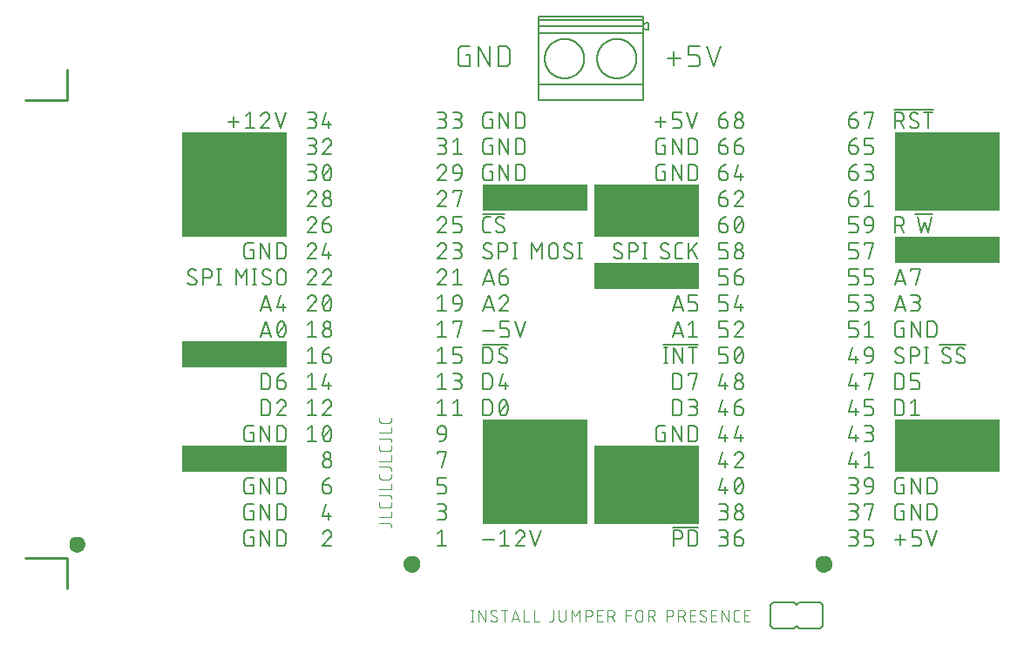
<source format=gbr>
G04 EAGLE Gerber RS-274X export*
G75*
%MOMM*%
%FSLAX34Y34*%
%LPD*%
%INSilkscreen Top*%
%IPPOS*%
%AMOC8*
5,1,8,0,0,1.08239X$1,22.5*%
G01*
%ADD10C,0.127000*%
%ADD11R,10.160000X2.540000*%
%ADD12R,10.160000X5.080000*%
%ADD13R,10.160000X7.620000*%
%ADD14R,10.160000X10.160000*%
%ADD15C,0.101600*%
%ADD16C,0.177800*%
%ADD17C,1.000000*%
%ADD18C,0.254000*%
%ADD19C,0.152400*%
%ADD20C,0.203200*%


D10*
X400050Y156069D02*
X404354Y159512D01*
X404354Y144018D01*
X400050Y144018D02*
X408658Y144018D01*
X400050Y283069D02*
X404354Y286512D01*
X404354Y271018D01*
X400050Y271018D02*
X408658Y271018D01*
X414916Y283069D02*
X419220Y286512D01*
X419220Y271018D01*
X414916Y271018D02*
X423524Y271018D01*
X400050Y308469D02*
X404354Y311912D01*
X404354Y296418D01*
X400050Y296418D02*
X408658Y296418D01*
X414916Y296418D02*
X419220Y296418D01*
X419350Y296420D01*
X419480Y296426D01*
X419610Y296436D01*
X419739Y296449D01*
X419868Y296467D01*
X419996Y296488D01*
X420123Y296514D01*
X420250Y296543D01*
X420376Y296576D01*
X420500Y296613D01*
X420624Y296653D01*
X420746Y296698D01*
X420867Y296746D01*
X420986Y296797D01*
X421104Y296852D01*
X421220Y296911D01*
X421334Y296973D01*
X421447Y297039D01*
X421557Y297108D01*
X421665Y297180D01*
X421771Y297255D01*
X421874Y297334D01*
X421975Y297416D01*
X422074Y297500D01*
X422170Y297588D01*
X422263Y297679D01*
X422354Y297772D01*
X422442Y297868D01*
X422526Y297967D01*
X422608Y298068D01*
X422687Y298171D01*
X422762Y298277D01*
X422834Y298385D01*
X422903Y298495D01*
X422969Y298608D01*
X423031Y298722D01*
X423090Y298838D01*
X423145Y298956D01*
X423196Y299075D01*
X423244Y299196D01*
X423289Y299318D01*
X423329Y299442D01*
X423366Y299566D01*
X423399Y299692D01*
X423428Y299819D01*
X423454Y299946D01*
X423475Y300074D01*
X423493Y300203D01*
X423506Y300332D01*
X423516Y300462D01*
X423522Y300592D01*
X423524Y300722D01*
X423522Y300852D01*
X423516Y300982D01*
X423506Y301112D01*
X423493Y301241D01*
X423475Y301370D01*
X423454Y301498D01*
X423428Y301625D01*
X423399Y301752D01*
X423366Y301878D01*
X423329Y302002D01*
X423289Y302126D01*
X423244Y302248D01*
X423196Y302369D01*
X423145Y302488D01*
X423090Y302606D01*
X423031Y302722D01*
X422969Y302836D01*
X422903Y302949D01*
X422834Y303059D01*
X422762Y303167D01*
X422687Y303273D01*
X422608Y303376D01*
X422526Y303477D01*
X422442Y303576D01*
X422354Y303672D01*
X422263Y303765D01*
X422170Y303856D01*
X422074Y303944D01*
X421975Y304028D01*
X421874Y304110D01*
X421771Y304189D01*
X421665Y304264D01*
X421557Y304336D01*
X421447Y304405D01*
X421334Y304471D01*
X421220Y304533D01*
X421104Y304592D01*
X420986Y304647D01*
X420867Y304698D01*
X420746Y304746D01*
X420624Y304791D01*
X420500Y304831D01*
X420376Y304868D01*
X420250Y304901D01*
X420123Y304930D01*
X419996Y304956D01*
X419868Y304977D01*
X419739Y304995D01*
X419610Y305008D01*
X419480Y305018D01*
X419350Y305024D01*
X419220Y305026D01*
X420080Y311912D02*
X414916Y311912D01*
X420080Y311912D02*
X420196Y311910D01*
X420312Y311904D01*
X420428Y311894D01*
X420544Y311881D01*
X420659Y311863D01*
X420773Y311842D01*
X420887Y311816D01*
X420999Y311787D01*
X421111Y311754D01*
X421221Y311717D01*
X421330Y311677D01*
X421438Y311633D01*
X421544Y311585D01*
X421648Y311534D01*
X421751Y311479D01*
X421852Y311421D01*
X421950Y311360D01*
X422047Y311295D01*
X422141Y311227D01*
X422233Y311156D01*
X422323Y311081D01*
X422410Y311004D01*
X422494Y310924D01*
X422575Y310841D01*
X422654Y310755D01*
X422730Y310667D01*
X422803Y310576D01*
X422872Y310483D01*
X422939Y310388D01*
X423002Y310290D01*
X423062Y310191D01*
X423118Y310089D01*
X423171Y309985D01*
X423221Y309880D01*
X423266Y309773D01*
X423309Y309665D01*
X423347Y309555D01*
X423382Y309444D01*
X423413Y309332D01*
X423440Y309219D01*
X423464Y309105D01*
X423483Y308990D01*
X423499Y308875D01*
X423511Y308759D01*
X423519Y308643D01*
X423523Y308527D01*
X423523Y308411D01*
X423519Y308295D01*
X423511Y308179D01*
X423499Y308063D01*
X423483Y307948D01*
X423464Y307833D01*
X423440Y307719D01*
X423413Y307606D01*
X423382Y307494D01*
X423347Y307383D01*
X423309Y307273D01*
X423266Y307165D01*
X423221Y307058D01*
X423171Y306953D01*
X423118Y306849D01*
X423062Y306748D01*
X423002Y306648D01*
X422939Y306550D01*
X422872Y306455D01*
X422803Y306362D01*
X422730Y306271D01*
X422654Y306183D01*
X422575Y306097D01*
X422494Y306014D01*
X422410Y305934D01*
X422323Y305857D01*
X422233Y305782D01*
X422141Y305711D01*
X422047Y305643D01*
X421950Y305578D01*
X421852Y305517D01*
X421751Y305459D01*
X421648Y305404D01*
X421544Y305353D01*
X421438Y305305D01*
X421330Y305261D01*
X421221Y305221D01*
X421111Y305184D01*
X420999Y305151D01*
X420887Y305122D01*
X420773Y305096D01*
X420659Y305075D01*
X420544Y305057D01*
X420428Y305044D01*
X420312Y305034D01*
X420196Y305028D01*
X420080Y305026D01*
X416637Y305026D01*
X400050Y333869D02*
X404354Y337312D01*
X404354Y321818D01*
X400050Y321818D02*
X408658Y321818D01*
X414916Y321818D02*
X420080Y321818D01*
X420195Y321820D01*
X420310Y321826D01*
X420425Y321835D01*
X420539Y321849D01*
X420653Y321866D01*
X420766Y321887D01*
X420878Y321912D01*
X420990Y321940D01*
X421100Y321973D01*
X421209Y322009D01*
X421317Y322048D01*
X421424Y322091D01*
X421529Y322138D01*
X421633Y322188D01*
X421735Y322242D01*
X421835Y322299D01*
X421933Y322359D01*
X422029Y322422D01*
X422122Y322489D01*
X422214Y322559D01*
X422303Y322632D01*
X422390Y322708D01*
X422474Y322786D01*
X422555Y322867D01*
X422634Y322952D01*
X422709Y323038D01*
X422782Y323127D01*
X422852Y323219D01*
X422919Y323312D01*
X422982Y323408D01*
X423042Y323506D01*
X423099Y323606D01*
X423153Y323708D01*
X423203Y323812D01*
X423250Y323917D01*
X423293Y324024D01*
X423333Y324132D01*
X423368Y324241D01*
X423401Y324351D01*
X423429Y324463D01*
X423454Y324575D01*
X423475Y324688D01*
X423492Y324802D01*
X423506Y324916D01*
X423515Y325031D01*
X423521Y325146D01*
X423523Y325261D01*
X423524Y325261D02*
X423524Y326983D01*
X423523Y326983D02*
X423521Y327098D01*
X423515Y327213D01*
X423506Y327328D01*
X423492Y327442D01*
X423475Y327556D01*
X423454Y327669D01*
X423429Y327781D01*
X423401Y327893D01*
X423368Y328003D01*
X423332Y328112D01*
X423293Y328220D01*
X423250Y328327D01*
X423203Y328432D01*
X423153Y328536D01*
X423099Y328638D01*
X423042Y328738D01*
X422982Y328836D01*
X422919Y328932D01*
X422852Y329025D01*
X422782Y329117D01*
X422709Y329206D01*
X422634Y329293D01*
X422555Y329377D01*
X422474Y329458D01*
X422390Y329537D01*
X422303Y329612D01*
X422214Y329685D01*
X422122Y329755D01*
X422029Y329822D01*
X421933Y329885D01*
X421835Y329945D01*
X421735Y330002D01*
X421633Y330056D01*
X421529Y330106D01*
X421424Y330153D01*
X421317Y330196D01*
X421209Y330235D01*
X421100Y330271D01*
X420990Y330304D01*
X420878Y330332D01*
X420766Y330357D01*
X420653Y330378D01*
X420539Y330395D01*
X420425Y330409D01*
X420310Y330418D01*
X420195Y330424D01*
X420080Y330426D01*
X414916Y330426D01*
X414916Y337312D01*
X423524Y337312D01*
X404354Y362712D02*
X400050Y359269D01*
X404354Y362712D02*
X404354Y347218D01*
X400050Y347218D02*
X408658Y347218D01*
X414916Y360990D02*
X414916Y362712D01*
X423524Y362712D01*
X419220Y347218D01*
X400050Y384669D02*
X404354Y388112D01*
X404354Y372618D01*
X400050Y372618D02*
X408658Y372618D01*
X418359Y379504D02*
X423524Y379504D01*
X418359Y379504D02*
X418244Y379506D01*
X418129Y379512D01*
X418014Y379521D01*
X417900Y379535D01*
X417786Y379552D01*
X417673Y379573D01*
X417561Y379598D01*
X417449Y379626D01*
X417339Y379659D01*
X417230Y379695D01*
X417122Y379734D01*
X417015Y379777D01*
X416910Y379824D01*
X416806Y379874D01*
X416704Y379928D01*
X416604Y379985D01*
X416506Y380045D01*
X416410Y380108D01*
X416317Y380175D01*
X416225Y380245D01*
X416136Y380318D01*
X416049Y380393D01*
X415965Y380472D01*
X415884Y380553D01*
X415805Y380637D01*
X415730Y380724D01*
X415657Y380813D01*
X415587Y380905D01*
X415520Y380998D01*
X415457Y381094D01*
X415397Y381192D01*
X415340Y381292D01*
X415286Y381394D01*
X415236Y381498D01*
X415189Y381603D01*
X415146Y381710D01*
X415107Y381818D01*
X415071Y381927D01*
X415038Y382037D01*
X415010Y382149D01*
X414985Y382261D01*
X414964Y382374D01*
X414947Y382488D01*
X414933Y382602D01*
X414924Y382717D01*
X414918Y382832D01*
X414916Y382947D01*
X414916Y383808D01*
X414918Y383938D01*
X414924Y384068D01*
X414934Y384198D01*
X414947Y384327D01*
X414965Y384456D01*
X414986Y384584D01*
X415012Y384711D01*
X415041Y384838D01*
X415074Y384964D01*
X415111Y385088D01*
X415151Y385212D01*
X415196Y385334D01*
X415244Y385455D01*
X415295Y385574D01*
X415350Y385692D01*
X415409Y385808D01*
X415471Y385922D01*
X415537Y386035D01*
X415606Y386145D01*
X415678Y386253D01*
X415753Y386359D01*
X415832Y386462D01*
X415914Y386563D01*
X415998Y386662D01*
X416086Y386758D01*
X416177Y386851D01*
X416270Y386942D01*
X416366Y387030D01*
X416465Y387114D01*
X416566Y387196D01*
X416669Y387275D01*
X416775Y387350D01*
X416883Y387422D01*
X416993Y387491D01*
X417106Y387557D01*
X417220Y387619D01*
X417336Y387678D01*
X417454Y387733D01*
X417573Y387784D01*
X417694Y387832D01*
X417816Y387877D01*
X417940Y387917D01*
X418064Y387954D01*
X418190Y387987D01*
X418317Y388016D01*
X418444Y388042D01*
X418572Y388063D01*
X418701Y388081D01*
X418830Y388094D01*
X418960Y388104D01*
X419090Y388110D01*
X419220Y388112D01*
X419350Y388110D01*
X419480Y388104D01*
X419610Y388094D01*
X419739Y388081D01*
X419868Y388063D01*
X419996Y388042D01*
X420123Y388016D01*
X420250Y387987D01*
X420376Y387954D01*
X420500Y387917D01*
X420624Y387877D01*
X420746Y387832D01*
X420867Y387784D01*
X420986Y387733D01*
X421104Y387678D01*
X421220Y387619D01*
X421334Y387557D01*
X421447Y387491D01*
X421557Y387422D01*
X421665Y387350D01*
X421771Y387275D01*
X421874Y387196D01*
X421975Y387114D01*
X422074Y387030D01*
X422170Y386942D01*
X422263Y386851D01*
X422354Y386758D01*
X422442Y386662D01*
X422526Y386563D01*
X422608Y386462D01*
X422687Y386359D01*
X422762Y386253D01*
X422834Y386145D01*
X422903Y386035D01*
X422969Y385922D01*
X423031Y385808D01*
X423090Y385692D01*
X423145Y385574D01*
X423196Y385455D01*
X423244Y385334D01*
X423289Y385212D01*
X423329Y385088D01*
X423366Y384964D01*
X423399Y384838D01*
X423428Y384711D01*
X423454Y384584D01*
X423475Y384456D01*
X423493Y384327D01*
X423506Y384198D01*
X423516Y384068D01*
X423522Y383938D01*
X423524Y383808D01*
X423524Y379504D01*
X423523Y379504D02*
X423521Y379335D01*
X423515Y379166D01*
X423504Y378997D01*
X423490Y378829D01*
X423471Y378661D01*
X423448Y378494D01*
X423422Y378327D01*
X423391Y378161D01*
X423356Y377995D01*
X423317Y377831D01*
X423274Y377667D01*
X423226Y377505D01*
X423175Y377344D01*
X423120Y377184D01*
X423062Y377026D01*
X422999Y376869D01*
X422932Y376714D01*
X422862Y376560D01*
X422788Y376408D01*
X422710Y376258D01*
X422628Y376110D01*
X422543Y375964D01*
X422455Y375820D01*
X422363Y375678D01*
X422267Y375539D01*
X422168Y375402D01*
X422066Y375268D01*
X421960Y375136D01*
X421851Y375006D01*
X421739Y374880D01*
X421624Y374756D01*
X421506Y374635D01*
X421385Y374517D01*
X421261Y374402D01*
X421135Y374290D01*
X421005Y374181D01*
X420873Y374075D01*
X420739Y373973D01*
X420602Y373874D01*
X420463Y373779D01*
X420321Y373686D01*
X420177Y373598D01*
X420031Y373513D01*
X419883Y373431D01*
X419733Y373353D01*
X419581Y373279D01*
X419428Y373209D01*
X419272Y373142D01*
X419115Y373079D01*
X418957Y373021D01*
X418797Y372966D01*
X418636Y372915D01*
X418474Y372867D01*
X418310Y372824D01*
X418146Y372785D01*
X417980Y372750D01*
X417814Y372719D01*
X417647Y372693D01*
X417480Y372670D01*
X417312Y372651D01*
X417144Y372637D01*
X416975Y372626D01*
X416806Y372620D01*
X416637Y372618D01*
X408658Y409639D02*
X408656Y409761D01*
X408650Y409882D01*
X408641Y410004D01*
X408627Y410125D01*
X408610Y410245D01*
X408589Y410365D01*
X408565Y410484D01*
X408536Y410602D01*
X408504Y410720D01*
X408468Y410836D01*
X408429Y410951D01*
X408386Y411065D01*
X408339Y411178D01*
X408289Y411288D01*
X408236Y411398D01*
X408179Y411505D01*
X408119Y411611D01*
X408055Y411715D01*
X407988Y411817D01*
X407918Y411916D01*
X407845Y412013D01*
X407769Y412108D01*
X407690Y412201D01*
X407608Y412291D01*
X407523Y412378D01*
X407436Y412463D01*
X407346Y412545D01*
X407253Y412624D01*
X407158Y412700D01*
X407061Y412773D01*
X406962Y412843D01*
X406860Y412910D01*
X406756Y412974D01*
X406650Y413034D01*
X406543Y413091D01*
X406433Y413144D01*
X406323Y413194D01*
X406210Y413241D01*
X406096Y413284D01*
X405981Y413323D01*
X405865Y413359D01*
X405747Y413391D01*
X405629Y413420D01*
X405510Y413444D01*
X405390Y413465D01*
X405270Y413482D01*
X405149Y413496D01*
X405027Y413505D01*
X404906Y413511D01*
X404784Y413513D01*
X404784Y413512D02*
X404645Y413510D01*
X404506Y413504D01*
X404367Y413495D01*
X404229Y413481D01*
X404091Y413463D01*
X403954Y413442D01*
X403817Y413417D01*
X403681Y413388D01*
X403546Y413355D01*
X403411Y413319D01*
X403278Y413279D01*
X403146Y413235D01*
X403016Y413187D01*
X402886Y413136D01*
X402759Y413081D01*
X402632Y413023D01*
X402508Y412961D01*
X402385Y412896D01*
X402264Y412827D01*
X402145Y412755D01*
X402028Y412679D01*
X401914Y412601D01*
X401801Y412519D01*
X401691Y412434D01*
X401583Y412346D01*
X401478Y412255D01*
X401376Y412161D01*
X401276Y412065D01*
X401178Y411965D01*
X401084Y411863D01*
X400992Y411759D01*
X400904Y411651D01*
X400818Y411542D01*
X400736Y411430D01*
X400657Y411315D01*
X400581Y411199D01*
X400508Y411081D01*
X400438Y410960D01*
X400372Y410838D01*
X400310Y410713D01*
X400251Y410588D01*
X400195Y410460D01*
X400143Y410331D01*
X400095Y410201D01*
X400050Y410069D01*
X407367Y406626D02*
X407456Y406713D01*
X407542Y406803D01*
X407626Y406896D01*
X407707Y406991D01*
X407785Y407088D01*
X407860Y407188D01*
X407932Y407290D01*
X408001Y407394D01*
X408066Y407500D01*
X408129Y407608D01*
X408188Y407718D01*
X408244Y407830D01*
X408297Y407943D01*
X408346Y408057D01*
X408391Y408174D01*
X408434Y408291D01*
X408472Y408410D01*
X408507Y408529D01*
X408539Y408650D01*
X408567Y408772D01*
X408591Y408894D01*
X408611Y409017D01*
X408628Y409141D01*
X408641Y409265D01*
X408651Y409390D01*
X408656Y409514D01*
X408658Y409639D01*
X407367Y406626D02*
X400050Y398018D01*
X408658Y398018D01*
X414916Y410069D02*
X419220Y413512D01*
X419220Y398018D01*
X414916Y398018D02*
X423524Y398018D01*
X408658Y435039D02*
X408656Y435161D01*
X408650Y435282D01*
X408641Y435404D01*
X408627Y435525D01*
X408610Y435645D01*
X408589Y435765D01*
X408565Y435884D01*
X408536Y436002D01*
X408504Y436120D01*
X408468Y436236D01*
X408429Y436351D01*
X408386Y436465D01*
X408339Y436578D01*
X408289Y436688D01*
X408236Y436798D01*
X408179Y436905D01*
X408119Y437011D01*
X408055Y437115D01*
X407988Y437217D01*
X407918Y437316D01*
X407845Y437413D01*
X407769Y437508D01*
X407690Y437601D01*
X407608Y437691D01*
X407523Y437778D01*
X407436Y437863D01*
X407346Y437945D01*
X407253Y438024D01*
X407158Y438100D01*
X407061Y438173D01*
X406962Y438243D01*
X406860Y438310D01*
X406756Y438374D01*
X406650Y438434D01*
X406543Y438491D01*
X406433Y438544D01*
X406323Y438594D01*
X406210Y438641D01*
X406096Y438684D01*
X405981Y438723D01*
X405865Y438759D01*
X405747Y438791D01*
X405629Y438820D01*
X405510Y438844D01*
X405390Y438865D01*
X405270Y438882D01*
X405149Y438896D01*
X405027Y438905D01*
X404906Y438911D01*
X404784Y438913D01*
X404784Y438912D02*
X404645Y438910D01*
X404506Y438904D01*
X404367Y438895D01*
X404229Y438881D01*
X404091Y438863D01*
X403954Y438842D01*
X403817Y438817D01*
X403681Y438788D01*
X403546Y438755D01*
X403411Y438719D01*
X403278Y438679D01*
X403146Y438635D01*
X403016Y438587D01*
X402886Y438536D01*
X402759Y438481D01*
X402632Y438423D01*
X402508Y438361D01*
X402385Y438296D01*
X402264Y438227D01*
X402145Y438155D01*
X402028Y438079D01*
X401914Y438001D01*
X401801Y437919D01*
X401691Y437834D01*
X401583Y437746D01*
X401478Y437655D01*
X401376Y437561D01*
X401276Y437465D01*
X401178Y437365D01*
X401084Y437263D01*
X400992Y437159D01*
X400904Y437051D01*
X400818Y436942D01*
X400736Y436830D01*
X400657Y436715D01*
X400581Y436599D01*
X400508Y436481D01*
X400438Y436360D01*
X400372Y436238D01*
X400310Y436113D01*
X400251Y435988D01*
X400195Y435860D01*
X400143Y435731D01*
X400095Y435601D01*
X400050Y435469D01*
X407367Y432026D02*
X407456Y432113D01*
X407542Y432203D01*
X407626Y432296D01*
X407707Y432391D01*
X407785Y432488D01*
X407860Y432588D01*
X407932Y432690D01*
X408001Y432794D01*
X408066Y432900D01*
X408129Y433008D01*
X408188Y433118D01*
X408244Y433230D01*
X408297Y433343D01*
X408346Y433457D01*
X408391Y433574D01*
X408434Y433691D01*
X408472Y433810D01*
X408507Y433929D01*
X408539Y434050D01*
X408567Y434172D01*
X408591Y434294D01*
X408611Y434417D01*
X408628Y434541D01*
X408641Y434665D01*
X408651Y434790D01*
X408656Y434914D01*
X408658Y435039D01*
X407367Y432026D02*
X400050Y423418D01*
X408658Y423418D01*
X414916Y423418D02*
X419220Y423418D01*
X419350Y423420D01*
X419480Y423426D01*
X419610Y423436D01*
X419739Y423449D01*
X419868Y423467D01*
X419996Y423488D01*
X420123Y423514D01*
X420250Y423543D01*
X420376Y423576D01*
X420500Y423613D01*
X420624Y423653D01*
X420746Y423698D01*
X420867Y423746D01*
X420986Y423797D01*
X421104Y423852D01*
X421220Y423911D01*
X421334Y423973D01*
X421447Y424039D01*
X421557Y424108D01*
X421665Y424180D01*
X421771Y424255D01*
X421874Y424334D01*
X421975Y424416D01*
X422074Y424500D01*
X422170Y424588D01*
X422263Y424679D01*
X422354Y424772D01*
X422442Y424868D01*
X422526Y424967D01*
X422608Y425068D01*
X422687Y425171D01*
X422762Y425277D01*
X422834Y425385D01*
X422903Y425495D01*
X422969Y425608D01*
X423031Y425722D01*
X423090Y425838D01*
X423145Y425956D01*
X423196Y426075D01*
X423244Y426196D01*
X423289Y426318D01*
X423329Y426442D01*
X423366Y426566D01*
X423399Y426692D01*
X423428Y426819D01*
X423454Y426946D01*
X423475Y427074D01*
X423493Y427203D01*
X423506Y427332D01*
X423516Y427462D01*
X423522Y427592D01*
X423524Y427722D01*
X423522Y427852D01*
X423516Y427982D01*
X423506Y428112D01*
X423493Y428241D01*
X423475Y428370D01*
X423454Y428498D01*
X423428Y428625D01*
X423399Y428752D01*
X423366Y428878D01*
X423329Y429002D01*
X423289Y429126D01*
X423244Y429248D01*
X423196Y429369D01*
X423145Y429488D01*
X423090Y429606D01*
X423031Y429722D01*
X422969Y429836D01*
X422903Y429949D01*
X422834Y430059D01*
X422762Y430167D01*
X422687Y430273D01*
X422608Y430376D01*
X422526Y430477D01*
X422442Y430576D01*
X422354Y430672D01*
X422263Y430765D01*
X422170Y430856D01*
X422074Y430944D01*
X421975Y431028D01*
X421874Y431110D01*
X421771Y431189D01*
X421665Y431264D01*
X421557Y431336D01*
X421447Y431405D01*
X421334Y431471D01*
X421220Y431533D01*
X421104Y431592D01*
X420986Y431647D01*
X420867Y431698D01*
X420746Y431746D01*
X420624Y431791D01*
X420500Y431831D01*
X420376Y431868D01*
X420250Y431901D01*
X420123Y431930D01*
X419996Y431956D01*
X419868Y431977D01*
X419739Y431995D01*
X419610Y432008D01*
X419480Y432018D01*
X419350Y432024D01*
X419220Y432026D01*
X420080Y438912D02*
X414916Y438912D01*
X420080Y438912D02*
X420196Y438910D01*
X420312Y438904D01*
X420428Y438894D01*
X420544Y438881D01*
X420659Y438863D01*
X420773Y438842D01*
X420887Y438816D01*
X420999Y438787D01*
X421111Y438754D01*
X421221Y438717D01*
X421330Y438677D01*
X421438Y438633D01*
X421544Y438585D01*
X421648Y438534D01*
X421751Y438479D01*
X421852Y438421D01*
X421950Y438360D01*
X422047Y438295D01*
X422141Y438227D01*
X422233Y438156D01*
X422323Y438081D01*
X422410Y438004D01*
X422494Y437924D01*
X422575Y437841D01*
X422654Y437755D01*
X422730Y437667D01*
X422803Y437576D01*
X422872Y437483D01*
X422939Y437388D01*
X423002Y437290D01*
X423062Y437191D01*
X423118Y437089D01*
X423171Y436985D01*
X423221Y436880D01*
X423266Y436773D01*
X423309Y436665D01*
X423347Y436555D01*
X423382Y436444D01*
X423413Y436332D01*
X423440Y436219D01*
X423464Y436105D01*
X423483Y435990D01*
X423499Y435875D01*
X423511Y435759D01*
X423519Y435643D01*
X423523Y435527D01*
X423523Y435411D01*
X423519Y435295D01*
X423511Y435179D01*
X423499Y435063D01*
X423483Y434948D01*
X423464Y434833D01*
X423440Y434719D01*
X423413Y434606D01*
X423382Y434494D01*
X423347Y434383D01*
X423309Y434273D01*
X423266Y434165D01*
X423221Y434058D01*
X423171Y433953D01*
X423118Y433849D01*
X423062Y433748D01*
X423002Y433648D01*
X422939Y433550D01*
X422872Y433455D01*
X422803Y433362D01*
X422730Y433271D01*
X422654Y433183D01*
X422575Y433097D01*
X422494Y433014D01*
X422410Y432934D01*
X422323Y432857D01*
X422233Y432782D01*
X422141Y432711D01*
X422047Y432643D01*
X421950Y432578D01*
X421852Y432517D01*
X421751Y432459D01*
X421648Y432404D01*
X421544Y432353D01*
X421438Y432305D01*
X421330Y432261D01*
X421221Y432221D01*
X421111Y432184D01*
X420999Y432151D01*
X420887Y432122D01*
X420773Y432096D01*
X420659Y432075D01*
X420544Y432057D01*
X420428Y432044D01*
X420312Y432034D01*
X420196Y432028D01*
X420080Y432026D01*
X416637Y432026D01*
X408658Y460439D02*
X408656Y460561D01*
X408650Y460682D01*
X408641Y460804D01*
X408627Y460925D01*
X408610Y461045D01*
X408589Y461165D01*
X408565Y461284D01*
X408536Y461402D01*
X408504Y461520D01*
X408468Y461636D01*
X408429Y461751D01*
X408386Y461865D01*
X408339Y461978D01*
X408289Y462088D01*
X408236Y462198D01*
X408179Y462305D01*
X408119Y462411D01*
X408055Y462515D01*
X407988Y462617D01*
X407918Y462716D01*
X407845Y462813D01*
X407769Y462908D01*
X407690Y463001D01*
X407608Y463091D01*
X407523Y463178D01*
X407436Y463263D01*
X407346Y463345D01*
X407253Y463424D01*
X407158Y463500D01*
X407061Y463573D01*
X406962Y463643D01*
X406860Y463710D01*
X406756Y463774D01*
X406650Y463834D01*
X406543Y463891D01*
X406433Y463944D01*
X406323Y463994D01*
X406210Y464041D01*
X406096Y464084D01*
X405981Y464123D01*
X405865Y464159D01*
X405747Y464191D01*
X405629Y464220D01*
X405510Y464244D01*
X405390Y464265D01*
X405270Y464282D01*
X405149Y464296D01*
X405027Y464305D01*
X404906Y464311D01*
X404784Y464313D01*
X404784Y464312D02*
X404645Y464310D01*
X404506Y464304D01*
X404367Y464295D01*
X404229Y464281D01*
X404091Y464263D01*
X403954Y464242D01*
X403817Y464217D01*
X403681Y464188D01*
X403546Y464155D01*
X403411Y464119D01*
X403278Y464079D01*
X403146Y464035D01*
X403016Y463987D01*
X402886Y463936D01*
X402759Y463881D01*
X402632Y463823D01*
X402508Y463761D01*
X402385Y463696D01*
X402264Y463627D01*
X402145Y463555D01*
X402028Y463479D01*
X401914Y463401D01*
X401801Y463319D01*
X401691Y463234D01*
X401583Y463146D01*
X401478Y463055D01*
X401376Y462961D01*
X401276Y462865D01*
X401178Y462765D01*
X401084Y462663D01*
X400992Y462559D01*
X400904Y462451D01*
X400818Y462342D01*
X400736Y462230D01*
X400657Y462115D01*
X400581Y461999D01*
X400508Y461881D01*
X400438Y461760D01*
X400372Y461638D01*
X400310Y461513D01*
X400251Y461388D01*
X400195Y461260D01*
X400143Y461131D01*
X400095Y461001D01*
X400050Y460869D01*
X407367Y457426D02*
X407456Y457513D01*
X407542Y457603D01*
X407626Y457696D01*
X407707Y457791D01*
X407785Y457888D01*
X407860Y457988D01*
X407932Y458090D01*
X408001Y458194D01*
X408066Y458300D01*
X408129Y458408D01*
X408188Y458518D01*
X408244Y458630D01*
X408297Y458743D01*
X408346Y458857D01*
X408391Y458974D01*
X408434Y459091D01*
X408472Y459210D01*
X408507Y459329D01*
X408539Y459450D01*
X408567Y459572D01*
X408591Y459694D01*
X408611Y459817D01*
X408628Y459941D01*
X408641Y460065D01*
X408651Y460190D01*
X408656Y460314D01*
X408658Y460439D01*
X407367Y457426D02*
X400050Y448818D01*
X408658Y448818D01*
X414916Y448818D02*
X420080Y448818D01*
X420195Y448820D01*
X420310Y448826D01*
X420425Y448835D01*
X420539Y448849D01*
X420653Y448866D01*
X420766Y448887D01*
X420878Y448912D01*
X420990Y448940D01*
X421100Y448973D01*
X421209Y449009D01*
X421317Y449048D01*
X421424Y449091D01*
X421529Y449138D01*
X421633Y449188D01*
X421735Y449242D01*
X421835Y449299D01*
X421933Y449359D01*
X422029Y449422D01*
X422122Y449489D01*
X422214Y449559D01*
X422303Y449632D01*
X422390Y449708D01*
X422474Y449786D01*
X422555Y449867D01*
X422634Y449952D01*
X422709Y450038D01*
X422782Y450127D01*
X422852Y450219D01*
X422919Y450312D01*
X422982Y450408D01*
X423042Y450506D01*
X423099Y450606D01*
X423153Y450708D01*
X423203Y450812D01*
X423250Y450917D01*
X423293Y451024D01*
X423333Y451132D01*
X423368Y451241D01*
X423401Y451351D01*
X423429Y451463D01*
X423454Y451575D01*
X423475Y451688D01*
X423492Y451802D01*
X423506Y451916D01*
X423515Y452031D01*
X423521Y452146D01*
X423523Y452261D01*
X423524Y452261D02*
X423524Y453983D01*
X423523Y453983D02*
X423521Y454098D01*
X423515Y454213D01*
X423506Y454328D01*
X423492Y454442D01*
X423475Y454556D01*
X423454Y454669D01*
X423429Y454781D01*
X423401Y454893D01*
X423368Y455003D01*
X423332Y455112D01*
X423293Y455220D01*
X423250Y455327D01*
X423203Y455432D01*
X423153Y455536D01*
X423099Y455638D01*
X423042Y455738D01*
X422982Y455836D01*
X422919Y455932D01*
X422852Y456025D01*
X422782Y456117D01*
X422709Y456206D01*
X422634Y456293D01*
X422555Y456377D01*
X422474Y456458D01*
X422390Y456537D01*
X422303Y456612D01*
X422214Y456685D01*
X422122Y456755D01*
X422029Y456822D01*
X421933Y456885D01*
X421835Y456945D01*
X421735Y457002D01*
X421633Y457056D01*
X421529Y457106D01*
X421424Y457153D01*
X421317Y457196D01*
X421209Y457235D01*
X421100Y457271D01*
X420990Y457304D01*
X420878Y457332D01*
X420766Y457357D01*
X420653Y457378D01*
X420539Y457395D01*
X420425Y457409D01*
X420310Y457418D01*
X420195Y457424D01*
X420080Y457426D01*
X414916Y457426D01*
X414916Y464312D01*
X423524Y464312D01*
X408658Y485839D02*
X408656Y485961D01*
X408650Y486082D01*
X408641Y486204D01*
X408627Y486325D01*
X408610Y486445D01*
X408589Y486565D01*
X408565Y486684D01*
X408536Y486802D01*
X408504Y486920D01*
X408468Y487036D01*
X408429Y487151D01*
X408386Y487265D01*
X408339Y487378D01*
X408289Y487488D01*
X408236Y487598D01*
X408179Y487705D01*
X408119Y487811D01*
X408055Y487915D01*
X407988Y488017D01*
X407918Y488116D01*
X407845Y488213D01*
X407769Y488308D01*
X407690Y488401D01*
X407608Y488491D01*
X407523Y488578D01*
X407436Y488663D01*
X407346Y488745D01*
X407253Y488824D01*
X407158Y488900D01*
X407061Y488973D01*
X406962Y489043D01*
X406860Y489110D01*
X406756Y489174D01*
X406650Y489234D01*
X406543Y489291D01*
X406433Y489344D01*
X406323Y489394D01*
X406210Y489441D01*
X406096Y489484D01*
X405981Y489523D01*
X405865Y489559D01*
X405747Y489591D01*
X405629Y489620D01*
X405510Y489644D01*
X405390Y489665D01*
X405270Y489682D01*
X405149Y489696D01*
X405027Y489705D01*
X404906Y489711D01*
X404784Y489713D01*
X404784Y489712D02*
X404645Y489710D01*
X404506Y489704D01*
X404367Y489695D01*
X404229Y489681D01*
X404091Y489663D01*
X403954Y489642D01*
X403817Y489617D01*
X403681Y489588D01*
X403546Y489555D01*
X403411Y489519D01*
X403278Y489479D01*
X403146Y489435D01*
X403016Y489387D01*
X402886Y489336D01*
X402759Y489281D01*
X402632Y489223D01*
X402508Y489161D01*
X402385Y489096D01*
X402264Y489027D01*
X402145Y488955D01*
X402028Y488879D01*
X401914Y488801D01*
X401801Y488719D01*
X401691Y488634D01*
X401583Y488546D01*
X401478Y488455D01*
X401376Y488361D01*
X401276Y488265D01*
X401178Y488165D01*
X401084Y488063D01*
X400992Y487959D01*
X400904Y487851D01*
X400818Y487742D01*
X400736Y487630D01*
X400657Y487515D01*
X400581Y487399D01*
X400508Y487281D01*
X400438Y487160D01*
X400372Y487038D01*
X400310Y486913D01*
X400251Y486788D01*
X400195Y486660D01*
X400143Y486531D01*
X400095Y486401D01*
X400050Y486269D01*
X407367Y482826D02*
X407456Y482913D01*
X407542Y483003D01*
X407626Y483096D01*
X407707Y483191D01*
X407785Y483288D01*
X407860Y483388D01*
X407932Y483490D01*
X408001Y483594D01*
X408066Y483700D01*
X408129Y483808D01*
X408188Y483918D01*
X408244Y484030D01*
X408297Y484143D01*
X408346Y484257D01*
X408391Y484374D01*
X408434Y484491D01*
X408472Y484610D01*
X408507Y484729D01*
X408539Y484850D01*
X408567Y484972D01*
X408591Y485094D01*
X408611Y485217D01*
X408628Y485341D01*
X408641Y485465D01*
X408651Y485590D01*
X408656Y485714D01*
X408658Y485839D01*
X407367Y482826D02*
X400050Y474218D01*
X408658Y474218D01*
X414916Y487990D02*
X414916Y489712D01*
X423524Y489712D01*
X419220Y474218D01*
X408658Y511239D02*
X408656Y511361D01*
X408650Y511482D01*
X408641Y511604D01*
X408627Y511725D01*
X408610Y511845D01*
X408589Y511965D01*
X408565Y512084D01*
X408536Y512202D01*
X408504Y512320D01*
X408468Y512436D01*
X408429Y512551D01*
X408386Y512665D01*
X408339Y512778D01*
X408289Y512888D01*
X408236Y512998D01*
X408179Y513105D01*
X408119Y513211D01*
X408055Y513315D01*
X407988Y513417D01*
X407918Y513516D01*
X407845Y513613D01*
X407769Y513708D01*
X407690Y513801D01*
X407608Y513891D01*
X407523Y513978D01*
X407436Y514063D01*
X407346Y514145D01*
X407253Y514224D01*
X407158Y514300D01*
X407061Y514373D01*
X406962Y514443D01*
X406860Y514510D01*
X406756Y514574D01*
X406650Y514634D01*
X406543Y514691D01*
X406433Y514744D01*
X406323Y514794D01*
X406210Y514841D01*
X406096Y514884D01*
X405981Y514923D01*
X405865Y514959D01*
X405747Y514991D01*
X405629Y515020D01*
X405510Y515044D01*
X405390Y515065D01*
X405270Y515082D01*
X405149Y515096D01*
X405027Y515105D01*
X404906Y515111D01*
X404784Y515113D01*
X404784Y515112D02*
X404645Y515110D01*
X404506Y515104D01*
X404367Y515095D01*
X404229Y515081D01*
X404091Y515063D01*
X403954Y515042D01*
X403817Y515017D01*
X403681Y514988D01*
X403546Y514955D01*
X403411Y514919D01*
X403278Y514879D01*
X403146Y514835D01*
X403016Y514787D01*
X402886Y514736D01*
X402759Y514681D01*
X402632Y514623D01*
X402508Y514561D01*
X402385Y514496D01*
X402264Y514427D01*
X402145Y514355D01*
X402028Y514279D01*
X401914Y514201D01*
X401801Y514119D01*
X401691Y514034D01*
X401583Y513946D01*
X401478Y513855D01*
X401376Y513761D01*
X401276Y513665D01*
X401178Y513565D01*
X401084Y513463D01*
X400992Y513359D01*
X400904Y513251D01*
X400818Y513142D01*
X400736Y513030D01*
X400657Y512915D01*
X400581Y512799D01*
X400508Y512681D01*
X400438Y512560D01*
X400372Y512438D01*
X400310Y512313D01*
X400251Y512188D01*
X400195Y512060D01*
X400143Y511931D01*
X400095Y511801D01*
X400050Y511669D01*
X407367Y508226D02*
X407456Y508313D01*
X407542Y508403D01*
X407626Y508496D01*
X407707Y508591D01*
X407785Y508688D01*
X407860Y508788D01*
X407932Y508890D01*
X408001Y508994D01*
X408066Y509100D01*
X408129Y509208D01*
X408188Y509318D01*
X408244Y509430D01*
X408297Y509543D01*
X408346Y509657D01*
X408391Y509774D01*
X408434Y509891D01*
X408472Y510010D01*
X408507Y510129D01*
X408539Y510250D01*
X408567Y510372D01*
X408591Y510494D01*
X408611Y510617D01*
X408628Y510741D01*
X408641Y510865D01*
X408651Y510990D01*
X408656Y511114D01*
X408658Y511239D01*
X407367Y508226D02*
X400050Y499618D01*
X408658Y499618D01*
X418359Y506504D02*
X423524Y506504D01*
X418359Y506504D02*
X418244Y506506D01*
X418129Y506512D01*
X418014Y506521D01*
X417900Y506535D01*
X417786Y506552D01*
X417673Y506573D01*
X417561Y506598D01*
X417449Y506626D01*
X417339Y506659D01*
X417230Y506695D01*
X417122Y506734D01*
X417015Y506777D01*
X416910Y506824D01*
X416806Y506874D01*
X416704Y506928D01*
X416604Y506985D01*
X416506Y507045D01*
X416410Y507108D01*
X416317Y507175D01*
X416225Y507245D01*
X416136Y507318D01*
X416049Y507393D01*
X415965Y507472D01*
X415884Y507553D01*
X415805Y507637D01*
X415730Y507724D01*
X415657Y507813D01*
X415587Y507905D01*
X415520Y507998D01*
X415457Y508094D01*
X415397Y508192D01*
X415340Y508292D01*
X415286Y508394D01*
X415236Y508498D01*
X415189Y508603D01*
X415146Y508710D01*
X415107Y508818D01*
X415071Y508927D01*
X415038Y509037D01*
X415010Y509149D01*
X414985Y509261D01*
X414964Y509374D01*
X414947Y509488D01*
X414933Y509602D01*
X414924Y509717D01*
X414918Y509832D01*
X414916Y509947D01*
X414916Y510808D01*
X414918Y510938D01*
X414924Y511068D01*
X414934Y511198D01*
X414947Y511327D01*
X414965Y511456D01*
X414986Y511584D01*
X415012Y511711D01*
X415041Y511838D01*
X415074Y511964D01*
X415111Y512088D01*
X415151Y512212D01*
X415196Y512334D01*
X415244Y512455D01*
X415295Y512574D01*
X415350Y512692D01*
X415409Y512808D01*
X415471Y512922D01*
X415537Y513035D01*
X415606Y513145D01*
X415678Y513253D01*
X415753Y513359D01*
X415832Y513462D01*
X415914Y513563D01*
X415998Y513662D01*
X416086Y513758D01*
X416177Y513851D01*
X416270Y513942D01*
X416366Y514030D01*
X416465Y514114D01*
X416566Y514196D01*
X416669Y514275D01*
X416775Y514350D01*
X416883Y514422D01*
X416993Y514491D01*
X417106Y514557D01*
X417220Y514619D01*
X417336Y514678D01*
X417454Y514733D01*
X417573Y514784D01*
X417694Y514832D01*
X417816Y514877D01*
X417940Y514917D01*
X418064Y514954D01*
X418190Y514987D01*
X418317Y515016D01*
X418444Y515042D01*
X418572Y515063D01*
X418701Y515081D01*
X418830Y515094D01*
X418960Y515104D01*
X419090Y515110D01*
X419220Y515112D01*
X419350Y515110D01*
X419480Y515104D01*
X419610Y515094D01*
X419739Y515081D01*
X419868Y515063D01*
X419996Y515042D01*
X420123Y515016D01*
X420250Y514987D01*
X420376Y514954D01*
X420500Y514917D01*
X420624Y514877D01*
X420746Y514832D01*
X420867Y514784D01*
X420986Y514733D01*
X421104Y514678D01*
X421220Y514619D01*
X421334Y514557D01*
X421447Y514491D01*
X421557Y514422D01*
X421665Y514350D01*
X421771Y514275D01*
X421874Y514196D01*
X421975Y514114D01*
X422074Y514030D01*
X422170Y513942D01*
X422263Y513851D01*
X422354Y513758D01*
X422442Y513662D01*
X422526Y513563D01*
X422608Y513462D01*
X422687Y513359D01*
X422762Y513253D01*
X422834Y513145D01*
X422903Y513035D01*
X422969Y512922D01*
X423031Y512808D01*
X423090Y512692D01*
X423145Y512574D01*
X423196Y512455D01*
X423244Y512334D01*
X423289Y512212D01*
X423329Y512088D01*
X423366Y511964D01*
X423399Y511838D01*
X423428Y511711D01*
X423454Y511584D01*
X423475Y511456D01*
X423493Y511327D01*
X423506Y511198D01*
X423516Y511068D01*
X423522Y510938D01*
X423524Y510808D01*
X423524Y506504D01*
X423523Y506504D02*
X423521Y506335D01*
X423515Y506166D01*
X423504Y505997D01*
X423490Y505829D01*
X423471Y505661D01*
X423448Y505494D01*
X423422Y505327D01*
X423391Y505161D01*
X423356Y504995D01*
X423317Y504831D01*
X423274Y504667D01*
X423226Y504505D01*
X423175Y504344D01*
X423120Y504184D01*
X423062Y504026D01*
X422999Y503869D01*
X422932Y503714D01*
X422862Y503560D01*
X422788Y503408D01*
X422710Y503258D01*
X422628Y503110D01*
X422543Y502964D01*
X422455Y502820D01*
X422363Y502678D01*
X422267Y502539D01*
X422168Y502402D01*
X422066Y502268D01*
X421960Y502136D01*
X421851Y502006D01*
X421739Y501880D01*
X421624Y501756D01*
X421506Y501635D01*
X421385Y501517D01*
X421261Y501402D01*
X421135Y501290D01*
X421005Y501181D01*
X420873Y501075D01*
X420739Y500973D01*
X420602Y500874D01*
X420463Y500779D01*
X420321Y500686D01*
X420177Y500598D01*
X420031Y500513D01*
X419883Y500431D01*
X419733Y500353D01*
X419581Y500279D01*
X419428Y500209D01*
X419272Y500142D01*
X419115Y500079D01*
X418957Y500021D01*
X418797Y499966D01*
X418636Y499915D01*
X418474Y499867D01*
X418310Y499824D01*
X418146Y499785D01*
X417980Y499750D01*
X417814Y499719D01*
X417647Y499693D01*
X417480Y499670D01*
X417312Y499651D01*
X417144Y499637D01*
X416975Y499626D01*
X416806Y499620D01*
X416637Y499618D01*
X404354Y525018D02*
X400050Y525018D01*
X404354Y525018D02*
X404484Y525020D01*
X404614Y525026D01*
X404744Y525036D01*
X404873Y525049D01*
X405002Y525067D01*
X405130Y525088D01*
X405257Y525114D01*
X405384Y525143D01*
X405510Y525176D01*
X405634Y525213D01*
X405758Y525253D01*
X405880Y525298D01*
X406001Y525346D01*
X406120Y525397D01*
X406238Y525452D01*
X406354Y525511D01*
X406468Y525573D01*
X406581Y525639D01*
X406691Y525708D01*
X406799Y525780D01*
X406905Y525855D01*
X407008Y525934D01*
X407109Y526016D01*
X407208Y526100D01*
X407304Y526188D01*
X407397Y526279D01*
X407488Y526372D01*
X407576Y526468D01*
X407660Y526567D01*
X407742Y526668D01*
X407821Y526771D01*
X407896Y526877D01*
X407968Y526985D01*
X408037Y527095D01*
X408103Y527208D01*
X408165Y527322D01*
X408224Y527438D01*
X408279Y527556D01*
X408330Y527675D01*
X408378Y527796D01*
X408423Y527918D01*
X408463Y528042D01*
X408500Y528166D01*
X408533Y528292D01*
X408562Y528419D01*
X408588Y528546D01*
X408609Y528674D01*
X408627Y528803D01*
X408640Y528932D01*
X408650Y529062D01*
X408656Y529192D01*
X408658Y529322D01*
X408656Y529452D01*
X408650Y529582D01*
X408640Y529712D01*
X408627Y529841D01*
X408609Y529970D01*
X408588Y530098D01*
X408562Y530225D01*
X408533Y530352D01*
X408500Y530478D01*
X408463Y530602D01*
X408423Y530726D01*
X408378Y530848D01*
X408330Y530969D01*
X408279Y531088D01*
X408224Y531206D01*
X408165Y531322D01*
X408103Y531436D01*
X408037Y531549D01*
X407968Y531659D01*
X407896Y531767D01*
X407821Y531873D01*
X407742Y531976D01*
X407660Y532077D01*
X407576Y532176D01*
X407488Y532272D01*
X407397Y532365D01*
X407304Y532456D01*
X407208Y532544D01*
X407109Y532628D01*
X407008Y532710D01*
X406905Y532789D01*
X406799Y532864D01*
X406691Y532936D01*
X406581Y533005D01*
X406468Y533071D01*
X406354Y533133D01*
X406238Y533192D01*
X406120Y533247D01*
X406001Y533298D01*
X405880Y533346D01*
X405758Y533391D01*
X405634Y533431D01*
X405510Y533468D01*
X405384Y533501D01*
X405257Y533530D01*
X405130Y533556D01*
X405002Y533577D01*
X404873Y533595D01*
X404744Y533608D01*
X404614Y533618D01*
X404484Y533624D01*
X404354Y533626D01*
X405215Y540512D02*
X400050Y540512D01*
X405215Y540512D02*
X405331Y540510D01*
X405447Y540504D01*
X405563Y540494D01*
X405679Y540481D01*
X405794Y540463D01*
X405908Y540442D01*
X406022Y540416D01*
X406134Y540387D01*
X406246Y540354D01*
X406356Y540317D01*
X406465Y540277D01*
X406573Y540233D01*
X406679Y540185D01*
X406783Y540134D01*
X406886Y540079D01*
X406987Y540021D01*
X407085Y539960D01*
X407182Y539895D01*
X407276Y539827D01*
X407368Y539756D01*
X407458Y539681D01*
X407545Y539604D01*
X407629Y539524D01*
X407710Y539441D01*
X407789Y539355D01*
X407865Y539267D01*
X407938Y539176D01*
X408007Y539083D01*
X408074Y538988D01*
X408137Y538890D01*
X408197Y538791D01*
X408253Y538689D01*
X408306Y538585D01*
X408356Y538480D01*
X408401Y538373D01*
X408444Y538265D01*
X408482Y538155D01*
X408517Y538044D01*
X408548Y537932D01*
X408575Y537819D01*
X408599Y537705D01*
X408618Y537590D01*
X408634Y537475D01*
X408646Y537359D01*
X408654Y537243D01*
X408658Y537127D01*
X408658Y537011D01*
X408654Y536895D01*
X408646Y536779D01*
X408634Y536663D01*
X408618Y536548D01*
X408599Y536433D01*
X408575Y536319D01*
X408548Y536206D01*
X408517Y536094D01*
X408482Y535983D01*
X408444Y535873D01*
X408401Y535765D01*
X408356Y535658D01*
X408306Y535553D01*
X408253Y535449D01*
X408197Y535348D01*
X408137Y535248D01*
X408074Y535150D01*
X408007Y535055D01*
X407938Y534962D01*
X407865Y534871D01*
X407789Y534783D01*
X407710Y534697D01*
X407629Y534614D01*
X407545Y534534D01*
X407458Y534457D01*
X407368Y534382D01*
X407276Y534311D01*
X407182Y534243D01*
X407085Y534178D01*
X406987Y534117D01*
X406886Y534059D01*
X406783Y534004D01*
X406679Y533953D01*
X406573Y533905D01*
X406465Y533861D01*
X406356Y533821D01*
X406246Y533784D01*
X406134Y533751D01*
X406022Y533722D01*
X405908Y533696D01*
X405794Y533675D01*
X405679Y533657D01*
X405563Y533644D01*
X405447Y533634D01*
X405331Y533628D01*
X405215Y533626D01*
X401772Y533626D01*
X414916Y537069D02*
X419220Y540512D01*
X419220Y525018D01*
X414916Y525018D02*
X423524Y525018D01*
X404354Y550418D02*
X400050Y550418D01*
X404354Y550418D02*
X404484Y550420D01*
X404614Y550426D01*
X404744Y550436D01*
X404873Y550449D01*
X405002Y550467D01*
X405130Y550488D01*
X405257Y550514D01*
X405384Y550543D01*
X405510Y550576D01*
X405634Y550613D01*
X405758Y550653D01*
X405880Y550698D01*
X406001Y550746D01*
X406120Y550797D01*
X406238Y550852D01*
X406354Y550911D01*
X406468Y550973D01*
X406581Y551039D01*
X406691Y551108D01*
X406799Y551180D01*
X406905Y551255D01*
X407008Y551334D01*
X407109Y551416D01*
X407208Y551500D01*
X407304Y551588D01*
X407397Y551679D01*
X407488Y551772D01*
X407576Y551868D01*
X407660Y551967D01*
X407742Y552068D01*
X407821Y552171D01*
X407896Y552277D01*
X407968Y552385D01*
X408037Y552495D01*
X408103Y552608D01*
X408165Y552722D01*
X408224Y552838D01*
X408279Y552956D01*
X408330Y553075D01*
X408378Y553196D01*
X408423Y553318D01*
X408463Y553442D01*
X408500Y553566D01*
X408533Y553692D01*
X408562Y553819D01*
X408588Y553946D01*
X408609Y554074D01*
X408627Y554203D01*
X408640Y554332D01*
X408650Y554462D01*
X408656Y554592D01*
X408658Y554722D01*
X408656Y554852D01*
X408650Y554982D01*
X408640Y555112D01*
X408627Y555241D01*
X408609Y555370D01*
X408588Y555498D01*
X408562Y555625D01*
X408533Y555752D01*
X408500Y555878D01*
X408463Y556002D01*
X408423Y556126D01*
X408378Y556248D01*
X408330Y556369D01*
X408279Y556488D01*
X408224Y556606D01*
X408165Y556722D01*
X408103Y556836D01*
X408037Y556949D01*
X407968Y557059D01*
X407896Y557167D01*
X407821Y557273D01*
X407742Y557376D01*
X407660Y557477D01*
X407576Y557576D01*
X407488Y557672D01*
X407397Y557765D01*
X407304Y557856D01*
X407208Y557944D01*
X407109Y558028D01*
X407008Y558110D01*
X406905Y558189D01*
X406799Y558264D01*
X406691Y558336D01*
X406581Y558405D01*
X406468Y558471D01*
X406354Y558533D01*
X406238Y558592D01*
X406120Y558647D01*
X406001Y558698D01*
X405880Y558746D01*
X405758Y558791D01*
X405634Y558831D01*
X405510Y558868D01*
X405384Y558901D01*
X405257Y558930D01*
X405130Y558956D01*
X405002Y558977D01*
X404873Y558995D01*
X404744Y559008D01*
X404614Y559018D01*
X404484Y559024D01*
X404354Y559026D01*
X405215Y565912D02*
X400050Y565912D01*
X405215Y565912D02*
X405331Y565910D01*
X405447Y565904D01*
X405563Y565894D01*
X405679Y565881D01*
X405794Y565863D01*
X405908Y565842D01*
X406022Y565816D01*
X406134Y565787D01*
X406246Y565754D01*
X406356Y565717D01*
X406465Y565677D01*
X406573Y565633D01*
X406679Y565585D01*
X406783Y565534D01*
X406886Y565479D01*
X406987Y565421D01*
X407085Y565360D01*
X407182Y565295D01*
X407276Y565227D01*
X407368Y565156D01*
X407458Y565081D01*
X407545Y565004D01*
X407629Y564924D01*
X407710Y564841D01*
X407789Y564755D01*
X407865Y564667D01*
X407938Y564576D01*
X408007Y564483D01*
X408074Y564388D01*
X408137Y564290D01*
X408197Y564191D01*
X408253Y564089D01*
X408306Y563985D01*
X408356Y563880D01*
X408401Y563773D01*
X408444Y563665D01*
X408482Y563555D01*
X408517Y563444D01*
X408548Y563332D01*
X408575Y563219D01*
X408599Y563105D01*
X408618Y562990D01*
X408634Y562875D01*
X408646Y562759D01*
X408654Y562643D01*
X408658Y562527D01*
X408658Y562411D01*
X408654Y562295D01*
X408646Y562179D01*
X408634Y562063D01*
X408618Y561948D01*
X408599Y561833D01*
X408575Y561719D01*
X408548Y561606D01*
X408517Y561494D01*
X408482Y561383D01*
X408444Y561273D01*
X408401Y561165D01*
X408356Y561058D01*
X408306Y560953D01*
X408253Y560849D01*
X408197Y560748D01*
X408137Y560648D01*
X408074Y560550D01*
X408007Y560455D01*
X407938Y560362D01*
X407865Y560271D01*
X407789Y560183D01*
X407710Y560097D01*
X407629Y560014D01*
X407545Y559934D01*
X407458Y559857D01*
X407368Y559782D01*
X407276Y559711D01*
X407182Y559643D01*
X407085Y559578D01*
X406987Y559517D01*
X406886Y559459D01*
X406783Y559404D01*
X406679Y559353D01*
X406573Y559305D01*
X406465Y559261D01*
X406356Y559221D01*
X406246Y559184D01*
X406134Y559151D01*
X406022Y559122D01*
X405908Y559096D01*
X405794Y559075D01*
X405679Y559057D01*
X405563Y559044D01*
X405447Y559034D01*
X405331Y559028D01*
X405215Y559026D01*
X401772Y559026D01*
X414916Y550418D02*
X419220Y550418D01*
X419350Y550420D01*
X419480Y550426D01*
X419610Y550436D01*
X419739Y550449D01*
X419868Y550467D01*
X419996Y550488D01*
X420123Y550514D01*
X420250Y550543D01*
X420376Y550576D01*
X420500Y550613D01*
X420624Y550653D01*
X420746Y550698D01*
X420867Y550746D01*
X420986Y550797D01*
X421104Y550852D01*
X421220Y550911D01*
X421334Y550973D01*
X421447Y551039D01*
X421557Y551108D01*
X421665Y551180D01*
X421771Y551255D01*
X421874Y551334D01*
X421975Y551416D01*
X422074Y551500D01*
X422170Y551588D01*
X422263Y551679D01*
X422354Y551772D01*
X422442Y551868D01*
X422526Y551967D01*
X422608Y552068D01*
X422687Y552171D01*
X422762Y552277D01*
X422834Y552385D01*
X422903Y552495D01*
X422969Y552608D01*
X423031Y552722D01*
X423090Y552838D01*
X423145Y552956D01*
X423196Y553075D01*
X423244Y553196D01*
X423289Y553318D01*
X423329Y553442D01*
X423366Y553566D01*
X423399Y553692D01*
X423428Y553819D01*
X423454Y553946D01*
X423475Y554074D01*
X423493Y554203D01*
X423506Y554332D01*
X423516Y554462D01*
X423522Y554592D01*
X423524Y554722D01*
X423522Y554852D01*
X423516Y554982D01*
X423506Y555112D01*
X423493Y555241D01*
X423475Y555370D01*
X423454Y555498D01*
X423428Y555625D01*
X423399Y555752D01*
X423366Y555878D01*
X423329Y556002D01*
X423289Y556126D01*
X423244Y556248D01*
X423196Y556369D01*
X423145Y556488D01*
X423090Y556606D01*
X423031Y556722D01*
X422969Y556836D01*
X422903Y556949D01*
X422834Y557059D01*
X422762Y557167D01*
X422687Y557273D01*
X422608Y557376D01*
X422526Y557477D01*
X422442Y557576D01*
X422354Y557672D01*
X422263Y557765D01*
X422170Y557856D01*
X422074Y557944D01*
X421975Y558028D01*
X421874Y558110D01*
X421771Y558189D01*
X421665Y558264D01*
X421557Y558336D01*
X421447Y558405D01*
X421334Y558471D01*
X421220Y558533D01*
X421104Y558592D01*
X420986Y558647D01*
X420867Y558698D01*
X420746Y558746D01*
X420624Y558791D01*
X420500Y558831D01*
X420376Y558868D01*
X420250Y558901D01*
X420123Y558930D01*
X419996Y558956D01*
X419868Y558977D01*
X419739Y558995D01*
X419610Y559008D01*
X419480Y559018D01*
X419350Y559024D01*
X419220Y559026D01*
X420080Y565912D02*
X414916Y565912D01*
X420080Y565912D02*
X420196Y565910D01*
X420312Y565904D01*
X420428Y565894D01*
X420544Y565881D01*
X420659Y565863D01*
X420773Y565842D01*
X420887Y565816D01*
X420999Y565787D01*
X421111Y565754D01*
X421221Y565717D01*
X421330Y565677D01*
X421438Y565633D01*
X421544Y565585D01*
X421648Y565534D01*
X421751Y565479D01*
X421852Y565421D01*
X421950Y565360D01*
X422047Y565295D01*
X422141Y565227D01*
X422233Y565156D01*
X422323Y565081D01*
X422410Y565004D01*
X422494Y564924D01*
X422575Y564841D01*
X422654Y564755D01*
X422730Y564667D01*
X422803Y564576D01*
X422872Y564483D01*
X422939Y564388D01*
X423002Y564290D01*
X423062Y564191D01*
X423118Y564089D01*
X423171Y563985D01*
X423221Y563880D01*
X423266Y563773D01*
X423309Y563665D01*
X423347Y563555D01*
X423382Y563444D01*
X423413Y563332D01*
X423440Y563219D01*
X423464Y563105D01*
X423483Y562990D01*
X423499Y562875D01*
X423511Y562759D01*
X423519Y562643D01*
X423523Y562527D01*
X423523Y562411D01*
X423519Y562295D01*
X423511Y562179D01*
X423499Y562063D01*
X423483Y561948D01*
X423464Y561833D01*
X423440Y561719D01*
X423413Y561606D01*
X423382Y561494D01*
X423347Y561383D01*
X423309Y561273D01*
X423266Y561165D01*
X423221Y561058D01*
X423171Y560953D01*
X423118Y560849D01*
X423062Y560748D01*
X423002Y560648D01*
X422939Y560550D01*
X422872Y560455D01*
X422803Y560362D01*
X422730Y560271D01*
X422654Y560183D01*
X422575Y560097D01*
X422494Y560014D01*
X422410Y559934D01*
X422323Y559857D01*
X422233Y559782D01*
X422141Y559711D01*
X422047Y559643D01*
X421950Y559578D01*
X421852Y559517D01*
X421751Y559459D01*
X421648Y559404D01*
X421544Y559353D01*
X421438Y559305D01*
X421330Y559261D01*
X421221Y559221D01*
X421111Y559184D01*
X420999Y559151D01*
X420887Y559122D01*
X420773Y559096D01*
X420659Y559075D01*
X420544Y559057D01*
X420428Y559044D01*
X420312Y559034D01*
X420196Y559028D01*
X420080Y559026D01*
X416637Y559026D01*
X800050Y144018D02*
X804354Y144018D01*
X804484Y144020D01*
X804614Y144026D01*
X804744Y144036D01*
X804873Y144049D01*
X805002Y144067D01*
X805130Y144088D01*
X805257Y144114D01*
X805384Y144143D01*
X805510Y144176D01*
X805634Y144213D01*
X805758Y144253D01*
X805880Y144298D01*
X806001Y144346D01*
X806120Y144397D01*
X806238Y144452D01*
X806354Y144511D01*
X806468Y144573D01*
X806581Y144639D01*
X806691Y144708D01*
X806799Y144780D01*
X806905Y144855D01*
X807008Y144934D01*
X807109Y145016D01*
X807208Y145100D01*
X807304Y145188D01*
X807397Y145279D01*
X807488Y145372D01*
X807576Y145468D01*
X807660Y145567D01*
X807742Y145668D01*
X807821Y145771D01*
X807896Y145877D01*
X807968Y145985D01*
X808037Y146095D01*
X808103Y146208D01*
X808165Y146322D01*
X808224Y146438D01*
X808279Y146556D01*
X808330Y146675D01*
X808378Y146796D01*
X808423Y146918D01*
X808463Y147042D01*
X808500Y147166D01*
X808533Y147292D01*
X808562Y147419D01*
X808588Y147546D01*
X808609Y147674D01*
X808627Y147803D01*
X808640Y147932D01*
X808650Y148062D01*
X808656Y148192D01*
X808658Y148322D01*
X808656Y148452D01*
X808650Y148582D01*
X808640Y148712D01*
X808627Y148841D01*
X808609Y148970D01*
X808588Y149098D01*
X808562Y149225D01*
X808533Y149352D01*
X808500Y149478D01*
X808463Y149602D01*
X808423Y149726D01*
X808378Y149848D01*
X808330Y149969D01*
X808279Y150088D01*
X808224Y150206D01*
X808165Y150322D01*
X808103Y150436D01*
X808037Y150549D01*
X807968Y150659D01*
X807896Y150767D01*
X807821Y150873D01*
X807742Y150976D01*
X807660Y151077D01*
X807576Y151176D01*
X807488Y151272D01*
X807397Y151365D01*
X807304Y151456D01*
X807208Y151544D01*
X807109Y151628D01*
X807008Y151710D01*
X806905Y151789D01*
X806799Y151864D01*
X806691Y151936D01*
X806581Y152005D01*
X806468Y152071D01*
X806354Y152133D01*
X806238Y152192D01*
X806120Y152247D01*
X806001Y152298D01*
X805880Y152346D01*
X805758Y152391D01*
X805634Y152431D01*
X805510Y152468D01*
X805384Y152501D01*
X805257Y152530D01*
X805130Y152556D01*
X805002Y152577D01*
X804873Y152595D01*
X804744Y152608D01*
X804614Y152618D01*
X804484Y152624D01*
X804354Y152626D01*
X805215Y159512D02*
X800050Y159512D01*
X805215Y159512D02*
X805331Y159510D01*
X805447Y159504D01*
X805563Y159494D01*
X805679Y159481D01*
X805794Y159463D01*
X805908Y159442D01*
X806022Y159416D01*
X806134Y159387D01*
X806246Y159354D01*
X806356Y159317D01*
X806465Y159277D01*
X806573Y159233D01*
X806679Y159185D01*
X806783Y159134D01*
X806886Y159079D01*
X806987Y159021D01*
X807085Y158960D01*
X807182Y158895D01*
X807276Y158827D01*
X807368Y158756D01*
X807458Y158681D01*
X807545Y158604D01*
X807629Y158524D01*
X807710Y158441D01*
X807789Y158355D01*
X807865Y158267D01*
X807938Y158176D01*
X808007Y158083D01*
X808074Y157988D01*
X808137Y157890D01*
X808197Y157790D01*
X808253Y157689D01*
X808306Y157585D01*
X808356Y157480D01*
X808401Y157373D01*
X808444Y157265D01*
X808482Y157155D01*
X808517Y157044D01*
X808548Y156932D01*
X808575Y156819D01*
X808599Y156705D01*
X808618Y156590D01*
X808634Y156475D01*
X808646Y156359D01*
X808654Y156243D01*
X808658Y156127D01*
X808658Y156011D01*
X808654Y155895D01*
X808646Y155779D01*
X808634Y155663D01*
X808618Y155548D01*
X808599Y155433D01*
X808575Y155319D01*
X808548Y155206D01*
X808517Y155094D01*
X808482Y154983D01*
X808444Y154873D01*
X808401Y154765D01*
X808356Y154658D01*
X808306Y154553D01*
X808253Y154449D01*
X808197Y154347D01*
X808137Y154248D01*
X808074Y154150D01*
X808007Y154055D01*
X807938Y153962D01*
X807865Y153871D01*
X807789Y153783D01*
X807710Y153697D01*
X807629Y153614D01*
X807545Y153534D01*
X807458Y153457D01*
X807368Y153382D01*
X807276Y153311D01*
X807182Y153243D01*
X807085Y153178D01*
X806987Y153117D01*
X806886Y153059D01*
X806783Y153004D01*
X806679Y152953D01*
X806573Y152905D01*
X806465Y152861D01*
X806356Y152821D01*
X806246Y152784D01*
X806134Y152751D01*
X806022Y152722D01*
X805908Y152696D01*
X805794Y152675D01*
X805679Y152657D01*
X805563Y152644D01*
X805447Y152634D01*
X805331Y152628D01*
X805215Y152626D01*
X801772Y152626D01*
X814916Y144018D02*
X820080Y144018D01*
X820195Y144020D01*
X820310Y144026D01*
X820425Y144035D01*
X820539Y144049D01*
X820653Y144066D01*
X820766Y144087D01*
X820878Y144112D01*
X820990Y144140D01*
X821100Y144173D01*
X821209Y144209D01*
X821317Y144248D01*
X821424Y144291D01*
X821529Y144338D01*
X821633Y144388D01*
X821735Y144442D01*
X821835Y144499D01*
X821933Y144559D01*
X822029Y144622D01*
X822122Y144689D01*
X822214Y144759D01*
X822303Y144832D01*
X822390Y144908D01*
X822474Y144986D01*
X822555Y145067D01*
X822634Y145152D01*
X822709Y145238D01*
X822782Y145327D01*
X822852Y145419D01*
X822919Y145512D01*
X822982Y145608D01*
X823042Y145706D01*
X823099Y145806D01*
X823153Y145908D01*
X823203Y146012D01*
X823250Y146117D01*
X823293Y146224D01*
X823333Y146332D01*
X823368Y146441D01*
X823401Y146551D01*
X823429Y146663D01*
X823454Y146775D01*
X823475Y146888D01*
X823492Y147002D01*
X823506Y147116D01*
X823515Y147231D01*
X823521Y147346D01*
X823523Y147461D01*
X823524Y147461D02*
X823524Y149183D01*
X823523Y149183D02*
X823521Y149298D01*
X823515Y149413D01*
X823506Y149528D01*
X823492Y149642D01*
X823475Y149756D01*
X823454Y149869D01*
X823429Y149981D01*
X823401Y150093D01*
X823368Y150203D01*
X823332Y150312D01*
X823293Y150420D01*
X823250Y150527D01*
X823203Y150632D01*
X823153Y150736D01*
X823099Y150838D01*
X823042Y150938D01*
X822982Y151036D01*
X822919Y151132D01*
X822852Y151225D01*
X822782Y151317D01*
X822709Y151406D01*
X822634Y151493D01*
X822555Y151577D01*
X822474Y151658D01*
X822390Y151737D01*
X822303Y151812D01*
X822214Y151885D01*
X822122Y151955D01*
X822029Y152022D01*
X821933Y152085D01*
X821835Y152145D01*
X821735Y152202D01*
X821633Y152256D01*
X821529Y152306D01*
X821424Y152353D01*
X821317Y152396D01*
X821209Y152435D01*
X821100Y152471D01*
X820990Y152504D01*
X820878Y152532D01*
X820766Y152557D01*
X820653Y152578D01*
X820539Y152595D01*
X820425Y152609D01*
X820310Y152618D01*
X820195Y152624D01*
X820080Y152626D01*
X814916Y152626D01*
X814916Y159512D01*
X823524Y159512D01*
X804354Y169418D02*
X800050Y169418D01*
X804354Y169418D02*
X804484Y169420D01*
X804614Y169426D01*
X804744Y169436D01*
X804873Y169449D01*
X805002Y169467D01*
X805130Y169488D01*
X805257Y169514D01*
X805384Y169543D01*
X805510Y169576D01*
X805634Y169613D01*
X805758Y169653D01*
X805880Y169698D01*
X806001Y169746D01*
X806120Y169797D01*
X806238Y169852D01*
X806354Y169911D01*
X806468Y169973D01*
X806581Y170039D01*
X806691Y170108D01*
X806799Y170180D01*
X806905Y170255D01*
X807008Y170334D01*
X807109Y170416D01*
X807208Y170500D01*
X807304Y170588D01*
X807397Y170679D01*
X807488Y170772D01*
X807576Y170868D01*
X807660Y170967D01*
X807742Y171068D01*
X807821Y171171D01*
X807896Y171277D01*
X807968Y171385D01*
X808037Y171495D01*
X808103Y171608D01*
X808165Y171722D01*
X808224Y171838D01*
X808279Y171956D01*
X808330Y172075D01*
X808378Y172196D01*
X808423Y172318D01*
X808463Y172442D01*
X808500Y172566D01*
X808533Y172692D01*
X808562Y172819D01*
X808588Y172946D01*
X808609Y173074D01*
X808627Y173203D01*
X808640Y173332D01*
X808650Y173462D01*
X808656Y173592D01*
X808658Y173722D01*
X808656Y173852D01*
X808650Y173982D01*
X808640Y174112D01*
X808627Y174241D01*
X808609Y174370D01*
X808588Y174498D01*
X808562Y174625D01*
X808533Y174752D01*
X808500Y174878D01*
X808463Y175002D01*
X808423Y175126D01*
X808378Y175248D01*
X808330Y175369D01*
X808279Y175488D01*
X808224Y175606D01*
X808165Y175722D01*
X808103Y175836D01*
X808037Y175949D01*
X807968Y176059D01*
X807896Y176167D01*
X807821Y176273D01*
X807742Y176376D01*
X807660Y176477D01*
X807576Y176576D01*
X807488Y176672D01*
X807397Y176765D01*
X807304Y176856D01*
X807208Y176944D01*
X807109Y177028D01*
X807008Y177110D01*
X806905Y177189D01*
X806799Y177264D01*
X806691Y177336D01*
X806581Y177405D01*
X806468Y177471D01*
X806354Y177533D01*
X806238Y177592D01*
X806120Y177647D01*
X806001Y177698D01*
X805880Y177746D01*
X805758Y177791D01*
X805634Y177831D01*
X805510Y177868D01*
X805384Y177901D01*
X805257Y177930D01*
X805130Y177956D01*
X805002Y177977D01*
X804873Y177995D01*
X804744Y178008D01*
X804614Y178018D01*
X804484Y178024D01*
X804354Y178026D01*
X805215Y184912D02*
X800050Y184912D01*
X805215Y184912D02*
X805331Y184910D01*
X805447Y184904D01*
X805563Y184894D01*
X805679Y184881D01*
X805794Y184863D01*
X805908Y184842D01*
X806022Y184816D01*
X806134Y184787D01*
X806246Y184754D01*
X806356Y184717D01*
X806465Y184677D01*
X806573Y184633D01*
X806679Y184585D01*
X806783Y184534D01*
X806886Y184479D01*
X806987Y184421D01*
X807085Y184360D01*
X807182Y184295D01*
X807276Y184227D01*
X807368Y184156D01*
X807458Y184081D01*
X807545Y184004D01*
X807629Y183924D01*
X807710Y183841D01*
X807789Y183755D01*
X807865Y183667D01*
X807938Y183576D01*
X808007Y183483D01*
X808074Y183388D01*
X808137Y183290D01*
X808197Y183190D01*
X808253Y183089D01*
X808306Y182985D01*
X808356Y182880D01*
X808401Y182773D01*
X808444Y182665D01*
X808482Y182555D01*
X808517Y182444D01*
X808548Y182332D01*
X808575Y182219D01*
X808599Y182105D01*
X808618Y181990D01*
X808634Y181875D01*
X808646Y181759D01*
X808654Y181643D01*
X808658Y181527D01*
X808658Y181411D01*
X808654Y181295D01*
X808646Y181179D01*
X808634Y181063D01*
X808618Y180948D01*
X808599Y180833D01*
X808575Y180719D01*
X808548Y180606D01*
X808517Y180494D01*
X808482Y180383D01*
X808444Y180273D01*
X808401Y180165D01*
X808356Y180058D01*
X808306Y179953D01*
X808253Y179849D01*
X808197Y179747D01*
X808137Y179648D01*
X808074Y179550D01*
X808007Y179455D01*
X807938Y179362D01*
X807865Y179271D01*
X807789Y179183D01*
X807710Y179097D01*
X807629Y179014D01*
X807545Y178934D01*
X807458Y178857D01*
X807368Y178782D01*
X807276Y178711D01*
X807182Y178643D01*
X807085Y178578D01*
X806987Y178517D01*
X806886Y178459D01*
X806783Y178404D01*
X806679Y178353D01*
X806573Y178305D01*
X806465Y178261D01*
X806356Y178221D01*
X806246Y178184D01*
X806134Y178151D01*
X806022Y178122D01*
X805908Y178096D01*
X805794Y178075D01*
X805679Y178057D01*
X805563Y178044D01*
X805447Y178034D01*
X805331Y178028D01*
X805215Y178026D01*
X801772Y178026D01*
X814916Y183190D02*
X814916Y184912D01*
X823524Y184912D01*
X819220Y169418D01*
X804354Y194818D02*
X800050Y194818D01*
X804354Y194818D02*
X804484Y194820D01*
X804614Y194826D01*
X804744Y194836D01*
X804873Y194849D01*
X805002Y194867D01*
X805130Y194888D01*
X805257Y194914D01*
X805384Y194943D01*
X805510Y194976D01*
X805634Y195013D01*
X805758Y195053D01*
X805880Y195098D01*
X806001Y195146D01*
X806120Y195197D01*
X806238Y195252D01*
X806354Y195311D01*
X806468Y195373D01*
X806581Y195439D01*
X806691Y195508D01*
X806799Y195580D01*
X806905Y195655D01*
X807008Y195734D01*
X807109Y195816D01*
X807208Y195900D01*
X807304Y195988D01*
X807397Y196079D01*
X807488Y196172D01*
X807576Y196268D01*
X807660Y196367D01*
X807742Y196468D01*
X807821Y196571D01*
X807896Y196677D01*
X807968Y196785D01*
X808037Y196895D01*
X808103Y197008D01*
X808165Y197122D01*
X808224Y197238D01*
X808279Y197356D01*
X808330Y197475D01*
X808378Y197596D01*
X808423Y197718D01*
X808463Y197842D01*
X808500Y197966D01*
X808533Y198092D01*
X808562Y198219D01*
X808588Y198346D01*
X808609Y198474D01*
X808627Y198603D01*
X808640Y198732D01*
X808650Y198862D01*
X808656Y198992D01*
X808658Y199122D01*
X808656Y199252D01*
X808650Y199382D01*
X808640Y199512D01*
X808627Y199641D01*
X808609Y199770D01*
X808588Y199898D01*
X808562Y200025D01*
X808533Y200152D01*
X808500Y200278D01*
X808463Y200402D01*
X808423Y200526D01*
X808378Y200648D01*
X808330Y200769D01*
X808279Y200888D01*
X808224Y201006D01*
X808165Y201122D01*
X808103Y201236D01*
X808037Y201349D01*
X807968Y201459D01*
X807896Y201567D01*
X807821Y201673D01*
X807742Y201776D01*
X807660Y201877D01*
X807576Y201976D01*
X807488Y202072D01*
X807397Y202165D01*
X807304Y202256D01*
X807208Y202344D01*
X807109Y202428D01*
X807008Y202510D01*
X806905Y202589D01*
X806799Y202664D01*
X806691Y202736D01*
X806581Y202805D01*
X806468Y202871D01*
X806354Y202933D01*
X806238Y202992D01*
X806120Y203047D01*
X806001Y203098D01*
X805880Y203146D01*
X805758Y203191D01*
X805634Y203231D01*
X805510Y203268D01*
X805384Y203301D01*
X805257Y203330D01*
X805130Y203356D01*
X805002Y203377D01*
X804873Y203395D01*
X804744Y203408D01*
X804614Y203418D01*
X804484Y203424D01*
X804354Y203426D01*
X805215Y210312D02*
X800050Y210312D01*
X805215Y210312D02*
X805331Y210310D01*
X805447Y210304D01*
X805563Y210294D01*
X805679Y210281D01*
X805794Y210263D01*
X805908Y210242D01*
X806022Y210216D01*
X806134Y210187D01*
X806246Y210154D01*
X806356Y210117D01*
X806465Y210077D01*
X806573Y210033D01*
X806679Y209985D01*
X806783Y209934D01*
X806886Y209879D01*
X806987Y209821D01*
X807085Y209760D01*
X807182Y209695D01*
X807276Y209627D01*
X807368Y209556D01*
X807458Y209481D01*
X807545Y209404D01*
X807629Y209324D01*
X807710Y209241D01*
X807789Y209155D01*
X807865Y209067D01*
X807938Y208976D01*
X808007Y208883D01*
X808074Y208788D01*
X808137Y208690D01*
X808197Y208590D01*
X808253Y208489D01*
X808306Y208385D01*
X808356Y208280D01*
X808401Y208173D01*
X808444Y208065D01*
X808482Y207955D01*
X808517Y207844D01*
X808548Y207732D01*
X808575Y207619D01*
X808599Y207505D01*
X808618Y207390D01*
X808634Y207275D01*
X808646Y207159D01*
X808654Y207043D01*
X808658Y206927D01*
X808658Y206811D01*
X808654Y206695D01*
X808646Y206579D01*
X808634Y206463D01*
X808618Y206348D01*
X808599Y206233D01*
X808575Y206119D01*
X808548Y206006D01*
X808517Y205894D01*
X808482Y205783D01*
X808444Y205673D01*
X808401Y205565D01*
X808356Y205458D01*
X808306Y205353D01*
X808253Y205249D01*
X808197Y205147D01*
X808137Y205048D01*
X808074Y204950D01*
X808007Y204855D01*
X807938Y204762D01*
X807865Y204671D01*
X807789Y204583D01*
X807710Y204497D01*
X807629Y204414D01*
X807545Y204334D01*
X807458Y204257D01*
X807368Y204182D01*
X807276Y204111D01*
X807182Y204043D01*
X807085Y203978D01*
X806987Y203917D01*
X806886Y203859D01*
X806783Y203804D01*
X806679Y203753D01*
X806573Y203705D01*
X806465Y203661D01*
X806356Y203621D01*
X806246Y203584D01*
X806134Y203551D01*
X806022Y203522D01*
X805908Y203496D01*
X805794Y203475D01*
X805679Y203457D01*
X805563Y203444D01*
X805447Y203434D01*
X805331Y203428D01*
X805215Y203426D01*
X801772Y203426D01*
X818359Y201704D02*
X823524Y201704D01*
X818359Y201704D02*
X818244Y201706D01*
X818129Y201712D01*
X818014Y201721D01*
X817900Y201735D01*
X817786Y201752D01*
X817673Y201773D01*
X817561Y201798D01*
X817449Y201826D01*
X817339Y201859D01*
X817230Y201895D01*
X817122Y201934D01*
X817015Y201977D01*
X816910Y202024D01*
X816806Y202074D01*
X816704Y202128D01*
X816604Y202185D01*
X816506Y202245D01*
X816410Y202308D01*
X816317Y202375D01*
X816225Y202445D01*
X816136Y202518D01*
X816049Y202593D01*
X815965Y202672D01*
X815884Y202753D01*
X815805Y202837D01*
X815730Y202924D01*
X815657Y203013D01*
X815587Y203105D01*
X815520Y203198D01*
X815457Y203294D01*
X815397Y203392D01*
X815340Y203492D01*
X815286Y203594D01*
X815236Y203698D01*
X815189Y203803D01*
X815146Y203910D01*
X815107Y204018D01*
X815071Y204127D01*
X815038Y204237D01*
X815010Y204349D01*
X814985Y204461D01*
X814964Y204574D01*
X814947Y204688D01*
X814933Y204802D01*
X814924Y204917D01*
X814918Y205032D01*
X814916Y205147D01*
X814916Y206008D01*
X814918Y206138D01*
X814924Y206268D01*
X814934Y206398D01*
X814947Y206527D01*
X814965Y206656D01*
X814986Y206784D01*
X815012Y206911D01*
X815041Y207038D01*
X815074Y207164D01*
X815111Y207288D01*
X815151Y207412D01*
X815196Y207534D01*
X815244Y207655D01*
X815295Y207774D01*
X815350Y207892D01*
X815409Y208008D01*
X815471Y208122D01*
X815537Y208235D01*
X815606Y208345D01*
X815678Y208453D01*
X815753Y208559D01*
X815832Y208662D01*
X815914Y208763D01*
X815998Y208862D01*
X816086Y208958D01*
X816177Y209051D01*
X816270Y209142D01*
X816366Y209230D01*
X816465Y209314D01*
X816566Y209396D01*
X816669Y209475D01*
X816775Y209550D01*
X816883Y209622D01*
X816993Y209691D01*
X817106Y209757D01*
X817220Y209819D01*
X817336Y209878D01*
X817454Y209933D01*
X817573Y209984D01*
X817694Y210032D01*
X817816Y210077D01*
X817940Y210117D01*
X818064Y210154D01*
X818190Y210187D01*
X818317Y210216D01*
X818444Y210242D01*
X818572Y210263D01*
X818701Y210281D01*
X818830Y210294D01*
X818960Y210304D01*
X819090Y210310D01*
X819220Y210312D01*
X819350Y210310D01*
X819480Y210304D01*
X819610Y210294D01*
X819739Y210281D01*
X819868Y210263D01*
X819996Y210242D01*
X820123Y210216D01*
X820250Y210187D01*
X820376Y210154D01*
X820500Y210117D01*
X820624Y210077D01*
X820746Y210032D01*
X820867Y209984D01*
X820986Y209933D01*
X821104Y209878D01*
X821220Y209819D01*
X821334Y209757D01*
X821447Y209691D01*
X821557Y209622D01*
X821665Y209550D01*
X821771Y209475D01*
X821874Y209396D01*
X821975Y209314D01*
X822074Y209230D01*
X822170Y209142D01*
X822263Y209051D01*
X822354Y208958D01*
X822442Y208862D01*
X822526Y208763D01*
X822608Y208662D01*
X822687Y208559D01*
X822762Y208453D01*
X822834Y208345D01*
X822903Y208235D01*
X822969Y208122D01*
X823031Y208008D01*
X823090Y207892D01*
X823145Y207774D01*
X823196Y207655D01*
X823244Y207534D01*
X823289Y207412D01*
X823329Y207288D01*
X823366Y207164D01*
X823399Y207038D01*
X823428Y206911D01*
X823454Y206784D01*
X823475Y206656D01*
X823493Y206527D01*
X823506Y206398D01*
X823516Y206268D01*
X823522Y206138D01*
X823524Y206008D01*
X823524Y201704D01*
X823523Y201704D02*
X823521Y201535D01*
X823515Y201366D01*
X823504Y201197D01*
X823490Y201029D01*
X823471Y200861D01*
X823448Y200694D01*
X823422Y200527D01*
X823391Y200361D01*
X823356Y200195D01*
X823317Y200031D01*
X823274Y199867D01*
X823226Y199705D01*
X823175Y199544D01*
X823120Y199384D01*
X823062Y199226D01*
X822999Y199069D01*
X822932Y198914D01*
X822862Y198760D01*
X822788Y198608D01*
X822710Y198458D01*
X822628Y198310D01*
X822543Y198164D01*
X822455Y198020D01*
X822363Y197878D01*
X822267Y197739D01*
X822168Y197602D01*
X822066Y197468D01*
X821960Y197336D01*
X821851Y197206D01*
X821739Y197080D01*
X821624Y196956D01*
X821506Y196835D01*
X821385Y196717D01*
X821261Y196602D01*
X821135Y196490D01*
X821005Y196381D01*
X820873Y196275D01*
X820739Y196173D01*
X820602Y196074D01*
X820463Y195979D01*
X820321Y195886D01*
X820177Y195798D01*
X820031Y195713D01*
X819883Y195631D01*
X819733Y195553D01*
X819581Y195479D01*
X819428Y195409D01*
X819272Y195342D01*
X819115Y195279D01*
X818957Y195221D01*
X818797Y195166D01*
X818636Y195115D01*
X818474Y195067D01*
X818310Y195024D01*
X818146Y194985D01*
X817980Y194950D01*
X817814Y194919D01*
X817647Y194893D01*
X817480Y194870D01*
X817312Y194851D01*
X817144Y194837D01*
X816975Y194826D01*
X816806Y194820D01*
X816637Y194818D01*
X800050Y223661D02*
X803493Y235712D01*
X800050Y223661D02*
X808658Y223661D01*
X806075Y227104D02*
X806075Y220218D01*
X814916Y232269D02*
X819220Y235712D01*
X819220Y220218D01*
X814916Y220218D02*
X823524Y220218D01*
X800050Y249061D02*
X803493Y261112D01*
X800050Y249061D02*
X808658Y249061D01*
X806075Y252504D02*
X806075Y245618D01*
X814916Y245618D02*
X819220Y245618D01*
X819350Y245620D01*
X819480Y245626D01*
X819610Y245636D01*
X819739Y245649D01*
X819868Y245667D01*
X819996Y245688D01*
X820123Y245714D01*
X820250Y245743D01*
X820376Y245776D01*
X820500Y245813D01*
X820624Y245853D01*
X820746Y245898D01*
X820867Y245946D01*
X820986Y245997D01*
X821104Y246052D01*
X821220Y246111D01*
X821334Y246173D01*
X821447Y246239D01*
X821557Y246308D01*
X821665Y246380D01*
X821771Y246455D01*
X821874Y246534D01*
X821975Y246616D01*
X822074Y246700D01*
X822170Y246788D01*
X822263Y246879D01*
X822354Y246972D01*
X822442Y247068D01*
X822526Y247167D01*
X822608Y247268D01*
X822687Y247371D01*
X822762Y247477D01*
X822834Y247585D01*
X822903Y247695D01*
X822969Y247808D01*
X823031Y247922D01*
X823090Y248038D01*
X823145Y248156D01*
X823196Y248275D01*
X823244Y248396D01*
X823289Y248518D01*
X823329Y248642D01*
X823366Y248766D01*
X823399Y248892D01*
X823428Y249019D01*
X823454Y249146D01*
X823475Y249274D01*
X823493Y249403D01*
X823506Y249532D01*
X823516Y249662D01*
X823522Y249792D01*
X823524Y249922D01*
X823522Y250052D01*
X823516Y250182D01*
X823506Y250312D01*
X823493Y250441D01*
X823475Y250570D01*
X823454Y250698D01*
X823428Y250825D01*
X823399Y250952D01*
X823366Y251078D01*
X823329Y251202D01*
X823289Y251326D01*
X823244Y251448D01*
X823196Y251569D01*
X823145Y251688D01*
X823090Y251806D01*
X823031Y251922D01*
X822969Y252036D01*
X822903Y252149D01*
X822834Y252259D01*
X822762Y252367D01*
X822687Y252473D01*
X822608Y252576D01*
X822526Y252677D01*
X822442Y252776D01*
X822354Y252872D01*
X822263Y252965D01*
X822170Y253056D01*
X822074Y253144D01*
X821975Y253228D01*
X821874Y253310D01*
X821771Y253389D01*
X821665Y253464D01*
X821557Y253536D01*
X821447Y253605D01*
X821334Y253671D01*
X821220Y253733D01*
X821104Y253792D01*
X820986Y253847D01*
X820867Y253898D01*
X820746Y253946D01*
X820624Y253991D01*
X820500Y254031D01*
X820376Y254068D01*
X820250Y254101D01*
X820123Y254130D01*
X819996Y254156D01*
X819868Y254177D01*
X819739Y254195D01*
X819610Y254208D01*
X819480Y254218D01*
X819350Y254224D01*
X819220Y254226D01*
X820080Y261112D02*
X814916Y261112D01*
X820080Y261112D02*
X820196Y261110D01*
X820312Y261104D01*
X820428Y261094D01*
X820544Y261081D01*
X820659Y261063D01*
X820773Y261042D01*
X820887Y261016D01*
X820999Y260987D01*
X821111Y260954D01*
X821221Y260917D01*
X821330Y260877D01*
X821438Y260833D01*
X821544Y260785D01*
X821648Y260734D01*
X821751Y260679D01*
X821852Y260621D01*
X821950Y260560D01*
X822047Y260495D01*
X822141Y260427D01*
X822233Y260356D01*
X822323Y260281D01*
X822410Y260204D01*
X822494Y260124D01*
X822575Y260041D01*
X822654Y259955D01*
X822730Y259867D01*
X822803Y259776D01*
X822872Y259683D01*
X822939Y259588D01*
X823002Y259490D01*
X823062Y259390D01*
X823118Y259289D01*
X823171Y259185D01*
X823221Y259080D01*
X823266Y258973D01*
X823309Y258865D01*
X823347Y258755D01*
X823382Y258644D01*
X823413Y258532D01*
X823440Y258419D01*
X823464Y258305D01*
X823483Y258190D01*
X823499Y258075D01*
X823511Y257959D01*
X823519Y257843D01*
X823523Y257727D01*
X823523Y257611D01*
X823519Y257495D01*
X823511Y257379D01*
X823499Y257263D01*
X823483Y257148D01*
X823464Y257033D01*
X823440Y256919D01*
X823413Y256806D01*
X823382Y256694D01*
X823347Y256583D01*
X823309Y256473D01*
X823266Y256365D01*
X823221Y256258D01*
X823171Y256153D01*
X823118Y256049D01*
X823062Y255947D01*
X823002Y255848D01*
X822939Y255750D01*
X822872Y255655D01*
X822803Y255562D01*
X822730Y255471D01*
X822654Y255383D01*
X822575Y255297D01*
X822494Y255214D01*
X822410Y255134D01*
X822323Y255057D01*
X822233Y254982D01*
X822141Y254911D01*
X822047Y254843D01*
X821950Y254778D01*
X821852Y254717D01*
X821751Y254659D01*
X821648Y254604D01*
X821544Y254553D01*
X821438Y254505D01*
X821330Y254461D01*
X821221Y254421D01*
X821111Y254384D01*
X820999Y254351D01*
X820887Y254322D01*
X820773Y254296D01*
X820659Y254275D01*
X820544Y254257D01*
X820428Y254244D01*
X820312Y254234D01*
X820196Y254228D01*
X820080Y254226D01*
X816637Y254226D01*
X800050Y274461D02*
X803493Y286512D01*
X800050Y274461D02*
X808658Y274461D01*
X806075Y277904D02*
X806075Y271018D01*
X814916Y271018D02*
X820080Y271018D01*
X820195Y271020D01*
X820310Y271026D01*
X820425Y271035D01*
X820539Y271049D01*
X820653Y271066D01*
X820766Y271087D01*
X820878Y271112D01*
X820990Y271140D01*
X821100Y271173D01*
X821209Y271209D01*
X821317Y271248D01*
X821424Y271291D01*
X821529Y271338D01*
X821633Y271388D01*
X821735Y271442D01*
X821835Y271499D01*
X821933Y271559D01*
X822029Y271622D01*
X822122Y271689D01*
X822214Y271759D01*
X822303Y271832D01*
X822390Y271908D01*
X822474Y271986D01*
X822555Y272067D01*
X822634Y272152D01*
X822709Y272238D01*
X822782Y272327D01*
X822852Y272419D01*
X822919Y272512D01*
X822982Y272608D01*
X823042Y272706D01*
X823099Y272806D01*
X823153Y272908D01*
X823203Y273012D01*
X823250Y273117D01*
X823293Y273224D01*
X823333Y273332D01*
X823368Y273441D01*
X823401Y273551D01*
X823429Y273663D01*
X823454Y273775D01*
X823475Y273888D01*
X823492Y274002D01*
X823506Y274116D01*
X823515Y274231D01*
X823521Y274346D01*
X823523Y274461D01*
X823524Y274461D02*
X823524Y276183D01*
X823523Y276183D02*
X823521Y276298D01*
X823515Y276413D01*
X823506Y276528D01*
X823492Y276642D01*
X823475Y276756D01*
X823454Y276869D01*
X823429Y276981D01*
X823401Y277093D01*
X823368Y277203D01*
X823332Y277312D01*
X823293Y277420D01*
X823250Y277527D01*
X823203Y277632D01*
X823153Y277736D01*
X823099Y277838D01*
X823042Y277938D01*
X822982Y278036D01*
X822919Y278132D01*
X822852Y278225D01*
X822782Y278317D01*
X822709Y278406D01*
X822634Y278493D01*
X822555Y278577D01*
X822474Y278658D01*
X822390Y278737D01*
X822303Y278812D01*
X822214Y278885D01*
X822122Y278955D01*
X822029Y279022D01*
X821933Y279085D01*
X821835Y279145D01*
X821735Y279202D01*
X821633Y279256D01*
X821529Y279306D01*
X821424Y279353D01*
X821317Y279396D01*
X821209Y279435D01*
X821100Y279471D01*
X820990Y279504D01*
X820878Y279532D01*
X820766Y279557D01*
X820653Y279578D01*
X820539Y279595D01*
X820425Y279609D01*
X820310Y279618D01*
X820195Y279624D01*
X820080Y279626D01*
X814916Y279626D01*
X814916Y286512D01*
X823524Y286512D01*
X800050Y299861D02*
X803493Y311912D01*
X800050Y299861D02*
X808658Y299861D01*
X806075Y303304D02*
X806075Y296418D01*
X814916Y310190D02*
X814916Y311912D01*
X823524Y311912D01*
X819220Y296418D01*
X800050Y325261D02*
X803493Y337312D01*
X800050Y325261D02*
X808658Y325261D01*
X806075Y328704D02*
X806075Y321818D01*
X818359Y328704D02*
X823524Y328704D01*
X818359Y328704D02*
X818244Y328706D01*
X818129Y328712D01*
X818014Y328721D01*
X817900Y328735D01*
X817786Y328752D01*
X817673Y328773D01*
X817561Y328798D01*
X817449Y328826D01*
X817339Y328859D01*
X817230Y328895D01*
X817122Y328934D01*
X817015Y328977D01*
X816910Y329024D01*
X816806Y329074D01*
X816704Y329128D01*
X816604Y329185D01*
X816506Y329245D01*
X816410Y329308D01*
X816317Y329375D01*
X816225Y329445D01*
X816136Y329518D01*
X816049Y329593D01*
X815965Y329672D01*
X815884Y329753D01*
X815805Y329837D01*
X815730Y329924D01*
X815657Y330013D01*
X815587Y330105D01*
X815520Y330198D01*
X815457Y330294D01*
X815397Y330392D01*
X815340Y330492D01*
X815286Y330594D01*
X815236Y330698D01*
X815189Y330803D01*
X815146Y330910D01*
X815107Y331018D01*
X815071Y331127D01*
X815038Y331237D01*
X815010Y331349D01*
X814985Y331461D01*
X814964Y331574D01*
X814947Y331688D01*
X814933Y331802D01*
X814924Y331917D01*
X814918Y332032D01*
X814916Y332147D01*
X814916Y333008D01*
X814918Y333138D01*
X814924Y333268D01*
X814934Y333398D01*
X814947Y333527D01*
X814965Y333656D01*
X814986Y333784D01*
X815012Y333911D01*
X815041Y334038D01*
X815074Y334164D01*
X815111Y334288D01*
X815151Y334412D01*
X815196Y334534D01*
X815244Y334655D01*
X815295Y334774D01*
X815350Y334892D01*
X815409Y335008D01*
X815471Y335122D01*
X815537Y335235D01*
X815606Y335345D01*
X815678Y335453D01*
X815753Y335559D01*
X815832Y335662D01*
X815914Y335763D01*
X815998Y335862D01*
X816086Y335958D01*
X816177Y336051D01*
X816270Y336142D01*
X816366Y336230D01*
X816465Y336314D01*
X816566Y336396D01*
X816669Y336475D01*
X816775Y336550D01*
X816883Y336622D01*
X816993Y336691D01*
X817106Y336757D01*
X817220Y336819D01*
X817336Y336878D01*
X817454Y336933D01*
X817573Y336984D01*
X817694Y337032D01*
X817816Y337077D01*
X817940Y337117D01*
X818064Y337154D01*
X818190Y337187D01*
X818317Y337216D01*
X818444Y337242D01*
X818572Y337263D01*
X818701Y337281D01*
X818830Y337294D01*
X818960Y337304D01*
X819090Y337310D01*
X819220Y337312D01*
X819350Y337310D01*
X819480Y337304D01*
X819610Y337294D01*
X819739Y337281D01*
X819868Y337263D01*
X819996Y337242D01*
X820123Y337216D01*
X820250Y337187D01*
X820376Y337154D01*
X820500Y337117D01*
X820624Y337077D01*
X820746Y337032D01*
X820867Y336984D01*
X820986Y336933D01*
X821104Y336878D01*
X821220Y336819D01*
X821334Y336757D01*
X821447Y336691D01*
X821557Y336622D01*
X821665Y336550D01*
X821771Y336475D01*
X821874Y336396D01*
X821975Y336314D01*
X822074Y336230D01*
X822170Y336142D01*
X822263Y336051D01*
X822354Y335958D01*
X822442Y335862D01*
X822526Y335763D01*
X822608Y335662D01*
X822687Y335559D01*
X822762Y335453D01*
X822834Y335345D01*
X822903Y335235D01*
X822969Y335122D01*
X823031Y335008D01*
X823090Y334892D01*
X823145Y334774D01*
X823196Y334655D01*
X823244Y334534D01*
X823289Y334412D01*
X823329Y334288D01*
X823366Y334164D01*
X823399Y334038D01*
X823428Y333911D01*
X823454Y333784D01*
X823475Y333656D01*
X823493Y333527D01*
X823506Y333398D01*
X823516Y333268D01*
X823522Y333138D01*
X823524Y333008D01*
X823524Y328704D01*
X823523Y328704D02*
X823521Y328535D01*
X823515Y328366D01*
X823504Y328197D01*
X823490Y328029D01*
X823471Y327861D01*
X823448Y327694D01*
X823422Y327527D01*
X823391Y327361D01*
X823356Y327195D01*
X823317Y327031D01*
X823274Y326867D01*
X823226Y326705D01*
X823175Y326544D01*
X823120Y326384D01*
X823062Y326226D01*
X822999Y326069D01*
X822932Y325914D01*
X822862Y325760D01*
X822788Y325608D01*
X822710Y325458D01*
X822628Y325310D01*
X822543Y325164D01*
X822455Y325020D01*
X822363Y324878D01*
X822267Y324739D01*
X822168Y324602D01*
X822066Y324468D01*
X821960Y324336D01*
X821851Y324206D01*
X821739Y324080D01*
X821624Y323956D01*
X821506Y323835D01*
X821385Y323717D01*
X821261Y323602D01*
X821135Y323490D01*
X821005Y323381D01*
X820873Y323275D01*
X820739Y323173D01*
X820602Y323074D01*
X820463Y322979D01*
X820321Y322886D01*
X820177Y322798D01*
X820031Y322713D01*
X819883Y322631D01*
X819733Y322553D01*
X819581Y322479D01*
X819428Y322409D01*
X819272Y322342D01*
X819115Y322279D01*
X818957Y322221D01*
X818797Y322166D01*
X818636Y322115D01*
X818474Y322067D01*
X818310Y322024D01*
X818146Y321985D01*
X817980Y321950D01*
X817814Y321919D01*
X817647Y321893D01*
X817480Y321870D01*
X817312Y321851D01*
X817144Y321837D01*
X816975Y321826D01*
X816806Y321820D01*
X816637Y321818D01*
X805215Y347218D02*
X800050Y347218D01*
X805215Y347218D02*
X805330Y347220D01*
X805445Y347226D01*
X805560Y347235D01*
X805674Y347249D01*
X805788Y347266D01*
X805901Y347287D01*
X806013Y347312D01*
X806125Y347340D01*
X806235Y347373D01*
X806344Y347409D01*
X806452Y347448D01*
X806559Y347491D01*
X806664Y347538D01*
X806768Y347588D01*
X806870Y347642D01*
X806970Y347699D01*
X807068Y347759D01*
X807164Y347822D01*
X807257Y347889D01*
X807349Y347959D01*
X807438Y348032D01*
X807525Y348108D01*
X807609Y348186D01*
X807690Y348267D01*
X807769Y348352D01*
X807844Y348438D01*
X807917Y348527D01*
X807987Y348619D01*
X808054Y348712D01*
X808117Y348808D01*
X808177Y348906D01*
X808234Y349006D01*
X808288Y349108D01*
X808338Y349212D01*
X808385Y349317D01*
X808428Y349424D01*
X808468Y349532D01*
X808503Y349641D01*
X808536Y349751D01*
X808564Y349863D01*
X808589Y349975D01*
X808610Y350088D01*
X808627Y350202D01*
X808641Y350316D01*
X808650Y350431D01*
X808656Y350546D01*
X808658Y350661D01*
X808658Y352383D01*
X808656Y352498D01*
X808650Y352613D01*
X808641Y352728D01*
X808627Y352842D01*
X808610Y352956D01*
X808589Y353069D01*
X808564Y353181D01*
X808536Y353293D01*
X808503Y353403D01*
X808467Y353512D01*
X808428Y353620D01*
X808385Y353727D01*
X808338Y353832D01*
X808288Y353936D01*
X808234Y354038D01*
X808177Y354138D01*
X808117Y354236D01*
X808054Y354332D01*
X807987Y354425D01*
X807917Y354517D01*
X807844Y354606D01*
X807769Y354693D01*
X807690Y354777D01*
X807609Y354858D01*
X807525Y354937D01*
X807438Y355012D01*
X807349Y355085D01*
X807257Y355155D01*
X807164Y355222D01*
X807068Y355285D01*
X806970Y355345D01*
X806870Y355402D01*
X806768Y355456D01*
X806664Y355506D01*
X806559Y355553D01*
X806452Y355596D01*
X806344Y355635D01*
X806235Y355671D01*
X806125Y355704D01*
X806013Y355732D01*
X805901Y355757D01*
X805788Y355778D01*
X805674Y355795D01*
X805560Y355809D01*
X805445Y355818D01*
X805330Y355824D01*
X805215Y355826D01*
X800050Y355826D01*
X800050Y362712D01*
X808658Y362712D01*
X814916Y359269D02*
X819220Y362712D01*
X819220Y347218D01*
X814916Y347218D02*
X823524Y347218D01*
X805215Y372618D02*
X800050Y372618D01*
X805215Y372618D02*
X805330Y372620D01*
X805445Y372626D01*
X805560Y372635D01*
X805674Y372649D01*
X805788Y372666D01*
X805901Y372687D01*
X806013Y372712D01*
X806125Y372740D01*
X806235Y372773D01*
X806344Y372809D01*
X806452Y372848D01*
X806559Y372891D01*
X806664Y372938D01*
X806768Y372988D01*
X806870Y373042D01*
X806970Y373099D01*
X807068Y373159D01*
X807164Y373222D01*
X807257Y373289D01*
X807349Y373359D01*
X807438Y373432D01*
X807525Y373508D01*
X807609Y373586D01*
X807690Y373667D01*
X807769Y373752D01*
X807844Y373838D01*
X807917Y373927D01*
X807987Y374019D01*
X808054Y374112D01*
X808117Y374208D01*
X808177Y374306D01*
X808234Y374406D01*
X808288Y374508D01*
X808338Y374612D01*
X808385Y374717D01*
X808428Y374824D01*
X808468Y374932D01*
X808503Y375041D01*
X808536Y375151D01*
X808564Y375263D01*
X808589Y375375D01*
X808610Y375488D01*
X808627Y375602D01*
X808641Y375716D01*
X808650Y375831D01*
X808656Y375946D01*
X808658Y376061D01*
X808658Y377783D01*
X808656Y377898D01*
X808650Y378013D01*
X808641Y378128D01*
X808627Y378242D01*
X808610Y378356D01*
X808589Y378469D01*
X808564Y378581D01*
X808536Y378693D01*
X808503Y378803D01*
X808467Y378912D01*
X808428Y379020D01*
X808385Y379127D01*
X808338Y379232D01*
X808288Y379336D01*
X808234Y379438D01*
X808177Y379538D01*
X808117Y379636D01*
X808054Y379732D01*
X807987Y379825D01*
X807917Y379917D01*
X807844Y380006D01*
X807769Y380093D01*
X807690Y380177D01*
X807609Y380258D01*
X807525Y380337D01*
X807438Y380412D01*
X807349Y380485D01*
X807257Y380555D01*
X807164Y380622D01*
X807068Y380685D01*
X806970Y380745D01*
X806870Y380802D01*
X806768Y380856D01*
X806664Y380906D01*
X806559Y380953D01*
X806452Y380996D01*
X806344Y381035D01*
X806235Y381071D01*
X806125Y381104D01*
X806013Y381132D01*
X805901Y381157D01*
X805788Y381178D01*
X805674Y381195D01*
X805560Y381209D01*
X805445Y381218D01*
X805330Y381224D01*
X805215Y381226D01*
X800050Y381226D01*
X800050Y388112D01*
X808658Y388112D01*
X814916Y372618D02*
X819220Y372618D01*
X819350Y372620D01*
X819480Y372626D01*
X819610Y372636D01*
X819739Y372649D01*
X819868Y372667D01*
X819996Y372688D01*
X820123Y372714D01*
X820250Y372743D01*
X820376Y372776D01*
X820500Y372813D01*
X820624Y372853D01*
X820746Y372898D01*
X820867Y372946D01*
X820986Y372997D01*
X821104Y373052D01*
X821220Y373111D01*
X821334Y373173D01*
X821447Y373239D01*
X821557Y373308D01*
X821665Y373380D01*
X821771Y373455D01*
X821874Y373534D01*
X821975Y373616D01*
X822074Y373700D01*
X822170Y373788D01*
X822263Y373879D01*
X822354Y373972D01*
X822442Y374068D01*
X822526Y374167D01*
X822608Y374268D01*
X822687Y374371D01*
X822762Y374477D01*
X822834Y374585D01*
X822903Y374695D01*
X822969Y374808D01*
X823031Y374922D01*
X823090Y375038D01*
X823145Y375156D01*
X823196Y375275D01*
X823244Y375396D01*
X823289Y375518D01*
X823329Y375642D01*
X823366Y375766D01*
X823399Y375892D01*
X823428Y376019D01*
X823454Y376146D01*
X823475Y376274D01*
X823493Y376403D01*
X823506Y376532D01*
X823516Y376662D01*
X823522Y376792D01*
X823524Y376922D01*
X823522Y377052D01*
X823516Y377182D01*
X823506Y377312D01*
X823493Y377441D01*
X823475Y377570D01*
X823454Y377698D01*
X823428Y377825D01*
X823399Y377952D01*
X823366Y378078D01*
X823329Y378202D01*
X823289Y378326D01*
X823244Y378448D01*
X823196Y378569D01*
X823145Y378688D01*
X823090Y378806D01*
X823031Y378922D01*
X822969Y379036D01*
X822903Y379149D01*
X822834Y379259D01*
X822762Y379367D01*
X822687Y379473D01*
X822608Y379576D01*
X822526Y379677D01*
X822442Y379776D01*
X822354Y379872D01*
X822263Y379965D01*
X822170Y380056D01*
X822074Y380144D01*
X821975Y380228D01*
X821874Y380310D01*
X821771Y380389D01*
X821665Y380464D01*
X821557Y380536D01*
X821447Y380605D01*
X821334Y380671D01*
X821220Y380733D01*
X821104Y380792D01*
X820986Y380847D01*
X820867Y380898D01*
X820746Y380946D01*
X820624Y380991D01*
X820500Y381031D01*
X820376Y381068D01*
X820250Y381101D01*
X820123Y381130D01*
X819996Y381156D01*
X819868Y381177D01*
X819739Y381195D01*
X819610Y381208D01*
X819480Y381218D01*
X819350Y381224D01*
X819220Y381226D01*
X820080Y388112D02*
X814916Y388112D01*
X820080Y388112D02*
X820196Y388110D01*
X820312Y388104D01*
X820428Y388094D01*
X820544Y388081D01*
X820659Y388063D01*
X820773Y388042D01*
X820887Y388016D01*
X820999Y387987D01*
X821111Y387954D01*
X821221Y387917D01*
X821330Y387877D01*
X821438Y387833D01*
X821544Y387785D01*
X821648Y387734D01*
X821751Y387679D01*
X821852Y387621D01*
X821950Y387560D01*
X822047Y387495D01*
X822141Y387427D01*
X822233Y387356D01*
X822323Y387281D01*
X822410Y387204D01*
X822494Y387124D01*
X822575Y387041D01*
X822654Y386955D01*
X822730Y386867D01*
X822803Y386776D01*
X822872Y386683D01*
X822939Y386588D01*
X823002Y386490D01*
X823062Y386391D01*
X823118Y386289D01*
X823171Y386185D01*
X823221Y386080D01*
X823266Y385973D01*
X823309Y385865D01*
X823347Y385755D01*
X823382Y385644D01*
X823413Y385532D01*
X823440Y385419D01*
X823464Y385305D01*
X823483Y385190D01*
X823499Y385075D01*
X823511Y384959D01*
X823519Y384843D01*
X823523Y384727D01*
X823523Y384611D01*
X823519Y384495D01*
X823511Y384379D01*
X823499Y384263D01*
X823483Y384148D01*
X823464Y384033D01*
X823440Y383919D01*
X823413Y383806D01*
X823382Y383694D01*
X823347Y383583D01*
X823309Y383473D01*
X823266Y383365D01*
X823221Y383258D01*
X823171Y383153D01*
X823118Y383049D01*
X823062Y382948D01*
X823002Y382848D01*
X822939Y382750D01*
X822872Y382655D01*
X822803Y382562D01*
X822730Y382471D01*
X822654Y382383D01*
X822575Y382297D01*
X822494Y382214D01*
X822410Y382134D01*
X822323Y382057D01*
X822233Y381982D01*
X822141Y381911D01*
X822047Y381843D01*
X821950Y381778D01*
X821852Y381717D01*
X821751Y381659D01*
X821648Y381604D01*
X821544Y381553D01*
X821438Y381505D01*
X821330Y381461D01*
X821221Y381421D01*
X821111Y381384D01*
X820999Y381351D01*
X820887Y381322D01*
X820773Y381296D01*
X820659Y381275D01*
X820544Y381257D01*
X820428Y381244D01*
X820312Y381234D01*
X820196Y381228D01*
X820080Y381226D01*
X816637Y381226D01*
X805215Y398018D02*
X800050Y398018D01*
X805215Y398018D02*
X805330Y398020D01*
X805445Y398026D01*
X805560Y398035D01*
X805674Y398049D01*
X805788Y398066D01*
X805901Y398087D01*
X806013Y398112D01*
X806125Y398140D01*
X806235Y398173D01*
X806344Y398209D01*
X806452Y398248D01*
X806559Y398291D01*
X806664Y398338D01*
X806768Y398388D01*
X806870Y398442D01*
X806970Y398499D01*
X807068Y398559D01*
X807164Y398622D01*
X807257Y398689D01*
X807349Y398759D01*
X807438Y398832D01*
X807525Y398908D01*
X807609Y398986D01*
X807690Y399067D01*
X807769Y399152D01*
X807844Y399238D01*
X807917Y399327D01*
X807987Y399419D01*
X808054Y399512D01*
X808117Y399608D01*
X808177Y399706D01*
X808234Y399806D01*
X808288Y399908D01*
X808338Y400012D01*
X808385Y400117D01*
X808428Y400224D01*
X808468Y400332D01*
X808503Y400441D01*
X808536Y400551D01*
X808564Y400663D01*
X808589Y400775D01*
X808610Y400888D01*
X808627Y401002D01*
X808641Y401116D01*
X808650Y401231D01*
X808656Y401346D01*
X808658Y401461D01*
X808658Y403183D01*
X808656Y403298D01*
X808650Y403413D01*
X808641Y403528D01*
X808627Y403642D01*
X808610Y403756D01*
X808589Y403869D01*
X808564Y403981D01*
X808536Y404093D01*
X808503Y404203D01*
X808467Y404312D01*
X808428Y404420D01*
X808385Y404527D01*
X808338Y404632D01*
X808288Y404736D01*
X808234Y404838D01*
X808177Y404938D01*
X808117Y405036D01*
X808054Y405132D01*
X807987Y405225D01*
X807917Y405317D01*
X807844Y405406D01*
X807769Y405493D01*
X807690Y405577D01*
X807609Y405658D01*
X807525Y405737D01*
X807438Y405812D01*
X807349Y405885D01*
X807257Y405955D01*
X807164Y406022D01*
X807068Y406085D01*
X806970Y406145D01*
X806870Y406202D01*
X806768Y406256D01*
X806664Y406306D01*
X806559Y406353D01*
X806452Y406396D01*
X806344Y406435D01*
X806235Y406471D01*
X806125Y406504D01*
X806013Y406532D01*
X805901Y406557D01*
X805788Y406578D01*
X805674Y406595D01*
X805560Y406609D01*
X805445Y406618D01*
X805330Y406624D01*
X805215Y406626D01*
X800050Y406626D01*
X800050Y413512D01*
X808658Y413512D01*
X814916Y398018D02*
X820080Y398018D01*
X820195Y398020D01*
X820310Y398026D01*
X820425Y398035D01*
X820539Y398049D01*
X820653Y398066D01*
X820766Y398087D01*
X820878Y398112D01*
X820990Y398140D01*
X821100Y398173D01*
X821209Y398209D01*
X821317Y398248D01*
X821424Y398291D01*
X821529Y398338D01*
X821633Y398388D01*
X821735Y398442D01*
X821835Y398499D01*
X821933Y398559D01*
X822029Y398622D01*
X822122Y398689D01*
X822214Y398759D01*
X822303Y398832D01*
X822390Y398908D01*
X822474Y398986D01*
X822555Y399067D01*
X822634Y399152D01*
X822709Y399238D01*
X822782Y399327D01*
X822852Y399419D01*
X822919Y399512D01*
X822982Y399608D01*
X823042Y399706D01*
X823099Y399806D01*
X823153Y399908D01*
X823203Y400012D01*
X823250Y400117D01*
X823293Y400224D01*
X823333Y400332D01*
X823368Y400441D01*
X823401Y400551D01*
X823429Y400663D01*
X823454Y400775D01*
X823475Y400888D01*
X823492Y401002D01*
X823506Y401116D01*
X823515Y401231D01*
X823521Y401346D01*
X823523Y401461D01*
X823524Y401461D02*
X823524Y403183D01*
X823523Y403183D02*
X823521Y403298D01*
X823515Y403413D01*
X823506Y403528D01*
X823492Y403642D01*
X823475Y403756D01*
X823454Y403869D01*
X823429Y403981D01*
X823401Y404093D01*
X823368Y404203D01*
X823332Y404312D01*
X823293Y404420D01*
X823250Y404527D01*
X823203Y404632D01*
X823153Y404736D01*
X823099Y404838D01*
X823042Y404938D01*
X822982Y405036D01*
X822919Y405132D01*
X822852Y405225D01*
X822782Y405317D01*
X822709Y405406D01*
X822634Y405493D01*
X822555Y405577D01*
X822474Y405658D01*
X822390Y405737D01*
X822303Y405812D01*
X822214Y405885D01*
X822122Y405955D01*
X822029Y406022D01*
X821933Y406085D01*
X821835Y406145D01*
X821735Y406202D01*
X821633Y406256D01*
X821529Y406306D01*
X821424Y406353D01*
X821317Y406396D01*
X821209Y406435D01*
X821100Y406471D01*
X820990Y406504D01*
X820878Y406532D01*
X820766Y406557D01*
X820653Y406578D01*
X820539Y406595D01*
X820425Y406609D01*
X820310Y406618D01*
X820195Y406624D01*
X820080Y406626D01*
X814916Y406626D01*
X814916Y413512D01*
X823524Y413512D01*
X805215Y423418D02*
X800050Y423418D01*
X805215Y423418D02*
X805330Y423420D01*
X805445Y423426D01*
X805560Y423435D01*
X805674Y423449D01*
X805788Y423466D01*
X805901Y423487D01*
X806013Y423512D01*
X806125Y423540D01*
X806235Y423573D01*
X806344Y423609D01*
X806452Y423648D01*
X806559Y423691D01*
X806664Y423738D01*
X806768Y423788D01*
X806870Y423842D01*
X806970Y423899D01*
X807068Y423959D01*
X807164Y424022D01*
X807257Y424089D01*
X807349Y424159D01*
X807438Y424232D01*
X807525Y424308D01*
X807609Y424386D01*
X807690Y424467D01*
X807769Y424552D01*
X807844Y424638D01*
X807917Y424727D01*
X807987Y424819D01*
X808054Y424912D01*
X808117Y425008D01*
X808177Y425106D01*
X808234Y425206D01*
X808288Y425308D01*
X808338Y425412D01*
X808385Y425517D01*
X808428Y425624D01*
X808468Y425732D01*
X808503Y425841D01*
X808536Y425951D01*
X808564Y426063D01*
X808589Y426175D01*
X808610Y426288D01*
X808627Y426402D01*
X808641Y426516D01*
X808650Y426631D01*
X808656Y426746D01*
X808658Y426861D01*
X808658Y428583D01*
X808656Y428698D01*
X808650Y428813D01*
X808641Y428928D01*
X808627Y429042D01*
X808610Y429156D01*
X808589Y429269D01*
X808564Y429381D01*
X808536Y429493D01*
X808503Y429603D01*
X808467Y429712D01*
X808428Y429820D01*
X808385Y429927D01*
X808338Y430032D01*
X808288Y430136D01*
X808234Y430238D01*
X808177Y430338D01*
X808117Y430436D01*
X808054Y430532D01*
X807987Y430625D01*
X807917Y430717D01*
X807844Y430806D01*
X807769Y430893D01*
X807690Y430977D01*
X807609Y431058D01*
X807525Y431137D01*
X807438Y431212D01*
X807349Y431285D01*
X807257Y431355D01*
X807164Y431422D01*
X807068Y431485D01*
X806970Y431545D01*
X806870Y431602D01*
X806768Y431656D01*
X806664Y431706D01*
X806559Y431753D01*
X806452Y431796D01*
X806344Y431835D01*
X806235Y431871D01*
X806125Y431904D01*
X806013Y431932D01*
X805901Y431957D01*
X805788Y431978D01*
X805674Y431995D01*
X805560Y432009D01*
X805445Y432018D01*
X805330Y432024D01*
X805215Y432026D01*
X800050Y432026D01*
X800050Y438912D01*
X808658Y438912D01*
X814916Y438912D02*
X814916Y437190D01*
X814916Y438912D02*
X823524Y438912D01*
X819220Y423418D01*
X805215Y448818D02*
X800050Y448818D01*
X805215Y448818D02*
X805330Y448820D01*
X805445Y448826D01*
X805560Y448835D01*
X805674Y448849D01*
X805788Y448866D01*
X805901Y448887D01*
X806013Y448912D01*
X806125Y448940D01*
X806235Y448973D01*
X806344Y449009D01*
X806452Y449048D01*
X806559Y449091D01*
X806664Y449138D01*
X806768Y449188D01*
X806870Y449242D01*
X806970Y449299D01*
X807068Y449359D01*
X807164Y449422D01*
X807257Y449489D01*
X807349Y449559D01*
X807438Y449632D01*
X807525Y449708D01*
X807609Y449786D01*
X807690Y449867D01*
X807769Y449952D01*
X807844Y450038D01*
X807917Y450127D01*
X807987Y450219D01*
X808054Y450312D01*
X808117Y450408D01*
X808177Y450506D01*
X808234Y450606D01*
X808288Y450708D01*
X808338Y450812D01*
X808385Y450917D01*
X808428Y451024D01*
X808468Y451132D01*
X808503Y451241D01*
X808536Y451351D01*
X808564Y451463D01*
X808589Y451575D01*
X808610Y451688D01*
X808627Y451802D01*
X808641Y451916D01*
X808650Y452031D01*
X808656Y452146D01*
X808658Y452261D01*
X808658Y453983D01*
X808656Y454098D01*
X808650Y454213D01*
X808641Y454328D01*
X808627Y454442D01*
X808610Y454556D01*
X808589Y454669D01*
X808564Y454781D01*
X808536Y454893D01*
X808503Y455003D01*
X808467Y455112D01*
X808428Y455220D01*
X808385Y455327D01*
X808338Y455432D01*
X808288Y455536D01*
X808234Y455638D01*
X808177Y455738D01*
X808117Y455836D01*
X808054Y455932D01*
X807987Y456025D01*
X807917Y456117D01*
X807844Y456206D01*
X807769Y456293D01*
X807690Y456377D01*
X807609Y456458D01*
X807525Y456537D01*
X807438Y456612D01*
X807349Y456685D01*
X807257Y456755D01*
X807164Y456822D01*
X807068Y456885D01*
X806970Y456945D01*
X806870Y457002D01*
X806768Y457056D01*
X806664Y457106D01*
X806559Y457153D01*
X806452Y457196D01*
X806344Y457235D01*
X806235Y457271D01*
X806125Y457304D01*
X806013Y457332D01*
X805901Y457357D01*
X805788Y457378D01*
X805674Y457395D01*
X805560Y457409D01*
X805445Y457418D01*
X805330Y457424D01*
X805215Y457426D01*
X800050Y457426D01*
X800050Y464312D01*
X808658Y464312D01*
X818359Y455704D02*
X823524Y455704D01*
X818359Y455704D02*
X818244Y455706D01*
X818129Y455712D01*
X818014Y455721D01*
X817900Y455735D01*
X817786Y455752D01*
X817673Y455773D01*
X817561Y455798D01*
X817449Y455826D01*
X817339Y455859D01*
X817230Y455895D01*
X817122Y455934D01*
X817015Y455977D01*
X816910Y456024D01*
X816806Y456074D01*
X816704Y456128D01*
X816604Y456185D01*
X816506Y456245D01*
X816410Y456308D01*
X816317Y456375D01*
X816225Y456445D01*
X816136Y456518D01*
X816049Y456593D01*
X815965Y456672D01*
X815884Y456753D01*
X815805Y456837D01*
X815730Y456924D01*
X815657Y457013D01*
X815587Y457105D01*
X815520Y457198D01*
X815457Y457294D01*
X815397Y457392D01*
X815340Y457492D01*
X815286Y457594D01*
X815236Y457698D01*
X815189Y457803D01*
X815146Y457910D01*
X815107Y458018D01*
X815071Y458127D01*
X815038Y458237D01*
X815010Y458349D01*
X814985Y458461D01*
X814964Y458574D01*
X814947Y458688D01*
X814933Y458802D01*
X814924Y458917D01*
X814918Y459032D01*
X814916Y459147D01*
X814916Y460008D01*
X814918Y460138D01*
X814924Y460268D01*
X814934Y460398D01*
X814947Y460527D01*
X814965Y460656D01*
X814986Y460784D01*
X815012Y460911D01*
X815041Y461038D01*
X815074Y461164D01*
X815111Y461288D01*
X815151Y461412D01*
X815196Y461534D01*
X815244Y461655D01*
X815295Y461774D01*
X815350Y461892D01*
X815409Y462008D01*
X815471Y462122D01*
X815537Y462235D01*
X815606Y462345D01*
X815678Y462453D01*
X815753Y462559D01*
X815832Y462662D01*
X815914Y462763D01*
X815998Y462862D01*
X816086Y462958D01*
X816177Y463051D01*
X816270Y463142D01*
X816366Y463230D01*
X816465Y463314D01*
X816566Y463396D01*
X816669Y463475D01*
X816775Y463550D01*
X816883Y463622D01*
X816993Y463691D01*
X817106Y463757D01*
X817220Y463819D01*
X817336Y463878D01*
X817454Y463933D01*
X817573Y463984D01*
X817694Y464032D01*
X817816Y464077D01*
X817940Y464117D01*
X818064Y464154D01*
X818190Y464187D01*
X818317Y464216D01*
X818444Y464242D01*
X818572Y464263D01*
X818701Y464281D01*
X818830Y464294D01*
X818960Y464304D01*
X819090Y464310D01*
X819220Y464312D01*
X819350Y464310D01*
X819480Y464304D01*
X819610Y464294D01*
X819739Y464281D01*
X819868Y464263D01*
X819996Y464242D01*
X820123Y464216D01*
X820250Y464187D01*
X820376Y464154D01*
X820500Y464117D01*
X820624Y464077D01*
X820746Y464032D01*
X820867Y463984D01*
X820986Y463933D01*
X821104Y463878D01*
X821220Y463819D01*
X821334Y463757D01*
X821447Y463691D01*
X821557Y463622D01*
X821665Y463550D01*
X821771Y463475D01*
X821874Y463396D01*
X821975Y463314D01*
X822074Y463230D01*
X822170Y463142D01*
X822263Y463051D01*
X822354Y462958D01*
X822442Y462862D01*
X822526Y462763D01*
X822608Y462662D01*
X822687Y462559D01*
X822762Y462453D01*
X822834Y462345D01*
X822903Y462235D01*
X822969Y462122D01*
X823031Y462008D01*
X823090Y461892D01*
X823145Y461774D01*
X823196Y461655D01*
X823244Y461534D01*
X823289Y461412D01*
X823329Y461288D01*
X823366Y461164D01*
X823399Y461038D01*
X823428Y460911D01*
X823454Y460784D01*
X823475Y460656D01*
X823493Y460527D01*
X823506Y460398D01*
X823516Y460268D01*
X823522Y460138D01*
X823524Y460008D01*
X823524Y455704D01*
X823523Y455704D02*
X823521Y455535D01*
X823515Y455366D01*
X823504Y455197D01*
X823490Y455029D01*
X823471Y454861D01*
X823448Y454694D01*
X823422Y454527D01*
X823391Y454361D01*
X823356Y454195D01*
X823317Y454031D01*
X823274Y453867D01*
X823226Y453705D01*
X823175Y453544D01*
X823120Y453384D01*
X823062Y453226D01*
X822999Y453069D01*
X822932Y452914D01*
X822862Y452760D01*
X822788Y452608D01*
X822710Y452458D01*
X822628Y452310D01*
X822543Y452164D01*
X822455Y452020D01*
X822363Y451878D01*
X822267Y451739D01*
X822168Y451602D01*
X822066Y451468D01*
X821960Y451336D01*
X821851Y451206D01*
X821739Y451080D01*
X821624Y450956D01*
X821506Y450835D01*
X821385Y450717D01*
X821261Y450602D01*
X821135Y450490D01*
X821005Y450381D01*
X820873Y450275D01*
X820739Y450173D01*
X820602Y450074D01*
X820463Y449979D01*
X820321Y449886D01*
X820177Y449798D01*
X820031Y449713D01*
X819883Y449631D01*
X819733Y449553D01*
X819581Y449479D01*
X819428Y449409D01*
X819272Y449342D01*
X819115Y449279D01*
X818957Y449221D01*
X818797Y449166D01*
X818636Y449115D01*
X818474Y449067D01*
X818310Y449024D01*
X818146Y448985D01*
X817980Y448950D01*
X817814Y448919D01*
X817647Y448893D01*
X817480Y448870D01*
X817312Y448851D01*
X817144Y448837D01*
X816975Y448826D01*
X816806Y448820D01*
X816637Y448818D01*
X805215Y482826D02*
X800050Y482826D01*
X805215Y482826D02*
X805330Y482824D01*
X805445Y482818D01*
X805560Y482809D01*
X805674Y482795D01*
X805788Y482778D01*
X805901Y482757D01*
X806013Y482732D01*
X806125Y482704D01*
X806235Y482671D01*
X806344Y482635D01*
X806452Y482596D01*
X806559Y482553D01*
X806664Y482506D01*
X806768Y482456D01*
X806870Y482402D01*
X806970Y482345D01*
X807068Y482285D01*
X807164Y482222D01*
X807257Y482155D01*
X807349Y482085D01*
X807438Y482012D01*
X807525Y481937D01*
X807609Y481858D01*
X807690Y481777D01*
X807769Y481693D01*
X807844Y481606D01*
X807917Y481517D01*
X807987Y481425D01*
X808054Y481332D01*
X808117Y481236D01*
X808177Y481138D01*
X808234Y481038D01*
X808288Y480936D01*
X808338Y480832D01*
X808385Y480727D01*
X808428Y480620D01*
X808467Y480512D01*
X808503Y480403D01*
X808536Y480293D01*
X808564Y480181D01*
X808589Y480069D01*
X808610Y479956D01*
X808627Y479842D01*
X808641Y479728D01*
X808650Y479613D01*
X808656Y479498D01*
X808658Y479383D01*
X808658Y478522D01*
X808656Y478392D01*
X808650Y478262D01*
X808640Y478132D01*
X808627Y478003D01*
X808609Y477874D01*
X808588Y477746D01*
X808562Y477619D01*
X808533Y477492D01*
X808500Y477366D01*
X808463Y477242D01*
X808423Y477118D01*
X808378Y476996D01*
X808330Y476875D01*
X808279Y476756D01*
X808224Y476638D01*
X808165Y476522D01*
X808103Y476408D01*
X808037Y476295D01*
X807968Y476185D01*
X807896Y476077D01*
X807821Y475971D01*
X807742Y475868D01*
X807660Y475767D01*
X807576Y475668D01*
X807488Y475572D01*
X807397Y475479D01*
X807304Y475388D01*
X807208Y475300D01*
X807109Y475216D01*
X807008Y475134D01*
X806905Y475055D01*
X806799Y474980D01*
X806691Y474908D01*
X806581Y474839D01*
X806468Y474773D01*
X806354Y474711D01*
X806238Y474652D01*
X806120Y474597D01*
X806001Y474546D01*
X805880Y474498D01*
X805758Y474453D01*
X805634Y474413D01*
X805510Y474376D01*
X805384Y474343D01*
X805257Y474314D01*
X805130Y474288D01*
X805002Y474267D01*
X804873Y474249D01*
X804744Y474236D01*
X804614Y474226D01*
X804484Y474220D01*
X804354Y474218D01*
X804224Y474220D01*
X804094Y474226D01*
X803964Y474236D01*
X803835Y474249D01*
X803706Y474267D01*
X803578Y474288D01*
X803451Y474314D01*
X803324Y474343D01*
X803198Y474376D01*
X803074Y474413D01*
X802950Y474453D01*
X802828Y474498D01*
X802707Y474546D01*
X802588Y474597D01*
X802470Y474652D01*
X802354Y474711D01*
X802240Y474773D01*
X802127Y474839D01*
X802017Y474908D01*
X801909Y474980D01*
X801803Y475055D01*
X801700Y475134D01*
X801599Y475216D01*
X801500Y475300D01*
X801404Y475388D01*
X801311Y475479D01*
X801220Y475572D01*
X801132Y475668D01*
X801048Y475767D01*
X800966Y475868D01*
X800887Y475971D01*
X800812Y476077D01*
X800740Y476185D01*
X800671Y476295D01*
X800605Y476408D01*
X800543Y476522D01*
X800484Y476638D01*
X800429Y476756D01*
X800378Y476875D01*
X800330Y476996D01*
X800285Y477118D01*
X800245Y477242D01*
X800208Y477366D01*
X800175Y477492D01*
X800146Y477619D01*
X800120Y477746D01*
X800099Y477874D01*
X800081Y478003D01*
X800068Y478132D01*
X800058Y478262D01*
X800052Y478392D01*
X800050Y478522D01*
X800050Y482826D01*
X800052Y482995D01*
X800058Y483164D01*
X800069Y483333D01*
X800083Y483501D01*
X800102Y483669D01*
X800125Y483836D01*
X800151Y484003D01*
X800182Y484169D01*
X800217Y484335D01*
X800256Y484499D01*
X800299Y484663D01*
X800347Y484825D01*
X800398Y484986D01*
X800453Y485146D01*
X800511Y485304D01*
X800574Y485461D01*
X800641Y485616D01*
X800711Y485770D01*
X800785Y485922D01*
X800863Y486072D01*
X800945Y486220D01*
X801030Y486366D01*
X801118Y486510D01*
X801210Y486652D01*
X801306Y486791D01*
X801405Y486928D01*
X801507Y487062D01*
X801613Y487194D01*
X801722Y487324D01*
X801834Y487450D01*
X801949Y487574D01*
X802067Y487695D01*
X802188Y487813D01*
X802312Y487928D01*
X802438Y488040D01*
X802568Y488149D01*
X802700Y488255D01*
X802834Y488357D01*
X802971Y488456D01*
X803110Y488551D01*
X803252Y488644D01*
X803396Y488732D01*
X803542Y488817D01*
X803690Y488899D01*
X803840Y488977D01*
X803992Y489051D01*
X804145Y489121D01*
X804301Y489188D01*
X804458Y489251D01*
X804616Y489309D01*
X804776Y489364D01*
X804937Y489415D01*
X805099Y489463D01*
X805263Y489506D01*
X805427Y489545D01*
X805593Y489580D01*
X805759Y489611D01*
X805926Y489637D01*
X806093Y489660D01*
X806261Y489679D01*
X806429Y489693D01*
X806598Y489704D01*
X806767Y489710D01*
X806936Y489712D01*
X814916Y486269D02*
X819220Y489712D01*
X819220Y474218D01*
X814916Y474218D02*
X823524Y474218D01*
X805215Y508226D02*
X800050Y508226D01*
X805215Y508226D02*
X805330Y508224D01*
X805445Y508218D01*
X805560Y508209D01*
X805674Y508195D01*
X805788Y508178D01*
X805901Y508157D01*
X806013Y508132D01*
X806125Y508104D01*
X806235Y508071D01*
X806344Y508035D01*
X806452Y507996D01*
X806559Y507953D01*
X806664Y507906D01*
X806768Y507856D01*
X806870Y507802D01*
X806970Y507745D01*
X807068Y507685D01*
X807164Y507622D01*
X807257Y507555D01*
X807349Y507485D01*
X807438Y507412D01*
X807525Y507337D01*
X807609Y507258D01*
X807690Y507177D01*
X807769Y507093D01*
X807844Y507006D01*
X807917Y506917D01*
X807987Y506825D01*
X808054Y506732D01*
X808117Y506636D01*
X808177Y506538D01*
X808234Y506438D01*
X808288Y506336D01*
X808338Y506232D01*
X808385Y506127D01*
X808428Y506020D01*
X808467Y505912D01*
X808503Y505803D01*
X808536Y505693D01*
X808564Y505581D01*
X808589Y505469D01*
X808610Y505356D01*
X808627Y505242D01*
X808641Y505128D01*
X808650Y505013D01*
X808656Y504898D01*
X808658Y504783D01*
X808658Y503922D01*
X808656Y503792D01*
X808650Y503662D01*
X808640Y503532D01*
X808627Y503403D01*
X808609Y503274D01*
X808588Y503146D01*
X808562Y503019D01*
X808533Y502892D01*
X808500Y502766D01*
X808463Y502642D01*
X808423Y502518D01*
X808378Y502396D01*
X808330Y502275D01*
X808279Y502156D01*
X808224Y502038D01*
X808165Y501922D01*
X808103Y501808D01*
X808037Y501695D01*
X807968Y501585D01*
X807896Y501477D01*
X807821Y501371D01*
X807742Y501268D01*
X807660Y501167D01*
X807576Y501068D01*
X807488Y500972D01*
X807397Y500879D01*
X807304Y500788D01*
X807208Y500700D01*
X807109Y500616D01*
X807008Y500534D01*
X806905Y500455D01*
X806799Y500380D01*
X806691Y500308D01*
X806581Y500239D01*
X806468Y500173D01*
X806354Y500111D01*
X806238Y500052D01*
X806120Y499997D01*
X806001Y499946D01*
X805880Y499898D01*
X805758Y499853D01*
X805634Y499813D01*
X805510Y499776D01*
X805384Y499743D01*
X805257Y499714D01*
X805130Y499688D01*
X805002Y499667D01*
X804873Y499649D01*
X804744Y499636D01*
X804614Y499626D01*
X804484Y499620D01*
X804354Y499618D01*
X804224Y499620D01*
X804094Y499626D01*
X803964Y499636D01*
X803835Y499649D01*
X803706Y499667D01*
X803578Y499688D01*
X803451Y499714D01*
X803324Y499743D01*
X803198Y499776D01*
X803074Y499813D01*
X802950Y499853D01*
X802828Y499898D01*
X802707Y499946D01*
X802588Y499997D01*
X802470Y500052D01*
X802354Y500111D01*
X802240Y500173D01*
X802127Y500239D01*
X802017Y500308D01*
X801909Y500380D01*
X801803Y500455D01*
X801700Y500534D01*
X801599Y500616D01*
X801500Y500700D01*
X801404Y500788D01*
X801311Y500879D01*
X801220Y500972D01*
X801132Y501068D01*
X801048Y501167D01*
X800966Y501268D01*
X800887Y501371D01*
X800812Y501477D01*
X800740Y501585D01*
X800671Y501695D01*
X800605Y501808D01*
X800543Y501922D01*
X800484Y502038D01*
X800429Y502156D01*
X800378Y502275D01*
X800330Y502396D01*
X800285Y502518D01*
X800245Y502642D01*
X800208Y502766D01*
X800175Y502892D01*
X800146Y503019D01*
X800120Y503146D01*
X800099Y503274D01*
X800081Y503403D01*
X800068Y503532D01*
X800058Y503662D01*
X800052Y503792D01*
X800050Y503922D01*
X800050Y508226D01*
X800052Y508395D01*
X800058Y508564D01*
X800069Y508733D01*
X800083Y508901D01*
X800102Y509069D01*
X800125Y509236D01*
X800151Y509403D01*
X800182Y509569D01*
X800217Y509735D01*
X800256Y509899D01*
X800299Y510063D01*
X800347Y510225D01*
X800398Y510386D01*
X800453Y510546D01*
X800511Y510704D01*
X800574Y510861D01*
X800641Y511016D01*
X800711Y511170D01*
X800785Y511322D01*
X800863Y511472D01*
X800945Y511620D01*
X801030Y511766D01*
X801118Y511910D01*
X801210Y512052D01*
X801306Y512191D01*
X801405Y512328D01*
X801507Y512462D01*
X801613Y512594D01*
X801722Y512724D01*
X801834Y512850D01*
X801949Y512974D01*
X802067Y513095D01*
X802188Y513213D01*
X802312Y513328D01*
X802438Y513440D01*
X802568Y513549D01*
X802700Y513655D01*
X802834Y513757D01*
X802971Y513856D01*
X803110Y513951D01*
X803252Y514044D01*
X803396Y514132D01*
X803542Y514217D01*
X803690Y514299D01*
X803840Y514377D01*
X803992Y514451D01*
X804145Y514521D01*
X804301Y514588D01*
X804458Y514651D01*
X804616Y514709D01*
X804776Y514764D01*
X804937Y514815D01*
X805099Y514863D01*
X805263Y514906D01*
X805427Y514945D01*
X805593Y514980D01*
X805759Y515011D01*
X805926Y515037D01*
X806093Y515060D01*
X806261Y515079D01*
X806429Y515093D01*
X806598Y515104D01*
X806767Y515110D01*
X806936Y515112D01*
X814916Y499618D02*
X819220Y499618D01*
X819350Y499620D01*
X819480Y499626D01*
X819610Y499636D01*
X819739Y499649D01*
X819868Y499667D01*
X819996Y499688D01*
X820123Y499714D01*
X820250Y499743D01*
X820376Y499776D01*
X820500Y499813D01*
X820624Y499853D01*
X820746Y499898D01*
X820867Y499946D01*
X820986Y499997D01*
X821104Y500052D01*
X821220Y500111D01*
X821334Y500173D01*
X821447Y500239D01*
X821557Y500308D01*
X821665Y500380D01*
X821771Y500455D01*
X821874Y500534D01*
X821975Y500616D01*
X822074Y500700D01*
X822170Y500788D01*
X822263Y500879D01*
X822354Y500972D01*
X822442Y501068D01*
X822526Y501167D01*
X822608Y501268D01*
X822687Y501371D01*
X822762Y501477D01*
X822834Y501585D01*
X822903Y501695D01*
X822969Y501808D01*
X823031Y501922D01*
X823090Y502038D01*
X823145Y502156D01*
X823196Y502275D01*
X823244Y502396D01*
X823289Y502518D01*
X823329Y502642D01*
X823366Y502766D01*
X823399Y502892D01*
X823428Y503019D01*
X823454Y503146D01*
X823475Y503274D01*
X823493Y503403D01*
X823506Y503532D01*
X823516Y503662D01*
X823522Y503792D01*
X823524Y503922D01*
X823522Y504052D01*
X823516Y504182D01*
X823506Y504312D01*
X823493Y504441D01*
X823475Y504570D01*
X823454Y504698D01*
X823428Y504825D01*
X823399Y504952D01*
X823366Y505078D01*
X823329Y505202D01*
X823289Y505326D01*
X823244Y505448D01*
X823196Y505569D01*
X823145Y505688D01*
X823090Y505806D01*
X823031Y505922D01*
X822969Y506036D01*
X822903Y506149D01*
X822834Y506259D01*
X822762Y506367D01*
X822687Y506473D01*
X822608Y506576D01*
X822526Y506677D01*
X822442Y506776D01*
X822354Y506872D01*
X822263Y506965D01*
X822170Y507056D01*
X822074Y507144D01*
X821975Y507228D01*
X821874Y507310D01*
X821771Y507389D01*
X821665Y507464D01*
X821557Y507536D01*
X821447Y507605D01*
X821334Y507671D01*
X821220Y507733D01*
X821104Y507792D01*
X820986Y507847D01*
X820867Y507898D01*
X820746Y507946D01*
X820624Y507991D01*
X820500Y508031D01*
X820376Y508068D01*
X820250Y508101D01*
X820123Y508130D01*
X819996Y508156D01*
X819868Y508177D01*
X819739Y508195D01*
X819610Y508208D01*
X819480Y508218D01*
X819350Y508224D01*
X819220Y508226D01*
X820080Y515112D02*
X814916Y515112D01*
X820080Y515112D02*
X820196Y515110D01*
X820312Y515104D01*
X820428Y515094D01*
X820544Y515081D01*
X820659Y515063D01*
X820773Y515042D01*
X820887Y515016D01*
X820999Y514987D01*
X821111Y514954D01*
X821221Y514917D01*
X821330Y514877D01*
X821438Y514833D01*
X821544Y514785D01*
X821648Y514734D01*
X821751Y514679D01*
X821852Y514621D01*
X821950Y514560D01*
X822047Y514495D01*
X822141Y514427D01*
X822233Y514356D01*
X822323Y514281D01*
X822410Y514204D01*
X822494Y514124D01*
X822575Y514041D01*
X822654Y513955D01*
X822730Y513867D01*
X822803Y513776D01*
X822872Y513683D01*
X822939Y513588D01*
X823002Y513490D01*
X823062Y513391D01*
X823118Y513289D01*
X823171Y513185D01*
X823221Y513080D01*
X823266Y512973D01*
X823309Y512865D01*
X823347Y512755D01*
X823382Y512644D01*
X823413Y512532D01*
X823440Y512419D01*
X823464Y512305D01*
X823483Y512190D01*
X823499Y512075D01*
X823511Y511959D01*
X823519Y511843D01*
X823523Y511727D01*
X823523Y511611D01*
X823519Y511495D01*
X823511Y511379D01*
X823499Y511263D01*
X823483Y511148D01*
X823464Y511033D01*
X823440Y510919D01*
X823413Y510806D01*
X823382Y510694D01*
X823347Y510583D01*
X823309Y510473D01*
X823266Y510365D01*
X823221Y510258D01*
X823171Y510153D01*
X823118Y510049D01*
X823062Y509948D01*
X823002Y509848D01*
X822939Y509750D01*
X822872Y509655D01*
X822803Y509562D01*
X822730Y509471D01*
X822654Y509383D01*
X822575Y509297D01*
X822494Y509214D01*
X822410Y509134D01*
X822323Y509057D01*
X822233Y508982D01*
X822141Y508911D01*
X822047Y508843D01*
X821950Y508778D01*
X821852Y508717D01*
X821751Y508659D01*
X821648Y508604D01*
X821544Y508553D01*
X821438Y508505D01*
X821330Y508461D01*
X821221Y508421D01*
X821111Y508384D01*
X820999Y508351D01*
X820887Y508322D01*
X820773Y508296D01*
X820659Y508275D01*
X820544Y508257D01*
X820428Y508244D01*
X820312Y508234D01*
X820196Y508228D01*
X820080Y508226D01*
X816637Y508226D01*
X805215Y533626D02*
X800050Y533626D01*
X805215Y533626D02*
X805330Y533624D01*
X805445Y533618D01*
X805560Y533609D01*
X805674Y533595D01*
X805788Y533578D01*
X805901Y533557D01*
X806013Y533532D01*
X806125Y533504D01*
X806235Y533471D01*
X806344Y533435D01*
X806452Y533396D01*
X806559Y533353D01*
X806664Y533306D01*
X806768Y533256D01*
X806870Y533202D01*
X806970Y533145D01*
X807068Y533085D01*
X807164Y533022D01*
X807257Y532955D01*
X807349Y532885D01*
X807438Y532812D01*
X807525Y532737D01*
X807609Y532658D01*
X807690Y532577D01*
X807769Y532493D01*
X807844Y532406D01*
X807917Y532317D01*
X807987Y532225D01*
X808054Y532132D01*
X808117Y532036D01*
X808177Y531938D01*
X808234Y531838D01*
X808288Y531736D01*
X808338Y531632D01*
X808385Y531527D01*
X808428Y531420D01*
X808467Y531312D01*
X808503Y531203D01*
X808536Y531093D01*
X808564Y530981D01*
X808589Y530869D01*
X808610Y530756D01*
X808627Y530642D01*
X808641Y530528D01*
X808650Y530413D01*
X808656Y530298D01*
X808658Y530183D01*
X808658Y529322D01*
X808656Y529192D01*
X808650Y529062D01*
X808640Y528932D01*
X808627Y528803D01*
X808609Y528674D01*
X808588Y528546D01*
X808562Y528419D01*
X808533Y528292D01*
X808500Y528166D01*
X808463Y528042D01*
X808423Y527918D01*
X808378Y527796D01*
X808330Y527675D01*
X808279Y527556D01*
X808224Y527438D01*
X808165Y527322D01*
X808103Y527208D01*
X808037Y527095D01*
X807968Y526985D01*
X807896Y526877D01*
X807821Y526771D01*
X807742Y526668D01*
X807660Y526567D01*
X807576Y526468D01*
X807488Y526372D01*
X807397Y526279D01*
X807304Y526188D01*
X807208Y526100D01*
X807109Y526016D01*
X807008Y525934D01*
X806905Y525855D01*
X806799Y525780D01*
X806691Y525708D01*
X806581Y525639D01*
X806468Y525573D01*
X806354Y525511D01*
X806238Y525452D01*
X806120Y525397D01*
X806001Y525346D01*
X805880Y525298D01*
X805758Y525253D01*
X805634Y525213D01*
X805510Y525176D01*
X805384Y525143D01*
X805257Y525114D01*
X805130Y525088D01*
X805002Y525067D01*
X804873Y525049D01*
X804744Y525036D01*
X804614Y525026D01*
X804484Y525020D01*
X804354Y525018D01*
X804224Y525020D01*
X804094Y525026D01*
X803964Y525036D01*
X803835Y525049D01*
X803706Y525067D01*
X803578Y525088D01*
X803451Y525114D01*
X803324Y525143D01*
X803198Y525176D01*
X803074Y525213D01*
X802950Y525253D01*
X802828Y525298D01*
X802707Y525346D01*
X802588Y525397D01*
X802470Y525452D01*
X802354Y525511D01*
X802240Y525573D01*
X802127Y525639D01*
X802017Y525708D01*
X801909Y525780D01*
X801803Y525855D01*
X801700Y525934D01*
X801599Y526016D01*
X801500Y526100D01*
X801404Y526188D01*
X801311Y526279D01*
X801220Y526372D01*
X801132Y526468D01*
X801048Y526567D01*
X800966Y526668D01*
X800887Y526771D01*
X800812Y526877D01*
X800740Y526985D01*
X800671Y527095D01*
X800605Y527208D01*
X800543Y527322D01*
X800484Y527438D01*
X800429Y527556D01*
X800378Y527675D01*
X800330Y527796D01*
X800285Y527918D01*
X800245Y528042D01*
X800208Y528166D01*
X800175Y528292D01*
X800146Y528419D01*
X800120Y528546D01*
X800099Y528674D01*
X800081Y528803D01*
X800068Y528932D01*
X800058Y529062D01*
X800052Y529192D01*
X800050Y529322D01*
X800050Y533626D01*
X800052Y533795D01*
X800058Y533964D01*
X800069Y534133D01*
X800083Y534301D01*
X800102Y534469D01*
X800125Y534636D01*
X800151Y534803D01*
X800182Y534969D01*
X800217Y535135D01*
X800256Y535299D01*
X800299Y535463D01*
X800347Y535625D01*
X800398Y535786D01*
X800453Y535946D01*
X800511Y536104D01*
X800574Y536261D01*
X800641Y536416D01*
X800711Y536570D01*
X800785Y536722D01*
X800863Y536872D01*
X800945Y537020D01*
X801030Y537166D01*
X801118Y537310D01*
X801210Y537452D01*
X801306Y537591D01*
X801405Y537728D01*
X801507Y537862D01*
X801613Y537994D01*
X801722Y538124D01*
X801834Y538250D01*
X801949Y538374D01*
X802067Y538495D01*
X802188Y538613D01*
X802312Y538728D01*
X802438Y538840D01*
X802568Y538949D01*
X802700Y539055D01*
X802834Y539157D01*
X802971Y539256D01*
X803110Y539351D01*
X803252Y539444D01*
X803396Y539532D01*
X803542Y539617D01*
X803690Y539699D01*
X803840Y539777D01*
X803992Y539851D01*
X804145Y539921D01*
X804301Y539988D01*
X804458Y540051D01*
X804616Y540109D01*
X804776Y540164D01*
X804937Y540215D01*
X805099Y540263D01*
X805263Y540306D01*
X805427Y540345D01*
X805593Y540380D01*
X805759Y540411D01*
X805926Y540437D01*
X806093Y540460D01*
X806261Y540479D01*
X806429Y540493D01*
X806598Y540504D01*
X806767Y540510D01*
X806936Y540512D01*
X814916Y525018D02*
X820080Y525018D01*
X820195Y525020D01*
X820310Y525026D01*
X820425Y525035D01*
X820539Y525049D01*
X820653Y525066D01*
X820766Y525087D01*
X820878Y525112D01*
X820990Y525140D01*
X821100Y525173D01*
X821209Y525209D01*
X821317Y525248D01*
X821424Y525291D01*
X821529Y525338D01*
X821633Y525388D01*
X821735Y525442D01*
X821835Y525499D01*
X821933Y525559D01*
X822029Y525622D01*
X822122Y525689D01*
X822214Y525759D01*
X822303Y525832D01*
X822390Y525908D01*
X822474Y525986D01*
X822555Y526067D01*
X822634Y526152D01*
X822709Y526238D01*
X822782Y526327D01*
X822852Y526419D01*
X822919Y526512D01*
X822982Y526608D01*
X823042Y526706D01*
X823099Y526806D01*
X823153Y526908D01*
X823203Y527012D01*
X823250Y527117D01*
X823293Y527224D01*
X823333Y527332D01*
X823368Y527441D01*
X823401Y527551D01*
X823429Y527663D01*
X823454Y527775D01*
X823475Y527888D01*
X823492Y528002D01*
X823506Y528116D01*
X823515Y528231D01*
X823521Y528346D01*
X823523Y528461D01*
X823524Y528461D02*
X823524Y530183D01*
X823523Y530183D02*
X823521Y530298D01*
X823515Y530413D01*
X823506Y530528D01*
X823492Y530642D01*
X823475Y530756D01*
X823454Y530869D01*
X823429Y530981D01*
X823401Y531093D01*
X823368Y531203D01*
X823332Y531312D01*
X823293Y531420D01*
X823250Y531527D01*
X823203Y531632D01*
X823153Y531736D01*
X823099Y531838D01*
X823042Y531938D01*
X822982Y532036D01*
X822919Y532132D01*
X822852Y532225D01*
X822782Y532317D01*
X822709Y532406D01*
X822634Y532493D01*
X822555Y532577D01*
X822474Y532658D01*
X822390Y532737D01*
X822303Y532812D01*
X822214Y532885D01*
X822122Y532955D01*
X822029Y533022D01*
X821933Y533085D01*
X821835Y533145D01*
X821735Y533202D01*
X821633Y533256D01*
X821529Y533306D01*
X821424Y533353D01*
X821317Y533396D01*
X821209Y533435D01*
X821100Y533471D01*
X820990Y533504D01*
X820878Y533532D01*
X820766Y533557D01*
X820653Y533578D01*
X820539Y533595D01*
X820425Y533609D01*
X820310Y533618D01*
X820195Y533624D01*
X820080Y533626D01*
X814916Y533626D01*
X814916Y540512D01*
X823524Y540512D01*
X805215Y559026D02*
X800050Y559026D01*
X805215Y559026D02*
X805330Y559024D01*
X805445Y559018D01*
X805560Y559009D01*
X805674Y558995D01*
X805788Y558978D01*
X805901Y558957D01*
X806013Y558932D01*
X806125Y558904D01*
X806235Y558871D01*
X806344Y558835D01*
X806452Y558796D01*
X806559Y558753D01*
X806664Y558706D01*
X806768Y558656D01*
X806870Y558602D01*
X806970Y558545D01*
X807068Y558485D01*
X807164Y558422D01*
X807257Y558355D01*
X807349Y558285D01*
X807438Y558212D01*
X807525Y558137D01*
X807609Y558058D01*
X807690Y557977D01*
X807769Y557893D01*
X807844Y557806D01*
X807917Y557717D01*
X807987Y557625D01*
X808054Y557532D01*
X808117Y557436D01*
X808177Y557338D01*
X808234Y557238D01*
X808288Y557136D01*
X808338Y557032D01*
X808385Y556927D01*
X808428Y556820D01*
X808467Y556712D01*
X808503Y556603D01*
X808536Y556493D01*
X808564Y556381D01*
X808589Y556269D01*
X808610Y556156D01*
X808627Y556042D01*
X808641Y555928D01*
X808650Y555813D01*
X808656Y555698D01*
X808658Y555583D01*
X808658Y554722D01*
X808656Y554592D01*
X808650Y554462D01*
X808640Y554332D01*
X808627Y554203D01*
X808609Y554074D01*
X808588Y553946D01*
X808562Y553819D01*
X808533Y553692D01*
X808500Y553566D01*
X808463Y553442D01*
X808423Y553318D01*
X808378Y553196D01*
X808330Y553075D01*
X808279Y552956D01*
X808224Y552838D01*
X808165Y552722D01*
X808103Y552608D01*
X808037Y552495D01*
X807968Y552385D01*
X807896Y552277D01*
X807821Y552171D01*
X807742Y552068D01*
X807660Y551967D01*
X807576Y551868D01*
X807488Y551772D01*
X807397Y551679D01*
X807304Y551588D01*
X807208Y551500D01*
X807109Y551416D01*
X807008Y551334D01*
X806905Y551255D01*
X806799Y551180D01*
X806691Y551108D01*
X806581Y551039D01*
X806468Y550973D01*
X806354Y550911D01*
X806238Y550852D01*
X806120Y550797D01*
X806001Y550746D01*
X805880Y550698D01*
X805758Y550653D01*
X805634Y550613D01*
X805510Y550576D01*
X805384Y550543D01*
X805257Y550514D01*
X805130Y550488D01*
X805002Y550467D01*
X804873Y550449D01*
X804744Y550436D01*
X804614Y550426D01*
X804484Y550420D01*
X804354Y550418D01*
X804224Y550420D01*
X804094Y550426D01*
X803964Y550436D01*
X803835Y550449D01*
X803706Y550467D01*
X803578Y550488D01*
X803451Y550514D01*
X803324Y550543D01*
X803198Y550576D01*
X803074Y550613D01*
X802950Y550653D01*
X802828Y550698D01*
X802707Y550746D01*
X802588Y550797D01*
X802470Y550852D01*
X802354Y550911D01*
X802240Y550973D01*
X802127Y551039D01*
X802017Y551108D01*
X801909Y551180D01*
X801803Y551255D01*
X801700Y551334D01*
X801599Y551416D01*
X801500Y551500D01*
X801404Y551588D01*
X801311Y551679D01*
X801220Y551772D01*
X801132Y551868D01*
X801048Y551967D01*
X800966Y552068D01*
X800887Y552171D01*
X800812Y552277D01*
X800740Y552385D01*
X800671Y552495D01*
X800605Y552608D01*
X800543Y552722D01*
X800484Y552838D01*
X800429Y552956D01*
X800378Y553075D01*
X800330Y553196D01*
X800285Y553318D01*
X800245Y553442D01*
X800208Y553566D01*
X800175Y553692D01*
X800146Y553819D01*
X800120Y553946D01*
X800099Y554074D01*
X800081Y554203D01*
X800068Y554332D01*
X800058Y554462D01*
X800052Y554592D01*
X800050Y554722D01*
X800050Y559026D01*
X800052Y559195D01*
X800058Y559364D01*
X800069Y559533D01*
X800083Y559701D01*
X800102Y559869D01*
X800125Y560036D01*
X800151Y560203D01*
X800182Y560369D01*
X800217Y560535D01*
X800256Y560699D01*
X800299Y560863D01*
X800347Y561025D01*
X800398Y561186D01*
X800453Y561346D01*
X800511Y561504D01*
X800574Y561661D01*
X800641Y561816D01*
X800711Y561970D01*
X800785Y562122D01*
X800863Y562272D01*
X800945Y562420D01*
X801030Y562566D01*
X801118Y562710D01*
X801210Y562852D01*
X801306Y562991D01*
X801405Y563128D01*
X801507Y563262D01*
X801613Y563394D01*
X801722Y563524D01*
X801834Y563650D01*
X801949Y563774D01*
X802067Y563895D01*
X802188Y564013D01*
X802312Y564128D01*
X802438Y564240D01*
X802568Y564349D01*
X802700Y564455D01*
X802834Y564557D01*
X802971Y564656D01*
X803110Y564751D01*
X803252Y564844D01*
X803396Y564932D01*
X803542Y565017D01*
X803690Y565099D01*
X803840Y565177D01*
X803992Y565251D01*
X804145Y565321D01*
X804301Y565388D01*
X804458Y565451D01*
X804616Y565509D01*
X804776Y565564D01*
X804937Y565615D01*
X805099Y565663D01*
X805263Y565706D01*
X805427Y565745D01*
X805593Y565780D01*
X805759Y565811D01*
X805926Y565837D01*
X806093Y565860D01*
X806261Y565879D01*
X806429Y565893D01*
X806598Y565904D01*
X806767Y565910D01*
X806936Y565912D01*
X814916Y565912D02*
X814916Y564190D01*
X814916Y565912D02*
X823524Y565912D01*
X819220Y550418D01*
X297181Y155639D02*
X297179Y155761D01*
X297173Y155882D01*
X297164Y156004D01*
X297150Y156125D01*
X297133Y156245D01*
X297112Y156365D01*
X297088Y156484D01*
X297059Y156602D01*
X297027Y156720D01*
X296991Y156836D01*
X296952Y156951D01*
X296909Y157065D01*
X296862Y157178D01*
X296812Y157288D01*
X296759Y157398D01*
X296702Y157505D01*
X296642Y157611D01*
X296578Y157715D01*
X296511Y157817D01*
X296441Y157916D01*
X296368Y158013D01*
X296292Y158108D01*
X296213Y158201D01*
X296131Y158291D01*
X296046Y158378D01*
X295959Y158463D01*
X295869Y158545D01*
X295776Y158624D01*
X295681Y158700D01*
X295584Y158773D01*
X295485Y158843D01*
X295383Y158910D01*
X295279Y158974D01*
X295173Y159034D01*
X295066Y159091D01*
X294956Y159144D01*
X294846Y159194D01*
X294733Y159241D01*
X294619Y159284D01*
X294504Y159323D01*
X294388Y159359D01*
X294270Y159391D01*
X294152Y159420D01*
X294033Y159444D01*
X293913Y159465D01*
X293793Y159482D01*
X293672Y159496D01*
X293550Y159505D01*
X293429Y159511D01*
X293307Y159513D01*
X293307Y159512D02*
X293168Y159510D01*
X293029Y159504D01*
X292890Y159495D01*
X292752Y159481D01*
X292614Y159463D01*
X292477Y159442D01*
X292340Y159417D01*
X292204Y159388D01*
X292069Y159355D01*
X291934Y159319D01*
X291801Y159279D01*
X291669Y159235D01*
X291539Y159187D01*
X291409Y159136D01*
X291282Y159081D01*
X291155Y159023D01*
X291031Y158961D01*
X290908Y158896D01*
X290787Y158827D01*
X290668Y158755D01*
X290551Y158679D01*
X290437Y158601D01*
X290324Y158519D01*
X290214Y158434D01*
X290106Y158346D01*
X290001Y158255D01*
X289899Y158161D01*
X289799Y158065D01*
X289701Y157965D01*
X289607Y157863D01*
X289515Y157759D01*
X289427Y157651D01*
X289341Y157542D01*
X289259Y157430D01*
X289180Y157315D01*
X289104Y157199D01*
X289031Y157081D01*
X288961Y156960D01*
X288895Y156838D01*
X288833Y156713D01*
X288774Y156588D01*
X288718Y156460D01*
X288666Y156331D01*
X288618Y156201D01*
X288573Y156069D01*
X295889Y152626D02*
X295978Y152713D01*
X296064Y152803D01*
X296148Y152896D01*
X296229Y152991D01*
X296307Y153088D01*
X296382Y153188D01*
X296454Y153290D01*
X296523Y153394D01*
X296588Y153500D01*
X296651Y153608D01*
X296710Y153718D01*
X296766Y153830D01*
X296819Y153943D01*
X296868Y154057D01*
X296913Y154174D01*
X296956Y154291D01*
X296994Y154410D01*
X297029Y154529D01*
X297061Y154650D01*
X297089Y154772D01*
X297113Y154894D01*
X297133Y155017D01*
X297150Y155141D01*
X297163Y155265D01*
X297173Y155390D01*
X297178Y155514D01*
X297180Y155639D01*
X295889Y152626D02*
X288572Y144018D01*
X297180Y144018D01*
X288572Y172861D02*
X292015Y184912D01*
X288572Y172861D02*
X297180Y172861D01*
X294598Y176304D02*
X294598Y169418D01*
X293737Y203426D02*
X288572Y203426D01*
X293737Y203426D02*
X293852Y203424D01*
X293967Y203418D01*
X294082Y203409D01*
X294196Y203395D01*
X294310Y203378D01*
X294423Y203357D01*
X294535Y203332D01*
X294647Y203304D01*
X294757Y203271D01*
X294866Y203235D01*
X294974Y203196D01*
X295081Y203153D01*
X295186Y203106D01*
X295290Y203056D01*
X295392Y203002D01*
X295492Y202945D01*
X295590Y202885D01*
X295686Y202822D01*
X295779Y202755D01*
X295871Y202685D01*
X295960Y202612D01*
X296047Y202537D01*
X296131Y202458D01*
X296212Y202377D01*
X296291Y202293D01*
X296366Y202206D01*
X296439Y202117D01*
X296509Y202025D01*
X296576Y201932D01*
X296639Y201836D01*
X296699Y201738D01*
X296756Y201638D01*
X296810Y201536D01*
X296860Y201432D01*
X296907Y201327D01*
X296950Y201220D01*
X296989Y201112D01*
X297025Y201003D01*
X297058Y200893D01*
X297086Y200781D01*
X297111Y200669D01*
X297132Y200556D01*
X297149Y200442D01*
X297163Y200328D01*
X297172Y200213D01*
X297178Y200098D01*
X297180Y199983D01*
X297180Y199122D01*
X297178Y198992D01*
X297172Y198862D01*
X297162Y198732D01*
X297149Y198603D01*
X297131Y198474D01*
X297110Y198346D01*
X297084Y198219D01*
X297055Y198092D01*
X297022Y197966D01*
X296985Y197842D01*
X296945Y197718D01*
X296900Y197596D01*
X296852Y197475D01*
X296801Y197356D01*
X296746Y197238D01*
X296687Y197122D01*
X296625Y197008D01*
X296559Y196895D01*
X296490Y196785D01*
X296418Y196677D01*
X296343Y196571D01*
X296264Y196468D01*
X296182Y196367D01*
X296098Y196268D01*
X296010Y196172D01*
X295919Y196079D01*
X295826Y195988D01*
X295730Y195900D01*
X295631Y195816D01*
X295530Y195734D01*
X295427Y195655D01*
X295321Y195580D01*
X295213Y195508D01*
X295103Y195439D01*
X294990Y195373D01*
X294876Y195311D01*
X294760Y195252D01*
X294642Y195197D01*
X294523Y195146D01*
X294402Y195098D01*
X294280Y195053D01*
X294156Y195013D01*
X294032Y194976D01*
X293906Y194943D01*
X293779Y194914D01*
X293652Y194888D01*
X293524Y194867D01*
X293395Y194849D01*
X293266Y194836D01*
X293136Y194826D01*
X293006Y194820D01*
X292876Y194818D01*
X292746Y194820D01*
X292616Y194826D01*
X292486Y194836D01*
X292357Y194849D01*
X292228Y194867D01*
X292100Y194888D01*
X291973Y194914D01*
X291846Y194943D01*
X291720Y194976D01*
X291596Y195013D01*
X291472Y195053D01*
X291350Y195098D01*
X291229Y195146D01*
X291110Y195197D01*
X290992Y195252D01*
X290876Y195311D01*
X290762Y195373D01*
X290649Y195439D01*
X290539Y195508D01*
X290431Y195580D01*
X290325Y195655D01*
X290222Y195734D01*
X290121Y195816D01*
X290022Y195900D01*
X289926Y195988D01*
X289833Y196079D01*
X289742Y196172D01*
X289654Y196268D01*
X289570Y196367D01*
X289488Y196468D01*
X289409Y196571D01*
X289334Y196677D01*
X289262Y196785D01*
X289193Y196895D01*
X289127Y197008D01*
X289065Y197122D01*
X289006Y197238D01*
X288951Y197356D01*
X288900Y197475D01*
X288852Y197596D01*
X288807Y197718D01*
X288767Y197842D01*
X288730Y197966D01*
X288697Y198092D01*
X288668Y198219D01*
X288642Y198346D01*
X288621Y198474D01*
X288603Y198603D01*
X288590Y198732D01*
X288580Y198862D01*
X288574Y198992D01*
X288572Y199122D01*
X288572Y203426D01*
X288573Y203426D02*
X288575Y203595D01*
X288581Y203764D01*
X288592Y203933D01*
X288606Y204101D01*
X288625Y204269D01*
X288648Y204436D01*
X288674Y204603D01*
X288705Y204769D01*
X288740Y204935D01*
X288779Y205099D01*
X288822Y205263D01*
X288870Y205425D01*
X288921Y205586D01*
X288976Y205746D01*
X289034Y205904D01*
X289097Y206061D01*
X289164Y206216D01*
X289234Y206370D01*
X289308Y206522D01*
X289386Y206672D01*
X289468Y206820D01*
X289553Y206966D01*
X289641Y207110D01*
X289733Y207252D01*
X289829Y207391D01*
X289928Y207528D01*
X290030Y207662D01*
X290136Y207794D01*
X290245Y207924D01*
X290357Y208050D01*
X290472Y208174D01*
X290590Y208295D01*
X290711Y208413D01*
X290835Y208528D01*
X290961Y208640D01*
X291091Y208749D01*
X291223Y208855D01*
X291357Y208957D01*
X291494Y209056D01*
X291633Y209151D01*
X291775Y209244D01*
X291919Y209332D01*
X292065Y209417D01*
X292213Y209499D01*
X292363Y209577D01*
X292515Y209651D01*
X292668Y209721D01*
X292824Y209788D01*
X292981Y209851D01*
X293139Y209909D01*
X293299Y209964D01*
X293460Y210015D01*
X293622Y210063D01*
X293786Y210106D01*
X293950Y210145D01*
X294116Y210180D01*
X294282Y210211D01*
X294449Y210237D01*
X294616Y210260D01*
X294784Y210279D01*
X294952Y210293D01*
X295121Y210304D01*
X295290Y210310D01*
X295459Y210312D01*
X297180Y224522D02*
X297178Y224652D01*
X297172Y224782D01*
X297162Y224912D01*
X297149Y225041D01*
X297131Y225170D01*
X297110Y225298D01*
X297084Y225425D01*
X297055Y225552D01*
X297022Y225678D01*
X296985Y225802D01*
X296945Y225926D01*
X296900Y226048D01*
X296852Y226169D01*
X296801Y226288D01*
X296746Y226406D01*
X296687Y226522D01*
X296625Y226636D01*
X296559Y226749D01*
X296490Y226859D01*
X296418Y226967D01*
X296343Y227073D01*
X296264Y227176D01*
X296182Y227277D01*
X296098Y227376D01*
X296010Y227472D01*
X295919Y227565D01*
X295826Y227656D01*
X295730Y227744D01*
X295631Y227828D01*
X295530Y227910D01*
X295427Y227989D01*
X295321Y228064D01*
X295213Y228136D01*
X295103Y228205D01*
X294990Y228271D01*
X294876Y228333D01*
X294760Y228392D01*
X294642Y228447D01*
X294523Y228498D01*
X294402Y228546D01*
X294280Y228591D01*
X294156Y228631D01*
X294032Y228668D01*
X293906Y228701D01*
X293779Y228730D01*
X293652Y228756D01*
X293524Y228777D01*
X293395Y228795D01*
X293266Y228808D01*
X293136Y228818D01*
X293006Y228824D01*
X292876Y228826D01*
X292746Y228824D01*
X292616Y228818D01*
X292486Y228808D01*
X292357Y228795D01*
X292228Y228777D01*
X292100Y228756D01*
X291973Y228730D01*
X291846Y228701D01*
X291720Y228668D01*
X291596Y228631D01*
X291472Y228591D01*
X291350Y228546D01*
X291229Y228498D01*
X291110Y228447D01*
X290992Y228392D01*
X290876Y228333D01*
X290762Y228271D01*
X290649Y228205D01*
X290539Y228136D01*
X290431Y228064D01*
X290325Y227989D01*
X290222Y227910D01*
X290121Y227828D01*
X290022Y227744D01*
X289926Y227656D01*
X289833Y227565D01*
X289742Y227472D01*
X289654Y227376D01*
X289570Y227277D01*
X289488Y227176D01*
X289409Y227073D01*
X289334Y226967D01*
X289262Y226859D01*
X289193Y226749D01*
X289127Y226636D01*
X289065Y226522D01*
X289006Y226406D01*
X288951Y226288D01*
X288900Y226169D01*
X288852Y226048D01*
X288807Y225926D01*
X288767Y225802D01*
X288730Y225678D01*
X288697Y225552D01*
X288668Y225425D01*
X288642Y225298D01*
X288621Y225170D01*
X288603Y225041D01*
X288590Y224912D01*
X288580Y224782D01*
X288574Y224652D01*
X288572Y224522D01*
X288574Y224392D01*
X288580Y224262D01*
X288590Y224132D01*
X288603Y224003D01*
X288621Y223874D01*
X288642Y223746D01*
X288668Y223619D01*
X288697Y223492D01*
X288730Y223366D01*
X288767Y223242D01*
X288807Y223118D01*
X288852Y222996D01*
X288900Y222875D01*
X288951Y222756D01*
X289006Y222638D01*
X289065Y222522D01*
X289127Y222408D01*
X289193Y222295D01*
X289262Y222185D01*
X289334Y222077D01*
X289409Y221971D01*
X289488Y221868D01*
X289570Y221767D01*
X289654Y221668D01*
X289742Y221572D01*
X289833Y221479D01*
X289926Y221388D01*
X290022Y221300D01*
X290121Y221216D01*
X290222Y221134D01*
X290325Y221055D01*
X290431Y220980D01*
X290539Y220908D01*
X290649Y220839D01*
X290762Y220773D01*
X290876Y220711D01*
X290992Y220652D01*
X291110Y220597D01*
X291229Y220546D01*
X291350Y220498D01*
X291472Y220453D01*
X291596Y220413D01*
X291720Y220376D01*
X291846Y220343D01*
X291973Y220314D01*
X292100Y220288D01*
X292228Y220267D01*
X292357Y220249D01*
X292486Y220236D01*
X292616Y220226D01*
X292746Y220220D01*
X292876Y220218D01*
X293006Y220220D01*
X293136Y220226D01*
X293266Y220236D01*
X293395Y220249D01*
X293524Y220267D01*
X293652Y220288D01*
X293779Y220314D01*
X293906Y220343D01*
X294032Y220376D01*
X294156Y220413D01*
X294280Y220453D01*
X294402Y220498D01*
X294523Y220546D01*
X294642Y220597D01*
X294760Y220652D01*
X294876Y220711D01*
X294990Y220773D01*
X295103Y220839D01*
X295213Y220908D01*
X295321Y220980D01*
X295427Y221055D01*
X295530Y221134D01*
X295631Y221216D01*
X295730Y221300D01*
X295826Y221388D01*
X295919Y221479D01*
X296010Y221572D01*
X296098Y221668D01*
X296182Y221767D01*
X296264Y221868D01*
X296343Y221971D01*
X296418Y222077D01*
X296490Y222185D01*
X296559Y222295D01*
X296625Y222408D01*
X296687Y222522D01*
X296746Y222638D01*
X296801Y222756D01*
X296852Y222875D01*
X296900Y222996D01*
X296945Y223118D01*
X296985Y223242D01*
X297022Y223366D01*
X297055Y223492D01*
X297084Y223619D01*
X297110Y223746D01*
X297131Y223874D01*
X297149Y224003D01*
X297162Y224132D01*
X297172Y224262D01*
X297178Y224392D01*
X297180Y224522D01*
X296319Y232269D02*
X296317Y232385D01*
X296311Y232501D01*
X296301Y232617D01*
X296288Y232733D01*
X296270Y232848D01*
X296249Y232962D01*
X296223Y233076D01*
X296194Y233188D01*
X296161Y233300D01*
X296124Y233410D01*
X296084Y233519D01*
X296040Y233627D01*
X295992Y233733D01*
X295941Y233837D01*
X295886Y233940D01*
X295828Y234041D01*
X295767Y234139D01*
X295702Y234236D01*
X295634Y234330D01*
X295563Y234422D01*
X295488Y234512D01*
X295411Y234599D01*
X295331Y234683D01*
X295248Y234764D01*
X295162Y234843D01*
X295074Y234919D01*
X294983Y234992D01*
X294890Y235061D01*
X294795Y235128D01*
X294697Y235191D01*
X294598Y235251D01*
X294496Y235307D01*
X294392Y235360D01*
X294287Y235410D01*
X294180Y235455D01*
X294072Y235498D01*
X293962Y235536D01*
X293851Y235571D01*
X293739Y235602D01*
X293626Y235629D01*
X293512Y235653D01*
X293397Y235672D01*
X293282Y235688D01*
X293166Y235700D01*
X293050Y235708D01*
X292934Y235712D01*
X292818Y235712D01*
X292702Y235708D01*
X292586Y235700D01*
X292470Y235688D01*
X292355Y235672D01*
X292240Y235653D01*
X292126Y235629D01*
X292013Y235602D01*
X291901Y235571D01*
X291790Y235536D01*
X291680Y235498D01*
X291572Y235455D01*
X291465Y235410D01*
X291360Y235360D01*
X291256Y235307D01*
X291155Y235251D01*
X291055Y235191D01*
X290957Y235128D01*
X290862Y235061D01*
X290769Y234992D01*
X290678Y234919D01*
X290590Y234843D01*
X290504Y234764D01*
X290421Y234683D01*
X290341Y234599D01*
X290264Y234512D01*
X290189Y234422D01*
X290118Y234330D01*
X290050Y234236D01*
X289985Y234139D01*
X289924Y234041D01*
X289866Y233940D01*
X289811Y233837D01*
X289760Y233733D01*
X289712Y233627D01*
X289668Y233519D01*
X289628Y233410D01*
X289591Y233300D01*
X289558Y233188D01*
X289529Y233076D01*
X289503Y232962D01*
X289482Y232848D01*
X289464Y232733D01*
X289451Y232617D01*
X289441Y232501D01*
X289435Y232385D01*
X289433Y232269D01*
X289435Y232153D01*
X289441Y232037D01*
X289451Y231921D01*
X289464Y231805D01*
X289482Y231690D01*
X289503Y231576D01*
X289529Y231462D01*
X289558Y231350D01*
X289591Y231238D01*
X289628Y231128D01*
X289668Y231019D01*
X289712Y230911D01*
X289760Y230805D01*
X289811Y230701D01*
X289866Y230598D01*
X289924Y230497D01*
X289985Y230399D01*
X290050Y230302D01*
X290118Y230208D01*
X290189Y230116D01*
X290264Y230026D01*
X290341Y229939D01*
X290421Y229855D01*
X290504Y229774D01*
X290590Y229695D01*
X290678Y229619D01*
X290769Y229546D01*
X290862Y229477D01*
X290957Y229410D01*
X291055Y229347D01*
X291155Y229287D01*
X291256Y229231D01*
X291360Y229178D01*
X291465Y229128D01*
X291572Y229083D01*
X291680Y229040D01*
X291790Y229002D01*
X291901Y228967D01*
X292013Y228936D01*
X292126Y228909D01*
X292240Y228885D01*
X292355Y228866D01*
X292470Y228850D01*
X292586Y228838D01*
X292702Y228830D01*
X292818Y228826D01*
X292934Y228826D01*
X293050Y228830D01*
X293166Y228838D01*
X293282Y228850D01*
X293397Y228866D01*
X293512Y228885D01*
X293626Y228909D01*
X293739Y228936D01*
X293851Y228967D01*
X293962Y229002D01*
X294072Y229040D01*
X294180Y229083D01*
X294287Y229128D01*
X294392Y229178D01*
X294496Y229231D01*
X294598Y229287D01*
X294697Y229347D01*
X294795Y229410D01*
X294890Y229477D01*
X294983Y229546D01*
X295074Y229619D01*
X295162Y229695D01*
X295248Y229774D01*
X295331Y229855D01*
X295411Y229939D01*
X295488Y230026D01*
X295563Y230116D01*
X295634Y230208D01*
X295702Y230302D01*
X295767Y230399D01*
X295828Y230497D01*
X295886Y230598D01*
X295941Y230701D01*
X295992Y230805D01*
X296040Y230911D01*
X296084Y231019D01*
X296124Y231128D01*
X296161Y231238D01*
X296194Y231350D01*
X296223Y231462D01*
X296249Y231576D01*
X296270Y231690D01*
X296288Y231805D01*
X296301Y231921D01*
X296311Y232037D01*
X296317Y232153D01*
X296319Y232269D01*
X273707Y257669D02*
X278010Y261112D01*
X278010Y245618D01*
X273707Y245618D02*
X282314Y245618D01*
X288572Y253365D02*
X288576Y253670D01*
X288587Y253974D01*
X288605Y254279D01*
X288630Y254582D01*
X288663Y254885D01*
X288703Y255188D01*
X288750Y255489D01*
X288804Y255789D01*
X288866Y256087D01*
X288934Y256384D01*
X289010Y256680D01*
X289092Y256973D01*
X289182Y257264D01*
X289279Y257553D01*
X289382Y257840D01*
X289492Y258124D01*
X289609Y258406D01*
X289733Y258684D01*
X289863Y258960D01*
X289901Y259063D01*
X289941Y259165D01*
X289986Y259265D01*
X290034Y259364D01*
X290085Y259461D01*
X290139Y259556D01*
X290197Y259650D01*
X290258Y259741D01*
X290322Y259830D01*
X290389Y259917D01*
X290459Y260001D01*
X290532Y260084D01*
X290608Y260163D01*
X290686Y260240D01*
X290767Y260314D01*
X290851Y260385D01*
X290937Y260453D01*
X291025Y260519D01*
X291115Y260581D01*
X291208Y260640D01*
X291302Y260696D01*
X291398Y260749D01*
X291496Y260798D01*
X291596Y260844D01*
X291697Y260886D01*
X291800Y260925D01*
X291904Y260960D01*
X292009Y260992D01*
X292115Y261020D01*
X292222Y261044D01*
X292330Y261065D01*
X292438Y261082D01*
X292547Y261095D01*
X292657Y261104D01*
X292766Y261110D01*
X292876Y261112D01*
X292986Y261110D01*
X293095Y261104D01*
X293205Y261095D01*
X293314Y261082D01*
X293422Y261065D01*
X293530Y261044D01*
X293637Y261020D01*
X293743Y260992D01*
X293848Y260960D01*
X293952Y260925D01*
X294055Y260886D01*
X294156Y260844D01*
X294256Y260798D01*
X294354Y260749D01*
X294450Y260696D01*
X294544Y260640D01*
X294637Y260581D01*
X294727Y260519D01*
X294815Y260453D01*
X294901Y260385D01*
X294985Y260314D01*
X295066Y260240D01*
X295144Y260163D01*
X295220Y260083D01*
X295293Y260001D01*
X295363Y259917D01*
X295430Y259830D01*
X295494Y259741D01*
X295555Y259650D01*
X295613Y259556D01*
X295667Y259461D01*
X295718Y259364D01*
X295766Y259265D01*
X295811Y259165D01*
X295851Y259063D01*
X295889Y258960D01*
X296019Y258684D01*
X296143Y258406D01*
X296260Y258124D01*
X296370Y257840D01*
X296473Y257553D01*
X296570Y257264D01*
X296660Y256973D01*
X296742Y256680D01*
X296818Y256384D01*
X296886Y256087D01*
X296948Y255789D01*
X297002Y255489D01*
X297049Y255188D01*
X297089Y254885D01*
X297122Y254582D01*
X297147Y254279D01*
X297165Y253974D01*
X297176Y253670D01*
X297180Y253365D01*
X288573Y253365D02*
X288577Y253060D01*
X288588Y252756D01*
X288606Y252451D01*
X288631Y252148D01*
X288664Y251845D01*
X288704Y251542D01*
X288751Y251241D01*
X288805Y250941D01*
X288867Y250643D01*
X288935Y250346D01*
X289011Y250050D01*
X289093Y249757D01*
X289183Y249466D01*
X289280Y249177D01*
X289383Y248890D01*
X289493Y248606D01*
X289610Y248324D01*
X289734Y248046D01*
X289864Y247770D01*
X289863Y247770D02*
X289901Y247667D01*
X289941Y247565D01*
X289986Y247465D01*
X290034Y247366D01*
X290085Y247269D01*
X290139Y247174D01*
X290197Y247080D01*
X290258Y246989D01*
X290322Y246900D01*
X290389Y246813D01*
X290459Y246728D01*
X290532Y246646D01*
X290608Y246567D01*
X290686Y246490D01*
X290767Y246416D01*
X290851Y246345D01*
X290937Y246277D01*
X291025Y246211D01*
X291115Y246149D01*
X291208Y246090D01*
X291302Y246034D01*
X291398Y245981D01*
X291497Y245932D01*
X291596Y245886D01*
X291697Y245844D01*
X291800Y245805D01*
X291904Y245770D01*
X292009Y245738D01*
X292115Y245710D01*
X292222Y245686D01*
X292330Y245665D01*
X292438Y245648D01*
X292547Y245635D01*
X292657Y245626D01*
X292766Y245620D01*
X292876Y245618D01*
X295889Y247770D02*
X296019Y248046D01*
X296143Y248324D01*
X296260Y248606D01*
X296370Y248890D01*
X296473Y249177D01*
X296570Y249466D01*
X296660Y249757D01*
X296742Y250050D01*
X296818Y250346D01*
X296886Y250643D01*
X296948Y250941D01*
X297002Y251241D01*
X297049Y251542D01*
X297089Y251845D01*
X297122Y252148D01*
X297147Y252451D01*
X297165Y252756D01*
X297176Y253060D01*
X297180Y253365D01*
X295889Y247770D02*
X295851Y247667D01*
X295811Y247565D01*
X295766Y247465D01*
X295718Y247366D01*
X295667Y247269D01*
X295613Y247174D01*
X295555Y247080D01*
X295494Y246989D01*
X295430Y246900D01*
X295363Y246813D01*
X295293Y246729D01*
X295220Y246646D01*
X295144Y246567D01*
X295066Y246490D01*
X294985Y246416D01*
X294901Y246345D01*
X294815Y246277D01*
X294727Y246211D01*
X294637Y246149D01*
X294544Y246090D01*
X294450Y246034D01*
X294354Y245981D01*
X294256Y245932D01*
X294156Y245886D01*
X294055Y245844D01*
X293952Y245805D01*
X293848Y245770D01*
X293743Y245738D01*
X293637Y245710D01*
X293530Y245686D01*
X293422Y245665D01*
X293314Y245648D01*
X293205Y245635D01*
X293095Y245626D01*
X292986Y245620D01*
X292876Y245618D01*
X289433Y249061D02*
X296319Y257669D01*
X273707Y283069D02*
X278010Y286512D01*
X278010Y271018D01*
X273707Y271018D02*
X282314Y271018D01*
X297181Y282639D02*
X297179Y282761D01*
X297173Y282882D01*
X297164Y283004D01*
X297150Y283125D01*
X297133Y283245D01*
X297112Y283365D01*
X297088Y283484D01*
X297059Y283602D01*
X297027Y283720D01*
X296991Y283836D01*
X296952Y283951D01*
X296909Y284065D01*
X296862Y284178D01*
X296812Y284288D01*
X296759Y284398D01*
X296702Y284505D01*
X296642Y284611D01*
X296578Y284715D01*
X296511Y284817D01*
X296441Y284916D01*
X296368Y285013D01*
X296292Y285108D01*
X296213Y285201D01*
X296131Y285291D01*
X296046Y285378D01*
X295959Y285463D01*
X295869Y285545D01*
X295776Y285624D01*
X295681Y285700D01*
X295584Y285773D01*
X295485Y285843D01*
X295383Y285910D01*
X295279Y285974D01*
X295173Y286034D01*
X295066Y286091D01*
X294956Y286144D01*
X294846Y286194D01*
X294733Y286241D01*
X294619Y286284D01*
X294504Y286323D01*
X294388Y286359D01*
X294270Y286391D01*
X294152Y286420D01*
X294033Y286444D01*
X293913Y286465D01*
X293793Y286482D01*
X293672Y286496D01*
X293550Y286505D01*
X293429Y286511D01*
X293307Y286513D01*
X293307Y286512D02*
X293168Y286510D01*
X293029Y286504D01*
X292890Y286495D01*
X292752Y286481D01*
X292614Y286463D01*
X292477Y286442D01*
X292340Y286417D01*
X292204Y286388D01*
X292069Y286355D01*
X291934Y286319D01*
X291801Y286279D01*
X291669Y286235D01*
X291539Y286187D01*
X291409Y286136D01*
X291282Y286081D01*
X291155Y286023D01*
X291031Y285961D01*
X290908Y285896D01*
X290787Y285827D01*
X290668Y285755D01*
X290551Y285679D01*
X290437Y285601D01*
X290324Y285519D01*
X290214Y285434D01*
X290106Y285346D01*
X290001Y285255D01*
X289899Y285161D01*
X289799Y285065D01*
X289701Y284965D01*
X289607Y284863D01*
X289515Y284759D01*
X289427Y284651D01*
X289341Y284542D01*
X289259Y284430D01*
X289180Y284315D01*
X289104Y284199D01*
X289031Y284081D01*
X288961Y283960D01*
X288895Y283838D01*
X288833Y283713D01*
X288774Y283588D01*
X288718Y283460D01*
X288666Y283331D01*
X288618Y283201D01*
X288573Y283069D01*
X295889Y279626D02*
X295978Y279713D01*
X296064Y279803D01*
X296148Y279896D01*
X296229Y279991D01*
X296307Y280088D01*
X296382Y280188D01*
X296454Y280290D01*
X296523Y280394D01*
X296588Y280500D01*
X296651Y280608D01*
X296710Y280718D01*
X296766Y280830D01*
X296819Y280943D01*
X296868Y281057D01*
X296913Y281174D01*
X296956Y281291D01*
X296994Y281410D01*
X297029Y281529D01*
X297061Y281650D01*
X297089Y281772D01*
X297113Y281894D01*
X297133Y282017D01*
X297150Y282141D01*
X297163Y282265D01*
X297173Y282390D01*
X297178Y282514D01*
X297180Y282639D01*
X295889Y279626D02*
X288572Y271018D01*
X297180Y271018D01*
X273707Y308469D02*
X278010Y311912D01*
X278010Y296418D01*
X273707Y296418D02*
X282314Y296418D01*
X288572Y299861D02*
X292015Y311912D01*
X288572Y299861D02*
X297180Y299861D01*
X294598Y303304D02*
X294598Y296418D01*
X273707Y333869D02*
X278010Y337312D01*
X278010Y321818D01*
X273707Y321818D02*
X282314Y321818D01*
X288572Y330426D02*
X293737Y330426D01*
X293852Y330424D01*
X293967Y330418D01*
X294082Y330409D01*
X294196Y330395D01*
X294310Y330378D01*
X294423Y330357D01*
X294535Y330332D01*
X294647Y330304D01*
X294757Y330271D01*
X294866Y330235D01*
X294974Y330196D01*
X295081Y330153D01*
X295186Y330106D01*
X295290Y330056D01*
X295392Y330002D01*
X295492Y329945D01*
X295590Y329885D01*
X295686Y329822D01*
X295779Y329755D01*
X295871Y329685D01*
X295960Y329612D01*
X296047Y329537D01*
X296131Y329458D01*
X296212Y329377D01*
X296291Y329293D01*
X296366Y329206D01*
X296439Y329117D01*
X296509Y329025D01*
X296576Y328932D01*
X296639Y328836D01*
X296699Y328738D01*
X296756Y328638D01*
X296810Y328536D01*
X296860Y328432D01*
X296907Y328327D01*
X296950Y328220D01*
X296989Y328112D01*
X297025Y328003D01*
X297058Y327893D01*
X297086Y327781D01*
X297111Y327669D01*
X297132Y327556D01*
X297149Y327442D01*
X297163Y327328D01*
X297172Y327213D01*
X297178Y327098D01*
X297180Y326983D01*
X297180Y326122D01*
X297178Y325992D01*
X297172Y325862D01*
X297162Y325732D01*
X297149Y325603D01*
X297131Y325474D01*
X297110Y325346D01*
X297084Y325219D01*
X297055Y325092D01*
X297022Y324966D01*
X296985Y324842D01*
X296945Y324718D01*
X296900Y324596D01*
X296852Y324475D01*
X296801Y324356D01*
X296746Y324238D01*
X296687Y324122D01*
X296625Y324008D01*
X296559Y323895D01*
X296490Y323785D01*
X296418Y323677D01*
X296343Y323571D01*
X296264Y323468D01*
X296182Y323367D01*
X296098Y323268D01*
X296010Y323172D01*
X295919Y323079D01*
X295826Y322988D01*
X295730Y322900D01*
X295631Y322816D01*
X295530Y322734D01*
X295427Y322655D01*
X295321Y322580D01*
X295213Y322508D01*
X295103Y322439D01*
X294990Y322373D01*
X294876Y322311D01*
X294760Y322252D01*
X294642Y322197D01*
X294523Y322146D01*
X294402Y322098D01*
X294280Y322053D01*
X294156Y322013D01*
X294032Y321976D01*
X293906Y321943D01*
X293779Y321914D01*
X293652Y321888D01*
X293524Y321867D01*
X293395Y321849D01*
X293266Y321836D01*
X293136Y321826D01*
X293006Y321820D01*
X292876Y321818D01*
X292746Y321820D01*
X292616Y321826D01*
X292486Y321836D01*
X292357Y321849D01*
X292228Y321867D01*
X292100Y321888D01*
X291973Y321914D01*
X291846Y321943D01*
X291720Y321976D01*
X291596Y322013D01*
X291472Y322053D01*
X291350Y322098D01*
X291229Y322146D01*
X291110Y322197D01*
X290992Y322252D01*
X290876Y322311D01*
X290762Y322373D01*
X290649Y322439D01*
X290539Y322508D01*
X290431Y322580D01*
X290325Y322655D01*
X290222Y322734D01*
X290121Y322816D01*
X290022Y322900D01*
X289926Y322988D01*
X289833Y323079D01*
X289742Y323172D01*
X289654Y323268D01*
X289570Y323367D01*
X289488Y323468D01*
X289409Y323571D01*
X289334Y323677D01*
X289262Y323785D01*
X289193Y323895D01*
X289127Y324008D01*
X289065Y324122D01*
X289006Y324238D01*
X288951Y324356D01*
X288900Y324475D01*
X288852Y324596D01*
X288807Y324718D01*
X288767Y324842D01*
X288730Y324966D01*
X288697Y325092D01*
X288668Y325219D01*
X288642Y325346D01*
X288621Y325474D01*
X288603Y325603D01*
X288590Y325732D01*
X288580Y325862D01*
X288574Y325992D01*
X288572Y326122D01*
X288572Y330426D01*
X288573Y330426D02*
X288575Y330595D01*
X288581Y330764D01*
X288592Y330933D01*
X288606Y331101D01*
X288625Y331269D01*
X288648Y331436D01*
X288674Y331603D01*
X288705Y331769D01*
X288740Y331935D01*
X288779Y332099D01*
X288822Y332263D01*
X288870Y332425D01*
X288921Y332586D01*
X288976Y332746D01*
X289034Y332904D01*
X289097Y333061D01*
X289164Y333216D01*
X289234Y333370D01*
X289308Y333522D01*
X289386Y333672D01*
X289468Y333820D01*
X289553Y333966D01*
X289641Y334110D01*
X289733Y334252D01*
X289829Y334391D01*
X289928Y334528D01*
X290030Y334662D01*
X290136Y334794D01*
X290245Y334924D01*
X290357Y335050D01*
X290472Y335174D01*
X290590Y335295D01*
X290711Y335413D01*
X290835Y335528D01*
X290961Y335640D01*
X291091Y335749D01*
X291223Y335855D01*
X291357Y335957D01*
X291494Y336056D01*
X291633Y336151D01*
X291775Y336244D01*
X291919Y336332D01*
X292065Y336417D01*
X292213Y336499D01*
X292363Y336577D01*
X292515Y336651D01*
X292668Y336721D01*
X292824Y336788D01*
X292981Y336851D01*
X293139Y336909D01*
X293299Y336964D01*
X293460Y337015D01*
X293622Y337063D01*
X293786Y337106D01*
X293950Y337145D01*
X294116Y337180D01*
X294282Y337211D01*
X294449Y337237D01*
X294616Y337260D01*
X294784Y337279D01*
X294952Y337293D01*
X295121Y337304D01*
X295290Y337310D01*
X295459Y337312D01*
X278010Y362712D02*
X273707Y359269D01*
X278010Y362712D02*
X278010Y347218D01*
X273707Y347218D02*
X282314Y347218D01*
X288572Y351522D02*
X288574Y351652D01*
X288580Y351782D01*
X288590Y351912D01*
X288603Y352041D01*
X288621Y352170D01*
X288642Y352298D01*
X288668Y352425D01*
X288697Y352552D01*
X288730Y352678D01*
X288767Y352802D01*
X288807Y352926D01*
X288852Y353048D01*
X288900Y353169D01*
X288951Y353288D01*
X289006Y353406D01*
X289065Y353522D01*
X289127Y353636D01*
X289193Y353749D01*
X289262Y353859D01*
X289334Y353967D01*
X289409Y354073D01*
X289488Y354176D01*
X289570Y354277D01*
X289654Y354376D01*
X289742Y354472D01*
X289833Y354565D01*
X289926Y354656D01*
X290022Y354744D01*
X290121Y354828D01*
X290222Y354910D01*
X290325Y354989D01*
X290431Y355064D01*
X290539Y355136D01*
X290649Y355205D01*
X290762Y355271D01*
X290876Y355333D01*
X290992Y355392D01*
X291110Y355447D01*
X291229Y355498D01*
X291350Y355546D01*
X291472Y355591D01*
X291596Y355631D01*
X291720Y355668D01*
X291846Y355701D01*
X291973Y355730D01*
X292100Y355756D01*
X292228Y355777D01*
X292357Y355795D01*
X292486Y355808D01*
X292616Y355818D01*
X292746Y355824D01*
X292876Y355826D01*
X293006Y355824D01*
X293136Y355818D01*
X293266Y355808D01*
X293395Y355795D01*
X293524Y355777D01*
X293652Y355756D01*
X293779Y355730D01*
X293906Y355701D01*
X294032Y355668D01*
X294156Y355631D01*
X294280Y355591D01*
X294402Y355546D01*
X294523Y355498D01*
X294642Y355447D01*
X294760Y355392D01*
X294876Y355333D01*
X294990Y355271D01*
X295103Y355205D01*
X295213Y355136D01*
X295321Y355064D01*
X295427Y354989D01*
X295530Y354910D01*
X295631Y354828D01*
X295730Y354744D01*
X295826Y354656D01*
X295919Y354565D01*
X296010Y354472D01*
X296098Y354376D01*
X296182Y354277D01*
X296264Y354176D01*
X296343Y354073D01*
X296418Y353967D01*
X296490Y353859D01*
X296559Y353749D01*
X296625Y353636D01*
X296687Y353522D01*
X296746Y353406D01*
X296801Y353288D01*
X296852Y353169D01*
X296900Y353048D01*
X296945Y352926D01*
X296985Y352802D01*
X297022Y352678D01*
X297055Y352552D01*
X297084Y352425D01*
X297110Y352298D01*
X297131Y352170D01*
X297149Y352041D01*
X297162Y351912D01*
X297172Y351782D01*
X297178Y351652D01*
X297180Y351522D01*
X297178Y351392D01*
X297172Y351262D01*
X297162Y351132D01*
X297149Y351003D01*
X297131Y350874D01*
X297110Y350746D01*
X297084Y350619D01*
X297055Y350492D01*
X297022Y350366D01*
X296985Y350242D01*
X296945Y350118D01*
X296900Y349996D01*
X296852Y349875D01*
X296801Y349756D01*
X296746Y349638D01*
X296687Y349522D01*
X296625Y349408D01*
X296559Y349295D01*
X296490Y349185D01*
X296418Y349077D01*
X296343Y348971D01*
X296264Y348868D01*
X296182Y348767D01*
X296098Y348668D01*
X296010Y348572D01*
X295919Y348479D01*
X295826Y348388D01*
X295730Y348300D01*
X295631Y348216D01*
X295530Y348134D01*
X295427Y348055D01*
X295321Y347980D01*
X295213Y347908D01*
X295103Y347839D01*
X294990Y347773D01*
X294876Y347711D01*
X294760Y347652D01*
X294642Y347597D01*
X294523Y347546D01*
X294402Y347498D01*
X294280Y347453D01*
X294156Y347413D01*
X294032Y347376D01*
X293906Y347343D01*
X293779Y347314D01*
X293652Y347288D01*
X293524Y347267D01*
X293395Y347249D01*
X293266Y347236D01*
X293136Y347226D01*
X293006Y347220D01*
X292876Y347218D01*
X292746Y347220D01*
X292616Y347226D01*
X292486Y347236D01*
X292357Y347249D01*
X292228Y347267D01*
X292100Y347288D01*
X291973Y347314D01*
X291846Y347343D01*
X291720Y347376D01*
X291596Y347413D01*
X291472Y347453D01*
X291350Y347498D01*
X291229Y347546D01*
X291110Y347597D01*
X290992Y347652D01*
X290876Y347711D01*
X290762Y347773D01*
X290649Y347839D01*
X290539Y347908D01*
X290431Y347980D01*
X290325Y348055D01*
X290222Y348134D01*
X290121Y348216D01*
X290022Y348300D01*
X289926Y348388D01*
X289833Y348479D01*
X289742Y348572D01*
X289654Y348668D01*
X289570Y348767D01*
X289488Y348868D01*
X289409Y348971D01*
X289334Y349077D01*
X289262Y349185D01*
X289193Y349295D01*
X289127Y349408D01*
X289065Y349522D01*
X289006Y349638D01*
X288951Y349756D01*
X288900Y349875D01*
X288852Y349996D01*
X288807Y350118D01*
X288767Y350242D01*
X288730Y350366D01*
X288697Y350492D01*
X288668Y350619D01*
X288642Y350746D01*
X288621Y350874D01*
X288603Y351003D01*
X288590Y351132D01*
X288580Y351262D01*
X288574Y351392D01*
X288572Y351522D01*
X289433Y359269D02*
X289435Y359385D01*
X289441Y359501D01*
X289451Y359617D01*
X289464Y359733D01*
X289482Y359848D01*
X289503Y359962D01*
X289529Y360076D01*
X289558Y360188D01*
X289591Y360300D01*
X289628Y360410D01*
X289668Y360519D01*
X289712Y360627D01*
X289760Y360733D01*
X289811Y360837D01*
X289866Y360940D01*
X289924Y361041D01*
X289985Y361139D01*
X290050Y361236D01*
X290118Y361330D01*
X290189Y361422D01*
X290264Y361512D01*
X290341Y361599D01*
X290421Y361683D01*
X290504Y361764D01*
X290590Y361843D01*
X290678Y361919D01*
X290769Y361992D01*
X290862Y362061D01*
X290957Y362128D01*
X291055Y362191D01*
X291155Y362251D01*
X291256Y362307D01*
X291360Y362360D01*
X291465Y362410D01*
X291572Y362455D01*
X291680Y362498D01*
X291790Y362536D01*
X291901Y362571D01*
X292013Y362602D01*
X292126Y362629D01*
X292240Y362653D01*
X292355Y362672D01*
X292470Y362688D01*
X292586Y362700D01*
X292702Y362708D01*
X292818Y362712D01*
X292934Y362712D01*
X293050Y362708D01*
X293166Y362700D01*
X293282Y362688D01*
X293397Y362672D01*
X293512Y362653D01*
X293626Y362629D01*
X293739Y362602D01*
X293851Y362571D01*
X293962Y362536D01*
X294072Y362498D01*
X294180Y362455D01*
X294287Y362410D01*
X294392Y362360D01*
X294496Y362307D01*
X294598Y362251D01*
X294697Y362191D01*
X294795Y362128D01*
X294890Y362061D01*
X294983Y361992D01*
X295074Y361919D01*
X295162Y361843D01*
X295248Y361764D01*
X295331Y361683D01*
X295411Y361599D01*
X295488Y361512D01*
X295563Y361422D01*
X295634Y361330D01*
X295702Y361236D01*
X295767Y361139D01*
X295828Y361041D01*
X295886Y360940D01*
X295941Y360837D01*
X295992Y360733D01*
X296040Y360627D01*
X296084Y360519D01*
X296124Y360410D01*
X296161Y360300D01*
X296194Y360188D01*
X296223Y360076D01*
X296249Y359962D01*
X296270Y359848D01*
X296288Y359733D01*
X296301Y359617D01*
X296311Y359501D01*
X296317Y359385D01*
X296319Y359269D01*
X296317Y359153D01*
X296311Y359037D01*
X296301Y358921D01*
X296288Y358805D01*
X296270Y358690D01*
X296249Y358576D01*
X296223Y358462D01*
X296194Y358350D01*
X296161Y358238D01*
X296124Y358128D01*
X296084Y358019D01*
X296040Y357911D01*
X295992Y357805D01*
X295941Y357701D01*
X295886Y357598D01*
X295828Y357497D01*
X295767Y357399D01*
X295702Y357302D01*
X295634Y357208D01*
X295563Y357116D01*
X295488Y357026D01*
X295411Y356939D01*
X295331Y356855D01*
X295248Y356774D01*
X295162Y356695D01*
X295074Y356619D01*
X294983Y356546D01*
X294890Y356477D01*
X294795Y356410D01*
X294697Y356347D01*
X294598Y356287D01*
X294496Y356231D01*
X294392Y356178D01*
X294287Y356128D01*
X294180Y356083D01*
X294072Y356040D01*
X293962Y356002D01*
X293851Y355967D01*
X293739Y355936D01*
X293626Y355909D01*
X293512Y355885D01*
X293397Y355866D01*
X293282Y355850D01*
X293166Y355838D01*
X293050Y355830D01*
X292934Y355826D01*
X292818Y355826D01*
X292702Y355830D01*
X292586Y355838D01*
X292470Y355850D01*
X292355Y355866D01*
X292240Y355885D01*
X292126Y355909D01*
X292013Y355936D01*
X291901Y355967D01*
X291790Y356002D01*
X291680Y356040D01*
X291572Y356083D01*
X291465Y356128D01*
X291360Y356178D01*
X291256Y356231D01*
X291155Y356287D01*
X291055Y356347D01*
X290957Y356410D01*
X290862Y356477D01*
X290769Y356546D01*
X290678Y356619D01*
X290590Y356695D01*
X290504Y356774D01*
X290421Y356855D01*
X290341Y356939D01*
X290264Y357026D01*
X290189Y357116D01*
X290118Y357208D01*
X290050Y357302D01*
X289985Y357399D01*
X289924Y357497D01*
X289866Y357598D01*
X289811Y357701D01*
X289760Y357805D01*
X289712Y357911D01*
X289668Y358019D01*
X289628Y358128D01*
X289591Y358238D01*
X289558Y358350D01*
X289529Y358462D01*
X289503Y358576D01*
X289482Y358690D01*
X289464Y358805D01*
X289451Y358921D01*
X289441Y359037D01*
X289435Y359153D01*
X289433Y359269D01*
X282315Y384239D02*
X282313Y384361D01*
X282307Y384482D01*
X282298Y384604D01*
X282284Y384725D01*
X282267Y384845D01*
X282246Y384965D01*
X282222Y385084D01*
X282193Y385202D01*
X282161Y385320D01*
X282125Y385436D01*
X282086Y385551D01*
X282043Y385665D01*
X281996Y385778D01*
X281946Y385888D01*
X281893Y385998D01*
X281836Y386105D01*
X281776Y386211D01*
X281712Y386315D01*
X281645Y386417D01*
X281575Y386516D01*
X281502Y386613D01*
X281426Y386708D01*
X281347Y386801D01*
X281265Y386891D01*
X281180Y386978D01*
X281093Y387063D01*
X281003Y387145D01*
X280910Y387224D01*
X280815Y387300D01*
X280718Y387373D01*
X280619Y387443D01*
X280517Y387510D01*
X280413Y387574D01*
X280307Y387634D01*
X280200Y387691D01*
X280090Y387744D01*
X279980Y387794D01*
X279867Y387841D01*
X279753Y387884D01*
X279638Y387923D01*
X279522Y387959D01*
X279404Y387991D01*
X279286Y388020D01*
X279167Y388044D01*
X279047Y388065D01*
X278927Y388082D01*
X278806Y388096D01*
X278684Y388105D01*
X278563Y388111D01*
X278441Y388113D01*
X278441Y388112D02*
X278302Y388110D01*
X278163Y388104D01*
X278024Y388095D01*
X277886Y388081D01*
X277748Y388063D01*
X277611Y388042D01*
X277474Y388017D01*
X277338Y387988D01*
X277203Y387955D01*
X277068Y387919D01*
X276935Y387879D01*
X276803Y387835D01*
X276673Y387787D01*
X276543Y387736D01*
X276416Y387681D01*
X276289Y387623D01*
X276165Y387561D01*
X276042Y387496D01*
X275921Y387427D01*
X275802Y387355D01*
X275685Y387279D01*
X275571Y387201D01*
X275458Y387119D01*
X275348Y387034D01*
X275240Y386946D01*
X275135Y386855D01*
X275033Y386761D01*
X274933Y386665D01*
X274835Y386565D01*
X274741Y386463D01*
X274649Y386359D01*
X274561Y386251D01*
X274475Y386142D01*
X274393Y386030D01*
X274314Y385915D01*
X274238Y385799D01*
X274165Y385681D01*
X274095Y385560D01*
X274029Y385438D01*
X273967Y385313D01*
X273908Y385188D01*
X273852Y385060D01*
X273800Y384931D01*
X273752Y384801D01*
X273707Y384669D01*
X281024Y381226D02*
X281113Y381313D01*
X281199Y381403D01*
X281283Y381496D01*
X281364Y381591D01*
X281442Y381688D01*
X281517Y381788D01*
X281589Y381890D01*
X281658Y381994D01*
X281723Y382100D01*
X281786Y382208D01*
X281845Y382318D01*
X281901Y382430D01*
X281954Y382543D01*
X282003Y382657D01*
X282048Y382774D01*
X282091Y382891D01*
X282129Y383010D01*
X282164Y383129D01*
X282196Y383250D01*
X282224Y383372D01*
X282248Y383494D01*
X282268Y383617D01*
X282285Y383741D01*
X282298Y383865D01*
X282308Y383990D01*
X282313Y384114D01*
X282315Y384239D01*
X281023Y381226D02*
X273707Y372618D01*
X282314Y372618D01*
X288572Y380365D02*
X288576Y380670D01*
X288587Y380974D01*
X288605Y381279D01*
X288630Y381582D01*
X288663Y381885D01*
X288703Y382188D01*
X288750Y382489D01*
X288804Y382789D01*
X288866Y383087D01*
X288934Y383384D01*
X289010Y383680D01*
X289092Y383973D01*
X289182Y384264D01*
X289279Y384553D01*
X289382Y384840D01*
X289492Y385124D01*
X289609Y385406D01*
X289733Y385684D01*
X289863Y385960D01*
X289901Y386063D01*
X289941Y386165D01*
X289986Y386265D01*
X290034Y386364D01*
X290085Y386461D01*
X290139Y386556D01*
X290197Y386650D01*
X290258Y386741D01*
X290322Y386830D01*
X290389Y386917D01*
X290459Y387001D01*
X290532Y387084D01*
X290608Y387163D01*
X290686Y387240D01*
X290767Y387314D01*
X290851Y387385D01*
X290937Y387453D01*
X291025Y387519D01*
X291115Y387581D01*
X291208Y387640D01*
X291302Y387696D01*
X291398Y387749D01*
X291496Y387798D01*
X291596Y387844D01*
X291697Y387886D01*
X291800Y387925D01*
X291904Y387960D01*
X292009Y387992D01*
X292115Y388020D01*
X292222Y388044D01*
X292330Y388065D01*
X292438Y388082D01*
X292547Y388095D01*
X292657Y388104D01*
X292766Y388110D01*
X292876Y388112D01*
X292986Y388110D01*
X293095Y388104D01*
X293205Y388095D01*
X293314Y388082D01*
X293422Y388065D01*
X293530Y388044D01*
X293637Y388020D01*
X293743Y387992D01*
X293848Y387960D01*
X293952Y387925D01*
X294055Y387886D01*
X294156Y387844D01*
X294256Y387798D01*
X294354Y387749D01*
X294450Y387696D01*
X294544Y387640D01*
X294637Y387581D01*
X294727Y387519D01*
X294815Y387453D01*
X294901Y387385D01*
X294985Y387314D01*
X295066Y387240D01*
X295144Y387163D01*
X295220Y387083D01*
X295293Y387001D01*
X295363Y386917D01*
X295430Y386830D01*
X295494Y386741D01*
X295555Y386650D01*
X295613Y386556D01*
X295667Y386461D01*
X295718Y386364D01*
X295766Y386265D01*
X295811Y386165D01*
X295851Y386063D01*
X295889Y385960D01*
X296019Y385684D01*
X296143Y385406D01*
X296260Y385124D01*
X296370Y384840D01*
X296473Y384553D01*
X296570Y384264D01*
X296660Y383973D01*
X296742Y383680D01*
X296818Y383384D01*
X296886Y383087D01*
X296948Y382789D01*
X297002Y382489D01*
X297049Y382188D01*
X297089Y381885D01*
X297122Y381582D01*
X297147Y381279D01*
X297165Y380974D01*
X297176Y380670D01*
X297180Y380365D01*
X288573Y380365D02*
X288577Y380060D01*
X288588Y379756D01*
X288606Y379451D01*
X288631Y379148D01*
X288664Y378845D01*
X288704Y378542D01*
X288751Y378241D01*
X288805Y377941D01*
X288867Y377643D01*
X288935Y377346D01*
X289011Y377050D01*
X289093Y376757D01*
X289183Y376466D01*
X289280Y376177D01*
X289383Y375890D01*
X289493Y375606D01*
X289610Y375324D01*
X289734Y375046D01*
X289864Y374770D01*
X289863Y374770D02*
X289901Y374667D01*
X289941Y374565D01*
X289986Y374465D01*
X290034Y374366D01*
X290085Y374269D01*
X290139Y374174D01*
X290197Y374080D01*
X290258Y373989D01*
X290322Y373900D01*
X290389Y373813D01*
X290459Y373728D01*
X290532Y373646D01*
X290608Y373567D01*
X290686Y373490D01*
X290767Y373416D01*
X290851Y373345D01*
X290937Y373277D01*
X291025Y373211D01*
X291115Y373149D01*
X291208Y373090D01*
X291302Y373034D01*
X291398Y372981D01*
X291497Y372932D01*
X291596Y372886D01*
X291697Y372844D01*
X291800Y372805D01*
X291904Y372770D01*
X292009Y372738D01*
X292115Y372710D01*
X292222Y372686D01*
X292330Y372665D01*
X292438Y372648D01*
X292547Y372635D01*
X292657Y372626D01*
X292766Y372620D01*
X292876Y372618D01*
X295889Y374770D02*
X296019Y375046D01*
X296143Y375324D01*
X296260Y375606D01*
X296370Y375890D01*
X296473Y376177D01*
X296570Y376466D01*
X296660Y376757D01*
X296742Y377050D01*
X296818Y377346D01*
X296886Y377643D01*
X296948Y377941D01*
X297002Y378241D01*
X297049Y378542D01*
X297089Y378845D01*
X297122Y379148D01*
X297147Y379451D01*
X297165Y379756D01*
X297176Y380060D01*
X297180Y380365D01*
X295889Y374770D02*
X295851Y374667D01*
X295811Y374565D01*
X295766Y374465D01*
X295718Y374366D01*
X295667Y374269D01*
X295613Y374174D01*
X295555Y374080D01*
X295494Y373989D01*
X295430Y373900D01*
X295363Y373813D01*
X295293Y373729D01*
X295220Y373646D01*
X295144Y373567D01*
X295066Y373490D01*
X294985Y373416D01*
X294901Y373345D01*
X294815Y373277D01*
X294727Y373211D01*
X294637Y373149D01*
X294544Y373090D01*
X294450Y373034D01*
X294354Y372981D01*
X294256Y372932D01*
X294156Y372886D01*
X294055Y372844D01*
X293952Y372805D01*
X293848Y372770D01*
X293743Y372738D01*
X293637Y372710D01*
X293530Y372686D01*
X293422Y372665D01*
X293314Y372648D01*
X293205Y372635D01*
X293095Y372626D01*
X292986Y372620D01*
X292876Y372618D01*
X289433Y376061D02*
X296319Y384669D01*
X282315Y409639D02*
X282313Y409761D01*
X282307Y409882D01*
X282298Y410004D01*
X282284Y410125D01*
X282267Y410245D01*
X282246Y410365D01*
X282222Y410484D01*
X282193Y410602D01*
X282161Y410720D01*
X282125Y410836D01*
X282086Y410951D01*
X282043Y411065D01*
X281996Y411178D01*
X281946Y411288D01*
X281893Y411398D01*
X281836Y411505D01*
X281776Y411611D01*
X281712Y411715D01*
X281645Y411817D01*
X281575Y411916D01*
X281502Y412013D01*
X281426Y412108D01*
X281347Y412201D01*
X281265Y412291D01*
X281180Y412378D01*
X281093Y412463D01*
X281003Y412545D01*
X280910Y412624D01*
X280815Y412700D01*
X280718Y412773D01*
X280619Y412843D01*
X280517Y412910D01*
X280413Y412974D01*
X280307Y413034D01*
X280200Y413091D01*
X280090Y413144D01*
X279980Y413194D01*
X279867Y413241D01*
X279753Y413284D01*
X279638Y413323D01*
X279522Y413359D01*
X279404Y413391D01*
X279286Y413420D01*
X279167Y413444D01*
X279047Y413465D01*
X278927Y413482D01*
X278806Y413496D01*
X278684Y413505D01*
X278563Y413511D01*
X278441Y413513D01*
X278441Y413512D02*
X278302Y413510D01*
X278163Y413504D01*
X278024Y413495D01*
X277886Y413481D01*
X277748Y413463D01*
X277611Y413442D01*
X277474Y413417D01*
X277338Y413388D01*
X277203Y413355D01*
X277068Y413319D01*
X276935Y413279D01*
X276803Y413235D01*
X276673Y413187D01*
X276543Y413136D01*
X276416Y413081D01*
X276289Y413023D01*
X276165Y412961D01*
X276042Y412896D01*
X275921Y412827D01*
X275802Y412755D01*
X275685Y412679D01*
X275571Y412601D01*
X275458Y412519D01*
X275348Y412434D01*
X275240Y412346D01*
X275135Y412255D01*
X275033Y412161D01*
X274933Y412065D01*
X274835Y411965D01*
X274741Y411863D01*
X274649Y411759D01*
X274561Y411651D01*
X274475Y411542D01*
X274393Y411430D01*
X274314Y411315D01*
X274238Y411199D01*
X274165Y411081D01*
X274095Y410960D01*
X274029Y410838D01*
X273967Y410713D01*
X273908Y410588D01*
X273852Y410460D01*
X273800Y410331D01*
X273752Y410201D01*
X273707Y410069D01*
X281024Y406626D02*
X281113Y406713D01*
X281199Y406803D01*
X281283Y406896D01*
X281364Y406991D01*
X281442Y407088D01*
X281517Y407188D01*
X281589Y407290D01*
X281658Y407394D01*
X281723Y407500D01*
X281786Y407608D01*
X281845Y407718D01*
X281901Y407830D01*
X281954Y407943D01*
X282003Y408057D01*
X282048Y408174D01*
X282091Y408291D01*
X282129Y408410D01*
X282164Y408529D01*
X282196Y408650D01*
X282224Y408772D01*
X282248Y408894D01*
X282268Y409017D01*
X282285Y409141D01*
X282298Y409265D01*
X282308Y409390D01*
X282313Y409514D01*
X282315Y409639D01*
X281023Y406626D02*
X273707Y398018D01*
X282314Y398018D01*
X297181Y409639D02*
X297179Y409761D01*
X297173Y409882D01*
X297164Y410004D01*
X297150Y410125D01*
X297133Y410245D01*
X297112Y410365D01*
X297088Y410484D01*
X297059Y410602D01*
X297027Y410720D01*
X296991Y410836D01*
X296952Y410951D01*
X296909Y411065D01*
X296862Y411178D01*
X296812Y411288D01*
X296759Y411398D01*
X296702Y411505D01*
X296642Y411611D01*
X296578Y411715D01*
X296511Y411817D01*
X296441Y411916D01*
X296368Y412013D01*
X296292Y412108D01*
X296213Y412201D01*
X296131Y412291D01*
X296046Y412378D01*
X295959Y412463D01*
X295869Y412545D01*
X295776Y412624D01*
X295681Y412700D01*
X295584Y412773D01*
X295485Y412843D01*
X295383Y412910D01*
X295279Y412974D01*
X295173Y413034D01*
X295066Y413091D01*
X294956Y413144D01*
X294846Y413194D01*
X294733Y413241D01*
X294619Y413284D01*
X294504Y413323D01*
X294388Y413359D01*
X294270Y413391D01*
X294152Y413420D01*
X294033Y413444D01*
X293913Y413465D01*
X293793Y413482D01*
X293672Y413496D01*
X293550Y413505D01*
X293429Y413511D01*
X293307Y413513D01*
X293307Y413512D02*
X293168Y413510D01*
X293029Y413504D01*
X292890Y413495D01*
X292752Y413481D01*
X292614Y413463D01*
X292477Y413442D01*
X292340Y413417D01*
X292204Y413388D01*
X292069Y413355D01*
X291934Y413319D01*
X291801Y413279D01*
X291669Y413235D01*
X291539Y413187D01*
X291409Y413136D01*
X291282Y413081D01*
X291155Y413023D01*
X291031Y412961D01*
X290908Y412896D01*
X290787Y412827D01*
X290668Y412755D01*
X290551Y412679D01*
X290437Y412601D01*
X290324Y412519D01*
X290214Y412434D01*
X290106Y412346D01*
X290001Y412255D01*
X289899Y412161D01*
X289799Y412065D01*
X289701Y411965D01*
X289607Y411863D01*
X289515Y411759D01*
X289427Y411651D01*
X289341Y411542D01*
X289259Y411430D01*
X289180Y411315D01*
X289104Y411199D01*
X289031Y411081D01*
X288961Y410960D01*
X288895Y410838D01*
X288833Y410713D01*
X288774Y410588D01*
X288718Y410460D01*
X288666Y410331D01*
X288618Y410201D01*
X288573Y410069D01*
X295889Y406626D02*
X295978Y406713D01*
X296064Y406803D01*
X296148Y406896D01*
X296229Y406991D01*
X296307Y407088D01*
X296382Y407188D01*
X296454Y407290D01*
X296523Y407394D01*
X296588Y407500D01*
X296651Y407608D01*
X296710Y407718D01*
X296766Y407830D01*
X296819Y407943D01*
X296868Y408057D01*
X296913Y408174D01*
X296956Y408291D01*
X296994Y408410D01*
X297029Y408529D01*
X297061Y408650D01*
X297089Y408772D01*
X297113Y408894D01*
X297133Y409017D01*
X297150Y409141D01*
X297163Y409265D01*
X297173Y409390D01*
X297178Y409514D01*
X297180Y409639D01*
X295889Y406626D02*
X288572Y398018D01*
X297180Y398018D01*
X282315Y435039D02*
X282313Y435161D01*
X282307Y435282D01*
X282298Y435404D01*
X282284Y435525D01*
X282267Y435645D01*
X282246Y435765D01*
X282222Y435884D01*
X282193Y436002D01*
X282161Y436120D01*
X282125Y436236D01*
X282086Y436351D01*
X282043Y436465D01*
X281996Y436578D01*
X281946Y436688D01*
X281893Y436798D01*
X281836Y436905D01*
X281776Y437011D01*
X281712Y437115D01*
X281645Y437217D01*
X281575Y437316D01*
X281502Y437413D01*
X281426Y437508D01*
X281347Y437601D01*
X281265Y437691D01*
X281180Y437778D01*
X281093Y437863D01*
X281003Y437945D01*
X280910Y438024D01*
X280815Y438100D01*
X280718Y438173D01*
X280619Y438243D01*
X280517Y438310D01*
X280413Y438374D01*
X280307Y438434D01*
X280200Y438491D01*
X280090Y438544D01*
X279980Y438594D01*
X279867Y438641D01*
X279753Y438684D01*
X279638Y438723D01*
X279522Y438759D01*
X279404Y438791D01*
X279286Y438820D01*
X279167Y438844D01*
X279047Y438865D01*
X278927Y438882D01*
X278806Y438896D01*
X278684Y438905D01*
X278563Y438911D01*
X278441Y438913D01*
X278441Y438912D02*
X278302Y438910D01*
X278163Y438904D01*
X278024Y438895D01*
X277886Y438881D01*
X277748Y438863D01*
X277611Y438842D01*
X277474Y438817D01*
X277338Y438788D01*
X277203Y438755D01*
X277068Y438719D01*
X276935Y438679D01*
X276803Y438635D01*
X276673Y438587D01*
X276543Y438536D01*
X276416Y438481D01*
X276289Y438423D01*
X276165Y438361D01*
X276042Y438296D01*
X275921Y438227D01*
X275802Y438155D01*
X275685Y438079D01*
X275571Y438001D01*
X275458Y437919D01*
X275348Y437834D01*
X275240Y437746D01*
X275135Y437655D01*
X275033Y437561D01*
X274933Y437465D01*
X274835Y437365D01*
X274741Y437263D01*
X274649Y437159D01*
X274561Y437051D01*
X274475Y436942D01*
X274393Y436830D01*
X274314Y436715D01*
X274238Y436599D01*
X274165Y436481D01*
X274095Y436360D01*
X274029Y436238D01*
X273967Y436113D01*
X273908Y435988D01*
X273852Y435860D01*
X273800Y435731D01*
X273752Y435601D01*
X273707Y435469D01*
X281024Y432026D02*
X281113Y432113D01*
X281199Y432203D01*
X281283Y432296D01*
X281364Y432391D01*
X281442Y432488D01*
X281517Y432588D01*
X281589Y432690D01*
X281658Y432794D01*
X281723Y432900D01*
X281786Y433008D01*
X281845Y433118D01*
X281901Y433230D01*
X281954Y433343D01*
X282003Y433457D01*
X282048Y433574D01*
X282091Y433691D01*
X282129Y433810D01*
X282164Y433929D01*
X282196Y434050D01*
X282224Y434172D01*
X282248Y434294D01*
X282268Y434417D01*
X282285Y434541D01*
X282298Y434665D01*
X282308Y434790D01*
X282313Y434914D01*
X282315Y435039D01*
X281023Y432026D02*
X273707Y423418D01*
X282314Y423418D01*
X288572Y426861D02*
X292015Y438912D01*
X288572Y426861D02*
X297180Y426861D01*
X294598Y430304D02*
X294598Y423418D01*
X282315Y460439D02*
X282313Y460561D01*
X282307Y460682D01*
X282298Y460804D01*
X282284Y460925D01*
X282267Y461045D01*
X282246Y461165D01*
X282222Y461284D01*
X282193Y461402D01*
X282161Y461520D01*
X282125Y461636D01*
X282086Y461751D01*
X282043Y461865D01*
X281996Y461978D01*
X281946Y462088D01*
X281893Y462198D01*
X281836Y462305D01*
X281776Y462411D01*
X281712Y462515D01*
X281645Y462617D01*
X281575Y462716D01*
X281502Y462813D01*
X281426Y462908D01*
X281347Y463001D01*
X281265Y463091D01*
X281180Y463178D01*
X281093Y463263D01*
X281003Y463345D01*
X280910Y463424D01*
X280815Y463500D01*
X280718Y463573D01*
X280619Y463643D01*
X280517Y463710D01*
X280413Y463774D01*
X280307Y463834D01*
X280200Y463891D01*
X280090Y463944D01*
X279980Y463994D01*
X279867Y464041D01*
X279753Y464084D01*
X279638Y464123D01*
X279522Y464159D01*
X279404Y464191D01*
X279286Y464220D01*
X279167Y464244D01*
X279047Y464265D01*
X278927Y464282D01*
X278806Y464296D01*
X278684Y464305D01*
X278563Y464311D01*
X278441Y464313D01*
X278441Y464312D02*
X278302Y464310D01*
X278163Y464304D01*
X278024Y464295D01*
X277886Y464281D01*
X277748Y464263D01*
X277611Y464242D01*
X277474Y464217D01*
X277338Y464188D01*
X277203Y464155D01*
X277068Y464119D01*
X276935Y464079D01*
X276803Y464035D01*
X276673Y463987D01*
X276543Y463936D01*
X276416Y463881D01*
X276289Y463823D01*
X276165Y463761D01*
X276042Y463696D01*
X275921Y463627D01*
X275802Y463555D01*
X275685Y463479D01*
X275571Y463401D01*
X275458Y463319D01*
X275348Y463234D01*
X275240Y463146D01*
X275135Y463055D01*
X275033Y462961D01*
X274933Y462865D01*
X274835Y462765D01*
X274741Y462663D01*
X274649Y462559D01*
X274561Y462451D01*
X274475Y462342D01*
X274393Y462230D01*
X274314Y462115D01*
X274238Y461999D01*
X274165Y461881D01*
X274095Y461760D01*
X274029Y461638D01*
X273967Y461513D01*
X273908Y461388D01*
X273852Y461260D01*
X273800Y461131D01*
X273752Y461001D01*
X273707Y460869D01*
X281024Y457426D02*
X281113Y457513D01*
X281199Y457603D01*
X281283Y457696D01*
X281364Y457791D01*
X281442Y457888D01*
X281517Y457988D01*
X281589Y458090D01*
X281658Y458194D01*
X281723Y458300D01*
X281786Y458408D01*
X281845Y458518D01*
X281901Y458630D01*
X281954Y458743D01*
X282003Y458857D01*
X282048Y458974D01*
X282091Y459091D01*
X282129Y459210D01*
X282164Y459329D01*
X282196Y459450D01*
X282224Y459572D01*
X282248Y459694D01*
X282268Y459817D01*
X282285Y459941D01*
X282298Y460065D01*
X282308Y460190D01*
X282313Y460314D01*
X282315Y460439D01*
X281023Y457426D02*
X273707Y448818D01*
X282314Y448818D01*
X288572Y457426D02*
X293737Y457426D01*
X293852Y457424D01*
X293967Y457418D01*
X294082Y457409D01*
X294196Y457395D01*
X294310Y457378D01*
X294423Y457357D01*
X294535Y457332D01*
X294647Y457304D01*
X294757Y457271D01*
X294866Y457235D01*
X294974Y457196D01*
X295081Y457153D01*
X295186Y457106D01*
X295290Y457056D01*
X295392Y457002D01*
X295492Y456945D01*
X295590Y456885D01*
X295686Y456822D01*
X295779Y456755D01*
X295871Y456685D01*
X295960Y456612D01*
X296047Y456537D01*
X296131Y456458D01*
X296212Y456377D01*
X296291Y456293D01*
X296366Y456206D01*
X296439Y456117D01*
X296509Y456025D01*
X296576Y455932D01*
X296639Y455836D01*
X296699Y455738D01*
X296756Y455638D01*
X296810Y455536D01*
X296860Y455432D01*
X296907Y455327D01*
X296950Y455220D01*
X296989Y455112D01*
X297025Y455003D01*
X297058Y454893D01*
X297086Y454781D01*
X297111Y454669D01*
X297132Y454556D01*
X297149Y454442D01*
X297163Y454328D01*
X297172Y454213D01*
X297178Y454098D01*
X297180Y453983D01*
X297180Y453122D01*
X297178Y452992D01*
X297172Y452862D01*
X297162Y452732D01*
X297149Y452603D01*
X297131Y452474D01*
X297110Y452346D01*
X297084Y452219D01*
X297055Y452092D01*
X297022Y451966D01*
X296985Y451842D01*
X296945Y451718D01*
X296900Y451596D01*
X296852Y451475D01*
X296801Y451356D01*
X296746Y451238D01*
X296687Y451122D01*
X296625Y451008D01*
X296559Y450895D01*
X296490Y450785D01*
X296418Y450677D01*
X296343Y450571D01*
X296264Y450468D01*
X296182Y450367D01*
X296098Y450268D01*
X296010Y450172D01*
X295919Y450079D01*
X295826Y449988D01*
X295730Y449900D01*
X295631Y449816D01*
X295530Y449734D01*
X295427Y449655D01*
X295321Y449580D01*
X295213Y449508D01*
X295103Y449439D01*
X294990Y449373D01*
X294876Y449311D01*
X294760Y449252D01*
X294642Y449197D01*
X294523Y449146D01*
X294402Y449098D01*
X294280Y449053D01*
X294156Y449013D01*
X294032Y448976D01*
X293906Y448943D01*
X293779Y448914D01*
X293652Y448888D01*
X293524Y448867D01*
X293395Y448849D01*
X293266Y448836D01*
X293136Y448826D01*
X293006Y448820D01*
X292876Y448818D01*
X292746Y448820D01*
X292616Y448826D01*
X292486Y448836D01*
X292357Y448849D01*
X292228Y448867D01*
X292100Y448888D01*
X291973Y448914D01*
X291846Y448943D01*
X291720Y448976D01*
X291596Y449013D01*
X291472Y449053D01*
X291350Y449098D01*
X291229Y449146D01*
X291110Y449197D01*
X290992Y449252D01*
X290876Y449311D01*
X290762Y449373D01*
X290649Y449439D01*
X290539Y449508D01*
X290431Y449580D01*
X290325Y449655D01*
X290222Y449734D01*
X290121Y449816D01*
X290022Y449900D01*
X289926Y449988D01*
X289833Y450079D01*
X289742Y450172D01*
X289654Y450268D01*
X289570Y450367D01*
X289488Y450468D01*
X289409Y450571D01*
X289334Y450677D01*
X289262Y450785D01*
X289193Y450895D01*
X289127Y451008D01*
X289065Y451122D01*
X289006Y451238D01*
X288951Y451356D01*
X288900Y451475D01*
X288852Y451596D01*
X288807Y451718D01*
X288767Y451842D01*
X288730Y451966D01*
X288697Y452092D01*
X288668Y452219D01*
X288642Y452346D01*
X288621Y452474D01*
X288603Y452603D01*
X288590Y452732D01*
X288580Y452862D01*
X288574Y452992D01*
X288572Y453122D01*
X288572Y457426D01*
X288573Y457426D02*
X288575Y457595D01*
X288581Y457764D01*
X288592Y457933D01*
X288606Y458101D01*
X288625Y458269D01*
X288648Y458436D01*
X288674Y458603D01*
X288705Y458769D01*
X288740Y458935D01*
X288779Y459099D01*
X288822Y459263D01*
X288870Y459425D01*
X288921Y459586D01*
X288976Y459746D01*
X289034Y459904D01*
X289097Y460061D01*
X289164Y460216D01*
X289234Y460370D01*
X289308Y460522D01*
X289386Y460672D01*
X289468Y460820D01*
X289553Y460966D01*
X289641Y461110D01*
X289733Y461252D01*
X289829Y461391D01*
X289928Y461528D01*
X290030Y461662D01*
X290136Y461794D01*
X290245Y461924D01*
X290357Y462050D01*
X290472Y462174D01*
X290590Y462295D01*
X290711Y462413D01*
X290835Y462528D01*
X290961Y462640D01*
X291091Y462749D01*
X291223Y462855D01*
X291357Y462957D01*
X291494Y463056D01*
X291633Y463151D01*
X291775Y463244D01*
X291919Y463332D01*
X292065Y463417D01*
X292213Y463499D01*
X292363Y463577D01*
X292515Y463651D01*
X292668Y463721D01*
X292824Y463788D01*
X292981Y463851D01*
X293139Y463909D01*
X293299Y463964D01*
X293460Y464015D01*
X293622Y464063D01*
X293786Y464106D01*
X293950Y464145D01*
X294116Y464180D01*
X294282Y464211D01*
X294449Y464237D01*
X294616Y464260D01*
X294784Y464279D01*
X294952Y464293D01*
X295121Y464304D01*
X295290Y464310D01*
X295459Y464312D01*
X282315Y485839D02*
X282313Y485961D01*
X282307Y486082D01*
X282298Y486204D01*
X282284Y486325D01*
X282267Y486445D01*
X282246Y486565D01*
X282222Y486684D01*
X282193Y486802D01*
X282161Y486920D01*
X282125Y487036D01*
X282086Y487151D01*
X282043Y487265D01*
X281996Y487378D01*
X281946Y487488D01*
X281893Y487598D01*
X281836Y487705D01*
X281776Y487811D01*
X281712Y487915D01*
X281645Y488017D01*
X281575Y488116D01*
X281502Y488213D01*
X281426Y488308D01*
X281347Y488401D01*
X281265Y488491D01*
X281180Y488578D01*
X281093Y488663D01*
X281003Y488745D01*
X280910Y488824D01*
X280815Y488900D01*
X280718Y488973D01*
X280619Y489043D01*
X280517Y489110D01*
X280413Y489174D01*
X280307Y489234D01*
X280200Y489291D01*
X280090Y489344D01*
X279980Y489394D01*
X279867Y489441D01*
X279753Y489484D01*
X279638Y489523D01*
X279522Y489559D01*
X279404Y489591D01*
X279286Y489620D01*
X279167Y489644D01*
X279047Y489665D01*
X278927Y489682D01*
X278806Y489696D01*
X278684Y489705D01*
X278563Y489711D01*
X278441Y489713D01*
X278441Y489712D02*
X278302Y489710D01*
X278163Y489704D01*
X278024Y489695D01*
X277886Y489681D01*
X277748Y489663D01*
X277611Y489642D01*
X277474Y489617D01*
X277338Y489588D01*
X277203Y489555D01*
X277068Y489519D01*
X276935Y489479D01*
X276803Y489435D01*
X276673Y489387D01*
X276543Y489336D01*
X276416Y489281D01*
X276289Y489223D01*
X276165Y489161D01*
X276042Y489096D01*
X275921Y489027D01*
X275802Y488955D01*
X275685Y488879D01*
X275571Y488801D01*
X275458Y488719D01*
X275348Y488634D01*
X275240Y488546D01*
X275135Y488455D01*
X275033Y488361D01*
X274933Y488265D01*
X274835Y488165D01*
X274741Y488063D01*
X274649Y487959D01*
X274561Y487851D01*
X274475Y487742D01*
X274393Y487630D01*
X274314Y487515D01*
X274238Y487399D01*
X274165Y487281D01*
X274095Y487160D01*
X274029Y487038D01*
X273967Y486913D01*
X273908Y486788D01*
X273852Y486660D01*
X273800Y486531D01*
X273752Y486401D01*
X273707Y486269D01*
X281024Y482826D02*
X281113Y482913D01*
X281199Y483003D01*
X281283Y483096D01*
X281364Y483191D01*
X281442Y483288D01*
X281517Y483388D01*
X281589Y483490D01*
X281658Y483594D01*
X281723Y483700D01*
X281786Y483808D01*
X281845Y483918D01*
X281901Y484030D01*
X281954Y484143D01*
X282003Y484257D01*
X282048Y484374D01*
X282091Y484491D01*
X282129Y484610D01*
X282164Y484729D01*
X282196Y484850D01*
X282224Y484972D01*
X282248Y485094D01*
X282268Y485217D01*
X282285Y485341D01*
X282298Y485465D01*
X282308Y485590D01*
X282313Y485714D01*
X282315Y485839D01*
X281023Y482826D02*
X273707Y474218D01*
X282314Y474218D01*
X288572Y478522D02*
X288574Y478652D01*
X288580Y478782D01*
X288590Y478912D01*
X288603Y479041D01*
X288621Y479170D01*
X288642Y479298D01*
X288668Y479425D01*
X288697Y479552D01*
X288730Y479678D01*
X288767Y479802D01*
X288807Y479926D01*
X288852Y480048D01*
X288900Y480169D01*
X288951Y480288D01*
X289006Y480406D01*
X289065Y480522D01*
X289127Y480636D01*
X289193Y480749D01*
X289262Y480859D01*
X289334Y480967D01*
X289409Y481073D01*
X289488Y481176D01*
X289570Y481277D01*
X289654Y481376D01*
X289742Y481472D01*
X289833Y481565D01*
X289926Y481656D01*
X290022Y481744D01*
X290121Y481828D01*
X290222Y481910D01*
X290325Y481989D01*
X290431Y482064D01*
X290539Y482136D01*
X290649Y482205D01*
X290762Y482271D01*
X290876Y482333D01*
X290992Y482392D01*
X291110Y482447D01*
X291229Y482498D01*
X291350Y482546D01*
X291472Y482591D01*
X291596Y482631D01*
X291720Y482668D01*
X291846Y482701D01*
X291973Y482730D01*
X292100Y482756D01*
X292228Y482777D01*
X292357Y482795D01*
X292486Y482808D01*
X292616Y482818D01*
X292746Y482824D01*
X292876Y482826D01*
X293006Y482824D01*
X293136Y482818D01*
X293266Y482808D01*
X293395Y482795D01*
X293524Y482777D01*
X293652Y482756D01*
X293779Y482730D01*
X293906Y482701D01*
X294032Y482668D01*
X294156Y482631D01*
X294280Y482591D01*
X294402Y482546D01*
X294523Y482498D01*
X294642Y482447D01*
X294760Y482392D01*
X294876Y482333D01*
X294990Y482271D01*
X295103Y482205D01*
X295213Y482136D01*
X295321Y482064D01*
X295427Y481989D01*
X295530Y481910D01*
X295631Y481828D01*
X295730Y481744D01*
X295826Y481656D01*
X295919Y481565D01*
X296010Y481472D01*
X296098Y481376D01*
X296182Y481277D01*
X296264Y481176D01*
X296343Y481073D01*
X296418Y480967D01*
X296490Y480859D01*
X296559Y480749D01*
X296625Y480636D01*
X296687Y480522D01*
X296746Y480406D01*
X296801Y480288D01*
X296852Y480169D01*
X296900Y480048D01*
X296945Y479926D01*
X296985Y479802D01*
X297022Y479678D01*
X297055Y479552D01*
X297084Y479425D01*
X297110Y479298D01*
X297131Y479170D01*
X297149Y479041D01*
X297162Y478912D01*
X297172Y478782D01*
X297178Y478652D01*
X297180Y478522D01*
X297178Y478392D01*
X297172Y478262D01*
X297162Y478132D01*
X297149Y478003D01*
X297131Y477874D01*
X297110Y477746D01*
X297084Y477619D01*
X297055Y477492D01*
X297022Y477366D01*
X296985Y477242D01*
X296945Y477118D01*
X296900Y476996D01*
X296852Y476875D01*
X296801Y476756D01*
X296746Y476638D01*
X296687Y476522D01*
X296625Y476408D01*
X296559Y476295D01*
X296490Y476185D01*
X296418Y476077D01*
X296343Y475971D01*
X296264Y475868D01*
X296182Y475767D01*
X296098Y475668D01*
X296010Y475572D01*
X295919Y475479D01*
X295826Y475388D01*
X295730Y475300D01*
X295631Y475216D01*
X295530Y475134D01*
X295427Y475055D01*
X295321Y474980D01*
X295213Y474908D01*
X295103Y474839D01*
X294990Y474773D01*
X294876Y474711D01*
X294760Y474652D01*
X294642Y474597D01*
X294523Y474546D01*
X294402Y474498D01*
X294280Y474453D01*
X294156Y474413D01*
X294032Y474376D01*
X293906Y474343D01*
X293779Y474314D01*
X293652Y474288D01*
X293524Y474267D01*
X293395Y474249D01*
X293266Y474236D01*
X293136Y474226D01*
X293006Y474220D01*
X292876Y474218D01*
X292746Y474220D01*
X292616Y474226D01*
X292486Y474236D01*
X292357Y474249D01*
X292228Y474267D01*
X292100Y474288D01*
X291973Y474314D01*
X291846Y474343D01*
X291720Y474376D01*
X291596Y474413D01*
X291472Y474453D01*
X291350Y474498D01*
X291229Y474546D01*
X291110Y474597D01*
X290992Y474652D01*
X290876Y474711D01*
X290762Y474773D01*
X290649Y474839D01*
X290539Y474908D01*
X290431Y474980D01*
X290325Y475055D01*
X290222Y475134D01*
X290121Y475216D01*
X290022Y475300D01*
X289926Y475388D01*
X289833Y475479D01*
X289742Y475572D01*
X289654Y475668D01*
X289570Y475767D01*
X289488Y475868D01*
X289409Y475971D01*
X289334Y476077D01*
X289262Y476185D01*
X289193Y476295D01*
X289127Y476408D01*
X289065Y476522D01*
X289006Y476638D01*
X288951Y476756D01*
X288900Y476875D01*
X288852Y476996D01*
X288807Y477118D01*
X288767Y477242D01*
X288730Y477366D01*
X288697Y477492D01*
X288668Y477619D01*
X288642Y477746D01*
X288621Y477874D01*
X288603Y478003D01*
X288590Y478132D01*
X288580Y478262D01*
X288574Y478392D01*
X288572Y478522D01*
X289433Y486269D02*
X289435Y486385D01*
X289441Y486501D01*
X289451Y486617D01*
X289464Y486733D01*
X289482Y486848D01*
X289503Y486962D01*
X289529Y487076D01*
X289558Y487188D01*
X289591Y487300D01*
X289628Y487410D01*
X289668Y487519D01*
X289712Y487627D01*
X289760Y487733D01*
X289811Y487837D01*
X289866Y487940D01*
X289924Y488041D01*
X289985Y488139D01*
X290050Y488236D01*
X290118Y488330D01*
X290189Y488422D01*
X290264Y488512D01*
X290341Y488599D01*
X290421Y488683D01*
X290504Y488764D01*
X290590Y488843D01*
X290678Y488919D01*
X290769Y488992D01*
X290862Y489061D01*
X290957Y489128D01*
X291055Y489191D01*
X291155Y489251D01*
X291256Y489307D01*
X291360Y489360D01*
X291465Y489410D01*
X291572Y489455D01*
X291680Y489498D01*
X291790Y489536D01*
X291901Y489571D01*
X292013Y489602D01*
X292126Y489629D01*
X292240Y489653D01*
X292355Y489672D01*
X292470Y489688D01*
X292586Y489700D01*
X292702Y489708D01*
X292818Y489712D01*
X292934Y489712D01*
X293050Y489708D01*
X293166Y489700D01*
X293282Y489688D01*
X293397Y489672D01*
X293512Y489653D01*
X293626Y489629D01*
X293739Y489602D01*
X293851Y489571D01*
X293962Y489536D01*
X294072Y489498D01*
X294180Y489455D01*
X294287Y489410D01*
X294392Y489360D01*
X294496Y489307D01*
X294598Y489251D01*
X294697Y489191D01*
X294795Y489128D01*
X294890Y489061D01*
X294983Y488992D01*
X295074Y488919D01*
X295162Y488843D01*
X295248Y488764D01*
X295331Y488683D01*
X295411Y488599D01*
X295488Y488512D01*
X295563Y488422D01*
X295634Y488330D01*
X295702Y488236D01*
X295767Y488139D01*
X295828Y488041D01*
X295886Y487940D01*
X295941Y487837D01*
X295992Y487733D01*
X296040Y487627D01*
X296084Y487519D01*
X296124Y487410D01*
X296161Y487300D01*
X296194Y487188D01*
X296223Y487076D01*
X296249Y486962D01*
X296270Y486848D01*
X296288Y486733D01*
X296301Y486617D01*
X296311Y486501D01*
X296317Y486385D01*
X296319Y486269D01*
X296317Y486153D01*
X296311Y486037D01*
X296301Y485921D01*
X296288Y485805D01*
X296270Y485690D01*
X296249Y485576D01*
X296223Y485462D01*
X296194Y485350D01*
X296161Y485238D01*
X296124Y485128D01*
X296084Y485019D01*
X296040Y484911D01*
X295992Y484805D01*
X295941Y484701D01*
X295886Y484598D01*
X295828Y484497D01*
X295767Y484399D01*
X295702Y484302D01*
X295634Y484208D01*
X295563Y484116D01*
X295488Y484026D01*
X295411Y483939D01*
X295331Y483855D01*
X295248Y483774D01*
X295162Y483695D01*
X295074Y483619D01*
X294983Y483546D01*
X294890Y483477D01*
X294795Y483410D01*
X294697Y483347D01*
X294598Y483287D01*
X294496Y483231D01*
X294392Y483178D01*
X294287Y483128D01*
X294180Y483083D01*
X294072Y483040D01*
X293962Y483002D01*
X293851Y482967D01*
X293739Y482936D01*
X293626Y482909D01*
X293512Y482885D01*
X293397Y482866D01*
X293282Y482850D01*
X293166Y482838D01*
X293050Y482830D01*
X292934Y482826D01*
X292818Y482826D01*
X292702Y482830D01*
X292586Y482838D01*
X292470Y482850D01*
X292355Y482866D01*
X292240Y482885D01*
X292126Y482909D01*
X292013Y482936D01*
X291901Y482967D01*
X291790Y483002D01*
X291680Y483040D01*
X291572Y483083D01*
X291465Y483128D01*
X291360Y483178D01*
X291256Y483231D01*
X291155Y483287D01*
X291055Y483347D01*
X290957Y483410D01*
X290862Y483477D01*
X290769Y483546D01*
X290678Y483619D01*
X290590Y483695D01*
X290504Y483774D01*
X290421Y483855D01*
X290341Y483939D01*
X290264Y484026D01*
X290189Y484116D01*
X290118Y484208D01*
X290050Y484302D01*
X289985Y484399D01*
X289924Y484497D01*
X289866Y484598D01*
X289811Y484701D01*
X289760Y484805D01*
X289712Y484911D01*
X289668Y485019D01*
X289628Y485128D01*
X289591Y485238D01*
X289558Y485350D01*
X289529Y485462D01*
X289503Y485576D01*
X289482Y485690D01*
X289464Y485805D01*
X289451Y485921D01*
X289441Y486037D01*
X289435Y486153D01*
X289433Y486269D01*
X278010Y499618D02*
X273707Y499618D01*
X278010Y499618D02*
X278140Y499620D01*
X278270Y499626D01*
X278400Y499636D01*
X278529Y499649D01*
X278658Y499667D01*
X278786Y499688D01*
X278913Y499714D01*
X279040Y499743D01*
X279166Y499776D01*
X279290Y499813D01*
X279414Y499853D01*
X279536Y499898D01*
X279657Y499946D01*
X279776Y499997D01*
X279894Y500052D01*
X280010Y500111D01*
X280124Y500173D01*
X280237Y500239D01*
X280347Y500308D01*
X280455Y500380D01*
X280561Y500455D01*
X280664Y500534D01*
X280765Y500616D01*
X280864Y500700D01*
X280960Y500788D01*
X281053Y500879D01*
X281144Y500972D01*
X281232Y501068D01*
X281316Y501167D01*
X281398Y501268D01*
X281477Y501371D01*
X281552Y501477D01*
X281624Y501585D01*
X281693Y501695D01*
X281759Y501808D01*
X281821Y501922D01*
X281880Y502038D01*
X281935Y502156D01*
X281986Y502275D01*
X282034Y502396D01*
X282079Y502518D01*
X282119Y502642D01*
X282156Y502766D01*
X282189Y502892D01*
X282218Y503019D01*
X282244Y503146D01*
X282265Y503274D01*
X282283Y503403D01*
X282296Y503532D01*
X282306Y503662D01*
X282312Y503792D01*
X282314Y503922D01*
X282312Y504052D01*
X282306Y504182D01*
X282296Y504312D01*
X282283Y504441D01*
X282265Y504570D01*
X282244Y504698D01*
X282218Y504825D01*
X282189Y504952D01*
X282156Y505078D01*
X282119Y505202D01*
X282079Y505326D01*
X282034Y505448D01*
X281986Y505569D01*
X281935Y505688D01*
X281880Y505806D01*
X281821Y505922D01*
X281759Y506036D01*
X281693Y506149D01*
X281624Y506259D01*
X281552Y506367D01*
X281477Y506473D01*
X281398Y506576D01*
X281316Y506677D01*
X281232Y506776D01*
X281144Y506872D01*
X281053Y506965D01*
X280960Y507056D01*
X280864Y507144D01*
X280765Y507228D01*
X280664Y507310D01*
X280561Y507389D01*
X280455Y507464D01*
X280347Y507536D01*
X280237Y507605D01*
X280124Y507671D01*
X280010Y507733D01*
X279894Y507792D01*
X279776Y507847D01*
X279657Y507898D01*
X279536Y507946D01*
X279414Y507991D01*
X279290Y508031D01*
X279166Y508068D01*
X279040Y508101D01*
X278913Y508130D01*
X278786Y508156D01*
X278658Y508177D01*
X278529Y508195D01*
X278400Y508208D01*
X278270Y508218D01*
X278140Y508224D01*
X278010Y508226D01*
X278871Y515112D02*
X273707Y515112D01*
X278871Y515112D02*
X278987Y515110D01*
X279103Y515104D01*
X279219Y515094D01*
X279335Y515081D01*
X279450Y515063D01*
X279564Y515042D01*
X279678Y515016D01*
X279790Y514987D01*
X279902Y514954D01*
X280012Y514917D01*
X280121Y514877D01*
X280229Y514833D01*
X280335Y514785D01*
X280439Y514734D01*
X280542Y514679D01*
X280643Y514621D01*
X280741Y514560D01*
X280838Y514495D01*
X280932Y514427D01*
X281024Y514356D01*
X281114Y514281D01*
X281201Y514204D01*
X281285Y514124D01*
X281366Y514041D01*
X281445Y513955D01*
X281521Y513867D01*
X281594Y513776D01*
X281663Y513683D01*
X281730Y513588D01*
X281793Y513490D01*
X281853Y513391D01*
X281909Y513289D01*
X281962Y513185D01*
X282012Y513080D01*
X282057Y512973D01*
X282100Y512865D01*
X282138Y512755D01*
X282173Y512644D01*
X282204Y512532D01*
X282231Y512419D01*
X282255Y512305D01*
X282274Y512190D01*
X282290Y512075D01*
X282302Y511959D01*
X282310Y511843D01*
X282314Y511727D01*
X282314Y511611D01*
X282310Y511495D01*
X282302Y511379D01*
X282290Y511263D01*
X282274Y511148D01*
X282255Y511033D01*
X282231Y510919D01*
X282204Y510806D01*
X282173Y510694D01*
X282138Y510583D01*
X282100Y510473D01*
X282057Y510365D01*
X282012Y510258D01*
X281962Y510153D01*
X281909Y510049D01*
X281853Y509948D01*
X281793Y509848D01*
X281730Y509750D01*
X281663Y509655D01*
X281594Y509562D01*
X281521Y509471D01*
X281445Y509383D01*
X281366Y509297D01*
X281285Y509214D01*
X281201Y509134D01*
X281114Y509057D01*
X281024Y508982D01*
X280932Y508911D01*
X280838Y508843D01*
X280741Y508778D01*
X280643Y508717D01*
X280542Y508659D01*
X280439Y508604D01*
X280335Y508553D01*
X280229Y508505D01*
X280121Y508461D01*
X280012Y508421D01*
X279902Y508384D01*
X279790Y508351D01*
X279678Y508322D01*
X279564Y508296D01*
X279450Y508275D01*
X279335Y508257D01*
X279219Y508244D01*
X279103Y508234D01*
X278987Y508228D01*
X278871Y508226D01*
X275428Y508226D01*
X288572Y507365D02*
X288576Y507670D01*
X288587Y507974D01*
X288605Y508279D01*
X288630Y508582D01*
X288663Y508885D01*
X288703Y509188D01*
X288750Y509489D01*
X288804Y509789D01*
X288866Y510087D01*
X288934Y510384D01*
X289010Y510680D01*
X289092Y510973D01*
X289182Y511264D01*
X289279Y511553D01*
X289382Y511840D01*
X289492Y512124D01*
X289609Y512406D01*
X289733Y512684D01*
X289863Y512960D01*
X289901Y513063D01*
X289941Y513165D01*
X289986Y513265D01*
X290034Y513364D01*
X290085Y513461D01*
X290139Y513556D01*
X290197Y513650D01*
X290258Y513741D01*
X290322Y513830D01*
X290389Y513917D01*
X290459Y514001D01*
X290532Y514084D01*
X290608Y514163D01*
X290686Y514240D01*
X290767Y514314D01*
X290851Y514385D01*
X290937Y514453D01*
X291025Y514519D01*
X291115Y514581D01*
X291208Y514640D01*
X291302Y514696D01*
X291398Y514749D01*
X291496Y514798D01*
X291596Y514844D01*
X291697Y514886D01*
X291800Y514925D01*
X291904Y514960D01*
X292009Y514992D01*
X292115Y515020D01*
X292222Y515044D01*
X292330Y515065D01*
X292438Y515082D01*
X292547Y515095D01*
X292657Y515104D01*
X292766Y515110D01*
X292876Y515112D01*
X292986Y515110D01*
X293095Y515104D01*
X293205Y515095D01*
X293314Y515082D01*
X293422Y515065D01*
X293530Y515044D01*
X293637Y515020D01*
X293743Y514992D01*
X293848Y514960D01*
X293952Y514925D01*
X294055Y514886D01*
X294156Y514844D01*
X294256Y514798D01*
X294354Y514749D01*
X294450Y514696D01*
X294544Y514640D01*
X294637Y514581D01*
X294727Y514519D01*
X294815Y514453D01*
X294901Y514385D01*
X294985Y514314D01*
X295066Y514240D01*
X295144Y514163D01*
X295220Y514083D01*
X295293Y514001D01*
X295363Y513917D01*
X295430Y513830D01*
X295494Y513741D01*
X295555Y513650D01*
X295613Y513556D01*
X295667Y513461D01*
X295718Y513364D01*
X295766Y513265D01*
X295811Y513165D01*
X295851Y513063D01*
X295889Y512960D01*
X296019Y512684D01*
X296143Y512406D01*
X296260Y512124D01*
X296370Y511840D01*
X296473Y511553D01*
X296570Y511264D01*
X296660Y510973D01*
X296742Y510680D01*
X296818Y510384D01*
X296886Y510087D01*
X296948Y509789D01*
X297002Y509489D01*
X297049Y509188D01*
X297089Y508885D01*
X297122Y508582D01*
X297147Y508279D01*
X297165Y507974D01*
X297176Y507670D01*
X297180Y507365D01*
X288573Y507365D02*
X288577Y507060D01*
X288588Y506756D01*
X288606Y506451D01*
X288631Y506148D01*
X288664Y505845D01*
X288704Y505542D01*
X288751Y505241D01*
X288805Y504941D01*
X288867Y504643D01*
X288935Y504346D01*
X289011Y504050D01*
X289093Y503757D01*
X289183Y503466D01*
X289280Y503177D01*
X289383Y502890D01*
X289493Y502606D01*
X289610Y502324D01*
X289734Y502046D01*
X289864Y501770D01*
X289863Y501770D02*
X289901Y501667D01*
X289941Y501565D01*
X289986Y501465D01*
X290034Y501366D01*
X290085Y501269D01*
X290139Y501174D01*
X290197Y501080D01*
X290258Y500989D01*
X290322Y500900D01*
X290389Y500813D01*
X290459Y500728D01*
X290532Y500646D01*
X290608Y500567D01*
X290686Y500490D01*
X290767Y500416D01*
X290851Y500345D01*
X290937Y500277D01*
X291025Y500211D01*
X291115Y500149D01*
X291208Y500090D01*
X291302Y500034D01*
X291398Y499981D01*
X291497Y499932D01*
X291596Y499886D01*
X291697Y499844D01*
X291800Y499805D01*
X291904Y499770D01*
X292009Y499738D01*
X292115Y499710D01*
X292222Y499686D01*
X292330Y499665D01*
X292438Y499648D01*
X292547Y499635D01*
X292657Y499626D01*
X292766Y499620D01*
X292876Y499618D01*
X295889Y501770D02*
X296019Y502046D01*
X296143Y502324D01*
X296260Y502606D01*
X296370Y502890D01*
X296473Y503177D01*
X296570Y503466D01*
X296660Y503757D01*
X296742Y504050D01*
X296818Y504346D01*
X296886Y504643D01*
X296948Y504941D01*
X297002Y505241D01*
X297049Y505542D01*
X297089Y505845D01*
X297122Y506148D01*
X297147Y506451D01*
X297165Y506756D01*
X297176Y507060D01*
X297180Y507365D01*
X295889Y501770D02*
X295851Y501667D01*
X295811Y501565D01*
X295766Y501465D01*
X295718Y501366D01*
X295667Y501269D01*
X295613Y501174D01*
X295555Y501080D01*
X295494Y500989D01*
X295430Y500900D01*
X295363Y500813D01*
X295293Y500729D01*
X295220Y500646D01*
X295144Y500567D01*
X295066Y500490D01*
X294985Y500416D01*
X294901Y500345D01*
X294815Y500277D01*
X294727Y500211D01*
X294637Y500149D01*
X294544Y500090D01*
X294450Y500034D01*
X294354Y499981D01*
X294256Y499932D01*
X294156Y499886D01*
X294055Y499844D01*
X293952Y499805D01*
X293848Y499770D01*
X293743Y499738D01*
X293637Y499710D01*
X293530Y499686D01*
X293422Y499665D01*
X293314Y499648D01*
X293205Y499635D01*
X293095Y499626D01*
X292986Y499620D01*
X292876Y499618D01*
X289433Y503061D02*
X296319Y511669D01*
X278010Y525018D02*
X273707Y525018D01*
X278010Y525018D02*
X278140Y525020D01*
X278270Y525026D01*
X278400Y525036D01*
X278529Y525049D01*
X278658Y525067D01*
X278786Y525088D01*
X278913Y525114D01*
X279040Y525143D01*
X279166Y525176D01*
X279290Y525213D01*
X279414Y525253D01*
X279536Y525298D01*
X279657Y525346D01*
X279776Y525397D01*
X279894Y525452D01*
X280010Y525511D01*
X280124Y525573D01*
X280237Y525639D01*
X280347Y525708D01*
X280455Y525780D01*
X280561Y525855D01*
X280664Y525934D01*
X280765Y526016D01*
X280864Y526100D01*
X280960Y526188D01*
X281053Y526279D01*
X281144Y526372D01*
X281232Y526468D01*
X281316Y526567D01*
X281398Y526668D01*
X281477Y526771D01*
X281552Y526877D01*
X281624Y526985D01*
X281693Y527095D01*
X281759Y527208D01*
X281821Y527322D01*
X281880Y527438D01*
X281935Y527556D01*
X281986Y527675D01*
X282034Y527796D01*
X282079Y527918D01*
X282119Y528042D01*
X282156Y528166D01*
X282189Y528292D01*
X282218Y528419D01*
X282244Y528546D01*
X282265Y528674D01*
X282283Y528803D01*
X282296Y528932D01*
X282306Y529062D01*
X282312Y529192D01*
X282314Y529322D01*
X282312Y529452D01*
X282306Y529582D01*
X282296Y529712D01*
X282283Y529841D01*
X282265Y529970D01*
X282244Y530098D01*
X282218Y530225D01*
X282189Y530352D01*
X282156Y530478D01*
X282119Y530602D01*
X282079Y530726D01*
X282034Y530848D01*
X281986Y530969D01*
X281935Y531088D01*
X281880Y531206D01*
X281821Y531322D01*
X281759Y531436D01*
X281693Y531549D01*
X281624Y531659D01*
X281552Y531767D01*
X281477Y531873D01*
X281398Y531976D01*
X281316Y532077D01*
X281232Y532176D01*
X281144Y532272D01*
X281053Y532365D01*
X280960Y532456D01*
X280864Y532544D01*
X280765Y532628D01*
X280664Y532710D01*
X280561Y532789D01*
X280455Y532864D01*
X280347Y532936D01*
X280237Y533005D01*
X280124Y533071D01*
X280010Y533133D01*
X279894Y533192D01*
X279776Y533247D01*
X279657Y533298D01*
X279536Y533346D01*
X279414Y533391D01*
X279290Y533431D01*
X279166Y533468D01*
X279040Y533501D01*
X278913Y533530D01*
X278786Y533556D01*
X278658Y533577D01*
X278529Y533595D01*
X278400Y533608D01*
X278270Y533618D01*
X278140Y533624D01*
X278010Y533626D01*
X278871Y540512D02*
X273707Y540512D01*
X278871Y540512D02*
X278987Y540510D01*
X279103Y540504D01*
X279219Y540494D01*
X279335Y540481D01*
X279450Y540463D01*
X279564Y540442D01*
X279678Y540416D01*
X279790Y540387D01*
X279902Y540354D01*
X280012Y540317D01*
X280121Y540277D01*
X280229Y540233D01*
X280335Y540185D01*
X280439Y540134D01*
X280542Y540079D01*
X280643Y540021D01*
X280741Y539960D01*
X280838Y539895D01*
X280932Y539827D01*
X281024Y539756D01*
X281114Y539681D01*
X281201Y539604D01*
X281285Y539524D01*
X281366Y539441D01*
X281445Y539355D01*
X281521Y539267D01*
X281594Y539176D01*
X281663Y539083D01*
X281730Y538988D01*
X281793Y538890D01*
X281853Y538791D01*
X281909Y538689D01*
X281962Y538585D01*
X282012Y538480D01*
X282057Y538373D01*
X282100Y538265D01*
X282138Y538155D01*
X282173Y538044D01*
X282204Y537932D01*
X282231Y537819D01*
X282255Y537705D01*
X282274Y537590D01*
X282290Y537475D01*
X282302Y537359D01*
X282310Y537243D01*
X282314Y537127D01*
X282314Y537011D01*
X282310Y536895D01*
X282302Y536779D01*
X282290Y536663D01*
X282274Y536548D01*
X282255Y536433D01*
X282231Y536319D01*
X282204Y536206D01*
X282173Y536094D01*
X282138Y535983D01*
X282100Y535873D01*
X282057Y535765D01*
X282012Y535658D01*
X281962Y535553D01*
X281909Y535449D01*
X281853Y535348D01*
X281793Y535248D01*
X281730Y535150D01*
X281663Y535055D01*
X281594Y534962D01*
X281521Y534871D01*
X281445Y534783D01*
X281366Y534697D01*
X281285Y534614D01*
X281201Y534534D01*
X281114Y534457D01*
X281024Y534382D01*
X280932Y534311D01*
X280838Y534243D01*
X280741Y534178D01*
X280643Y534117D01*
X280542Y534059D01*
X280439Y534004D01*
X280335Y533953D01*
X280229Y533905D01*
X280121Y533861D01*
X280012Y533821D01*
X279902Y533784D01*
X279790Y533751D01*
X279678Y533722D01*
X279564Y533696D01*
X279450Y533675D01*
X279335Y533657D01*
X279219Y533644D01*
X279103Y533634D01*
X278987Y533628D01*
X278871Y533626D01*
X275428Y533626D01*
X293307Y540513D02*
X293429Y540511D01*
X293550Y540505D01*
X293672Y540496D01*
X293793Y540482D01*
X293913Y540465D01*
X294033Y540444D01*
X294152Y540420D01*
X294270Y540391D01*
X294388Y540359D01*
X294504Y540323D01*
X294619Y540284D01*
X294733Y540241D01*
X294846Y540194D01*
X294956Y540144D01*
X295066Y540091D01*
X295173Y540034D01*
X295279Y539974D01*
X295383Y539910D01*
X295485Y539843D01*
X295584Y539773D01*
X295681Y539700D01*
X295776Y539624D01*
X295869Y539545D01*
X295959Y539463D01*
X296046Y539378D01*
X296131Y539291D01*
X296213Y539201D01*
X296292Y539108D01*
X296368Y539013D01*
X296441Y538916D01*
X296511Y538817D01*
X296578Y538715D01*
X296642Y538611D01*
X296702Y538505D01*
X296759Y538398D01*
X296812Y538288D01*
X296862Y538178D01*
X296909Y538065D01*
X296952Y537951D01*
X296991Y537836D01*
X297027Y537720D01*
X297059Y537602D01*
X297088Y537484D01*
X297112Y537365D01*
X297133Y537245D01*
X297150Y537125D01*
X297164Y537004D01*
X297173Y536882D01*
X297179Y536761D01*
X297181Y536639D01*
X293307Y540512D02*
X293168Y540510D01*
X293029Y540504D01*
X292890Y540495D01*
X292752Y540481D01*
X292614Y540463D01*
X292477Y540442D01*
X292340Y540417D01*
X292204Y540388D01*
X292069Y540355D01*
X291934Y540319D01*
X291801Y540279D01*
X291669Y540235D01*
X291539Y540187D01*
X291409Y540136D01*
X291282Y540081D01*
X291155Y540023D01*
X291031Y539961D01*
X290908Y539896D01*
X290787Y539827D01*
X290668Y539755D01*
X290551Y539679D01*
X290437Y539601D01*
X290324Y539519D01*
X290214Y539434D01*
X290106Y539346D01*
X290001Y539255D01*
X289899Y539161D01*
X289799Y539065D01*
X289701Y538965D01*
X289607Y538863D01*
X289515Y538759D01*
X289427Y538651D01*
X289341Y538542D01*
X289259Y538430D01*
X289180Y538315D01*
X289104Y538199D01*
X289031Y538081D01*
X288961Y537960D01*
X288895Y537838D01*
X288833Y537713D01*
X288774Y537588D01*
X288718Y537460D01*
X288666Y537331D01*
X288618Y537201D01*
X288573Y537069D01*
X295889Y533626D02*
X295978Y533713D01*
X296064Y533803D01*
X296148Y533896D01*
X296229Y533991D01*
X296307Y534088D01*
X296382Y534188D01*
X296454Y534290D01*
X296523Y534394D01*
X296588Y534500D01*
X296651Y534608D01*
X296710Y534718D01*
X296766Y534830D01*
X296819Y534943D01*
X296868Y535057D01*
X296913Y535174D01*
X296956Y535291D01*
X296994Y535410D01*
X297029Y535529D01*
X297061Y535650D01*
X297089Y535772D01*
X297113Y535894D01*
X297133Y536017D01*
X297150Y536141D01*
X297163Y536265D01*
X297173Y536390D01*
X297178Y536514D01*
X297180Y536639D01*
X295889Y533626D02*
X288572Y525018D01*
X297180Y525018D01*
X278010Y550418D02*
X273707Y550418D01*
X278010Y550418D02*
X278140Y550420D01*
X278270Y550426D01*
X278400Y550436D01*
X278529Y550449D01*
X278658Y550467D01*
X278786Y550488D01*
X278913Y550514D01*
X279040Y550543D01*
X279166Y550576D01*
X279290Y550613D01*
X279414Y550653D01*
X279536Y550698D01*
X279657Y550746D01*
X279776Y550797D01*
X279894Y550852D01*
X280010Y550911D01*
X280124Y550973D01*
X280237Y551039D01*
X280347Y551108D01*
X280455Y551180D01*
X280561Y551255D01*
X280664Y551334D01*
X280765Y551416D01*
X280864Y551500D01*
X280960Y551588D01*
X281053Y551679D01*
X281144Y551772D01*
X281232Y551868D01*
X281316Y551967D01*
X281398Y552068D01*
X281477Y552171D01*
X281552Y552277D01*
X281624Y552385D01*
X281693Y552495D01*
X281759Y552608D01*
X281821Y552722D01*
X281880Y552838D01*
X281935Y552956D01*
X281986Y553075D01*
X282034Y553196D01*
X282079Y553318D01*
X282119Y553442D01*
X282156Y553566D01*
X282189Y553692D01*
X282218Y553819D01*
X282244Y553946D01*
X282265Y554074D01*
X282283Y554203D01*
X282296Y554332D01*
X282306Y554462D01*
X282312Y554592D01*
X282314Y554722D01*
X282312Y554852D01*
X282306Y554982D01*
X282296Y555112D01*
X282283Y555241D01*
X282265Y555370D01*
X282244Y555498D01*
X282218Y555625D01*
X282189Y555752D01*
X282156Y555878D01*
X282119Y556002D01*
X282079Y556126D01*
X282034Y556248D01*
X281986Y556369D01*
X281935Y556488D01*
X281880Y556606D01*
X281821Y556722D01*
X281759Y556836D01*
X281693Y556949D01*
X281624Y557059D01*
X281552Y557167D01*
X281477Y557273D01*
X281398Y557376D01*
X281316Y557477D01*
X281232Y557576D01*
X281144Y557672D01*
X281053Y557765D01*
X280960Y557856D01*
X280864Y557944D01*
X280765Y558028D01*
X280664Y558110D01*
X280561Y558189D01*
X280455Y558264D01*
X280347Y558336D01*
X280237Y558405D01*
X280124Y558471D01*
X280010Y558533D01*
X279894Y558592D01*
X279776Y558647D01*
X279657Y558698D01*
X279536Y558746D01*
X279414Y558791D01*
X279290Y558831D01*
X279166Y558868D01*
X279040Y558901D01*
X278913Y558930D01*
X278786Y558956D01*
X278658Y558977D01*
X278529Y558995D01*
X278400Y559008D01*
X278270Y559018D01*
X278140Y559024D01*
X278010Y559026D01*
X278871Y565912D02*
X273707Y565912D01*
X278871Y565912D02*
X278987Y565910D01*
X279103Y565904D01*
X279219Y565894D01*
X279335Y565881D01*
X279450Y565863D01*
X279564Y565842D01*
X279678Y565816D01*
X279790Y565787D01*
X279902Y565754D01*
X280012Y565717D01*
X280121Y565677D01*
X280229Y565633D01*
X280335Y565585D01*
X280439Y565534D01*
X280542Y565479D01*
X280643Y565421D01*
X280741Y565360D01*
X280838Y565295D01*
X280932Y565227D01*
X281024Y565156D01*
X281114Y565081D01*
X281201Y565004D01*
X281285Y564924D01*
X281366Y564841D01*
X281445Y564755D01*
X281521Y564667D01*
X281594Y564576D01*
X281663Y564483D01*
X281730Y564388D01*
X281793Y564290D01*
X281853Y564191D01*
X281909Y564089D01*
X281962Y563985D01*
X282012Y563880D01*
X282057Y563773D01*
X282100Y563665D01*
X282138Y563555D01*
X282173Y563444D01*
X282204Y563332D01*
X282231Y563219D01*
X282255Y563105D01*
X282274Y562990D01*
X282290Y562875D01*
X282302Y562759D01*
X282310Y562643D01*
X282314Y562527D01*
X282314Y562411D01*
X282310Y562295D01*
X282302Y562179D01*
X282290Y562063D01*
X282274Y561948D01*
X282255Y561833D01*
X282231Y561719D01*
X282204Y561606D01*
X282173Y561494D01*
X282138Y561383D01*
X282100Y561273D01*
X282057Y561165D01*
X282012Y561058D01*
X281962Y560953D01*
X281909Y560849D01*
X281853Y560748D01*
X281793Y560648D01*
X281730Y560550D01*
X281663Y560455D01*
X281594Y560362D01*
X281521Y560271D01*
X281445Y560183D01*
X281366Y560097D01*
X281285Y560014D01*
X281201Y559934D01*
X281114Y559857D01*
X281024Y559782D01*
X280932Y559711D01*
X280838Y559643D01*
X280741Y559578D01*
X280643Y559517D01*
X280542Y559459D01*
X280439Y559404D01*
X280335Y559353D01*
X280229Y559305D01*
X280121Y559261D01*
X280012Y559221D01*
X279902Y559184D01*
X279790Y559151D01*
X279678Y559122D01*
X279564Y559096D01*
X279450Y559075D01*
X279335Y559057D01*
X279219Y559044D01*
X279103Y559034D01*
X278987Y559028D01*
X278871Y559026D01*
X275428Y559026D01*
X288572Y553861D02*
X292015Y565912D01*
X288572Y553861D02*
X297180Y553861D01*
X294598Y557304D02*
X294598Y550418D01*
X673707Y144018D02*
X678010Y144018D01*
X678140Y144020D01*
X678270Y144026D01*
X678400Y144036D01*
X678529Y144049D01*
X678658Y144067D01*
X678786Y144088D01*
X678913Y144114D01*
X679040Y144143D01*
X679166Y144176D01*
X679290Y144213D01*
X679414Y144253D01*
X679536Y144298D01*
X679657Y144346D01*
X679776Y144397D01*
X679894Y144452D01*
X680010Y144511D01*
X680124Y144573D01*
X680237Y144639D01*
X680347Y144708D01*
X680455Y144780D01*
X680561Y144855D01*
X680664Y144934D01*
X680765Y145016D01*
X680864Y145100D01*
X680960Y145188D01*
X681053Y145279D01*
X681144Y145372D01*
X681232Y145468D01*
X681316Y145567D01*
X681398Y145668D01*
X681477Y145771D01*
X681552Y145877D01*
X681624Y145985D01*
X681693Y146095D01*
X681759Y146208D01*
X681821Y146322D01*
X681880Y146438D01*
X681935Y146556D01*
X681986Y146675D01*
X682034Y146796D01*
X682079Y146918D01*
X682119Y147042D01*
X682156Y147166D01*
X682189Y147292D01*
X682218Y147419D01*
X682244Y147546D01*
X682265Y147674D01*
X682283Y147803D01*
X682296Y147932D01*
X682306Y148062D01*
X682312Y148192D01*
X682314Y148322D01*
X682312Y148452D01*
X682306Y148582D01*
X682296Y148712D01*
X682283Y148841D01*
X682265Y148970D01*
X682244Y149098D01*
X682218Y149225D01*
X682189Y149352D01*
X682156Y149478D01*
X682119Y149602D01*
X682079Y149726D01*
X682034Y149
... [381227 chars truncated]
</source>
